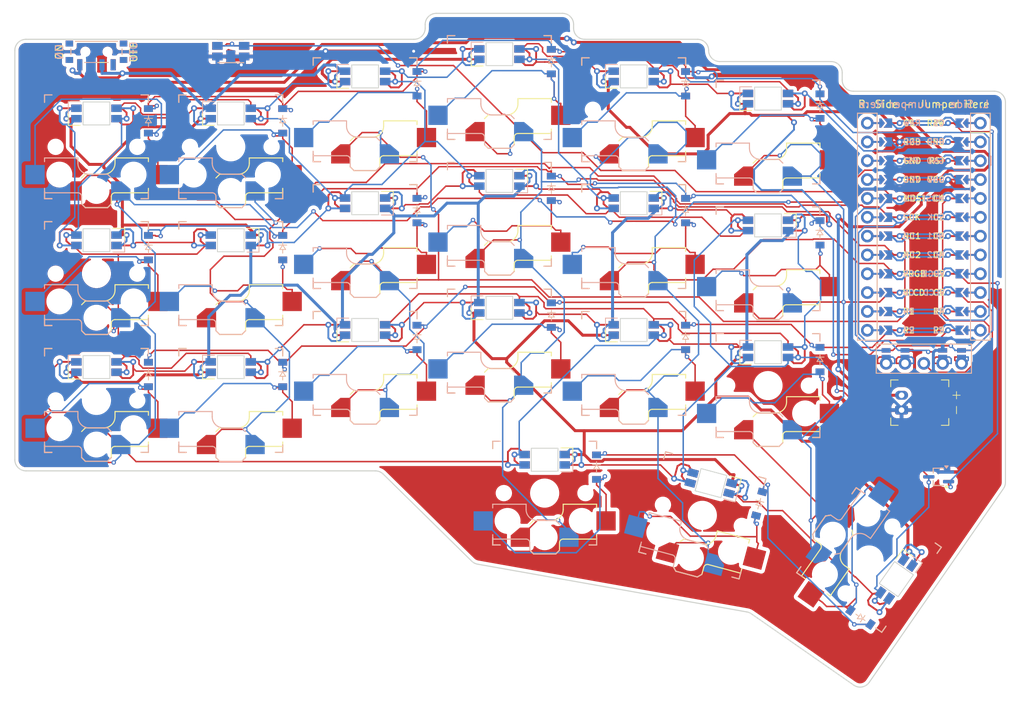
<source format=kicad_pcb>
(kicad_pcb (version 20240108) (generator "pcbnew") (generator_version "8.0")
  (title_block (title "main_pcb") (date "2024-11-15") (rev "v1.0.0") (company "Unknown"))
  (layers (0 "F.Cu" signal) (31 "B.Cu" signal) (34 "B.Paste" user) (35 "F.Paste" user) (36 "B.SilkS" user "B.Silkscreen") (37 "F.SilkS" user "F.Silkscreen") (38 "B.Mask" user) (39 "F.Mask" user) (44 "Edge.Cuts" user))
  (net 0 "")
  (net 1 "C6")
  (net 2 "far_thumb")
  (net 3 "C1")
  (net 4 "macro_bottom")
  (net 5 "macro_middle")
  (net 6 "macro_top")
  (net 7 "C2")
  (net 8 "pinky_bottom")
  (net 9 "pinky_middle")
  (net 10 "pinky_top")
  (net 11 "C3")
  (net 12 "ring_bottom")
  (net 13 "ring_middle")
  (net 14 "ring_top")
  (net 15 "C4")
  (net 16 "middle_bottom")
  (net 17 "middle_middle")
  (net 18 "middle_top")
  (net 19 "C5")
  (net 20 "index_bottom")
  (net 21 "index_middle")
  (net 22 "index_top")
  (net 23 "inner_bottom")
  (net 24 "inner_middle")
  (net 25 "inner_top")
  (net 26 "near_thumb")
  (net 27 "home_thumb")
  (net 28 "LED_DRAIN")
  (net 29 "RGB")
  (net 30 "RAW")
  (net 31 "RGB_2")
  (net 32 "RGB_3")
  (net 33 "RGB_4")
  (net 34 "RGB_5")
  (net 35 "RGB_6")
  (net 36 "RGB_7")
  (net 37 "RGB_8")
  (net 38 "RGB_9")
  (net 39 "RGB_10")
  (net 40 "RGB_11")
  (net 41 "RGB_12")
  (net 42 "RGB_13")
  (net 43 "RGB_14")
  (net 44 "RGB_15")
  (net 45 "RGB_16")
  (net 46 "RGB_17")
  (net 47 "RGB_18")
  (net 48 "RGB_19")
  (net 49 "RGB_20")
  (net 50 "RGB_21")
  (net 51 "RGB_22")
  (net 52 "R3")
  (net 53 "R2")
  (net 54 "R1")
  (net 55 "P010")
  (net 56 "GND")
  (net 57 "RST")
  (net 58 "VCC")
  (net 59 "CS")
  (net 60 "MOSI")
  (net 61 "SCK")
  (net 62 "NC1")
  (net 63 "NC2")
  (net 64 "VRGB")
  (net 65 "VLCD")
  (net 66 "R4")
  (net 67 "MCU1_24")
  (net 68 "MCU1_1")
  (net 69 "MCU1_23")
  (net 70 "MCU1_2")
  (net 71 "MCU1_22")
  (net 72 "MCU1_3")
  (net 73 "MCU1_21")
  (net 74 "MCU1_4")
  (net 75 "MCU1_20")
  (net 76 "MCU1_5")
  (net 77 "MCU1_19")
  (net 78 "MCU1_6")
  (net 79 "MCU1_18")
  (net 80 "MCU1_7")
  (net 81 "MCU1_17")
  (net 82 "MCU1_8")
  (net 83 "MCU1_16")
  (net 84 "MCU1_9")
  (net 85 "MCU1_15")
  (net 86 "MCU1_10")
  (net 87 "MCU1_14")
  (net 88 "MCU1_11")
  (net 89 "MCU1_13")
  (net 90 "MCU1_12")
  (net 91 "DISP1_1")
  (net 92 "DISP1_2")
  (net 93 "DISP1_4")
  (net 94 "DISP1_5")
  (net 95 "BAT_P")
  (footprint "PG1350" (layer "F.Cu") (at 179.1078 96.5175 55)
    (property "Reference" "S1" (hide yes))
    (property "Value" "")
  )
  (footprint "ComboDiode" (layer "F.Cu") (at 82 54.4 -90)
    (property "Reference" "D2" (hide yes))
    (property "Value" "" (hide yes))
  )
  (footprint "PG1350" (layer "F.Cu") (at 147.4 52.9 180)
    (property "Reference" "S15" (hide yes))
    (property "Value" "")
  )
  (footprint "ComboDiode" (layer "F.Cu") (at 172.5 52.4 -90)
    (property "Reference" "D17" (hide yes))
    (property "Value" "" (hide yes))
  )
  (footprint "ComboDiode" (layer "F.Cu") (at 164.3173 88.931 -105)
    (property "Reference" "D20" (hide yes))
    (property "Value" "" (hide yes))
  )
  (footprint "PG1350" (layer "F.Cu") (at 147.4 35.8 180)
    (property "Reference" "S16" (hide yes))
    (property "Value" "")
  )
  (footprint "sw_reset_side" (layer "F.Cu") (at 93.1 27.9 90)
    (property "Reference" "SW1" (hide yes))
    (property "Value" "")
  )
  (footprint "PG1350" (layer "F.Cu") (at 165.5 73 180)
    (property "Reference" "S17" (hide yes))
    (property "Value" "")
  )
  (footprint "ComboDiode" (layer "F.Cu") (at 154.4 32.3 -90)
    (property "Reference" "D15" (hide yes))
    (property "Value" "" (hide yes))
  )
  (footprint "ComboDiode" (layer "F.Cu") (at 142.4 84 -90)
    (property "Reference" "D19" (hide yes))
    (property "Value" "" (hide yes))
  )
  (footprint "ComboDiode" (layer "F.Cu") (at 118.2 49.4 -90)
    (property "Reference" "D8" (hide yes))
    (property "Value" "" (hide yes))
  )
  (footprint "PG1350" (layer "F.Cu") (at 129.3 67 180)
    (property "Reference" "S11" (hide yes))
    (property "Value" "")
  )
  (footprint "PG1350" (layer "F.Cu") (at 156.65 90.5 165)
    (property "Reference" "S21" (hide yes))
    (property "Value" "")
  )
  (footprint "PG1350" (layer "F.Cu") (at 75 75 180)
    (property "Reference" "S2" (hide yes))
    (property "Value" "")
  )
  (footprint "ComboDiode" (layer "F.Cu") (at 154.4 49.4 -90)
    (property "Reference" "D14" (hide yes))
    (property "Value" "" (hide yes))
  )
  (footprint "ComboDiode" (layer "F.Cu") (at 136.3 46.4 -90)
    (property "Reference" "D11" (hide yes))
    (property "Value" "" (hide yes))
  )
  (footprint "PG1350" (layer "F.Cu") (at 111.2 70 180)
    (property "Reference" "S8" (hide yes))
    (property "Value" "")
  )
  (footprint "ComboDiode" (layer "F.Cu") (at 100.1 54.4 -90)
    (property "Reference" "D5" (hide yes))
    (property "Value" "" (hide yes))
  )
  (footprint "ComboDiode" (layer "F.Cu") (at 154.4 66.5 -90)
    (property "Reference" "D13" (hide yes))
    (property "Value" "" (hide yes))
  )
  (footprint "ComboDiode" (layer "F.Cu") (at 100.1 37.3 -90)
    (property "Reference" "D6" (hide yes))
    (property "Value" "" (hide yes))
  )
  (footprint "PG1350" (layer "F.Cu") (at 111.2 35.8 180)
    (property "Reference" "S10" (hide yes))
    (property "Value" "")
  )
  (footprint "ComboDiode" (layer "F.Cu") (at 82 71.5 -90)
    (property "Reference" "D1" (hide yes))
    (property "Value" "" (hide yes))
  )
  (footprint "ComboDiode" (layer "F.Cu") (at 172.5 35.3 -90)
    (property "Reference" "D18" (hide yes))
    (property "Value" "" (hide yes))
  )
  (footprint "ComboDiode" (layer "F.Cu") (at 118.2 66.5 -90)
    (property "Reference" "D7" (hide yes))
    (property "Value" "" (hide yes))
  )
  (footprint "PG1350" (layer "F.Cu") (at 93.1 75 180)
    (property "Reference" "S5" (hide yes))
    (property "Value" "")
  )
  (footprint "nice_nano" (layer "F.Cu") (at 186.5 50.3)
    (property "Reference" "MCU1" (hide yes))
    (property "Value" "")
  )
  (footprint "PG1350" (layer "F.Cu") (at 147.4 70 180)
    (property "Reference" "S14" (hide yes))
    (property "Value" "")
  )
  (footprint "ComboDiode" (layer "F.Cu") (at 118.2 32.3 -90)
    (property "Reference" "D9" (hide yes))
    (property "Value" "" (hide yes))
  )
  (footprint "ComboDiode" (layer "F.Cu") (at 100.1 71.5 -90)
    (property "Reference" "D4" (hide yes))
    (property "Value" "" (hide yes))
  )
  (footprint "PG1350" (layer "F.Cu") (at 75 40.8 180)
    (property "Reference" "S4" (hide yes))
    (property "Value" "")
  )
  (footprint "garethbradley:battery_connector_jst_ph_2" (layer "F.Cu") (at 183.5 75.3 90)
    (property "Reference" "JST1" (hide yes))
    (property "Value" "")
  )
  (footprint "ComboDiode" (layer "F.Cu") (at 177.9598 104.2591 145)
    (property "Reference" "D21" (hide yes))
    (property "Value" "" (hide yes))
  )
  (footprint "PG1350" (layer "F.Cu") (at 165.5 38.8 180)
    (property "Reference" "S19" (hide yes))
    (property "Value" "")
  )
  (footprint "PG1350" (layer "F.Cu") (at 129.3 49.9 180)
    (property "Reference" "S12" (hide yes))
    (property "Value" "")
  )
  (footprint "PG1350" (layer "F.Cu") (at 165.5 55.9 180)
    (property "Reference" "S18" (hide yes))
    (property "Value" "")
  )
  (footprint "PG1350" (layer "F.Cu") (at 93.1 40.8 180)
    (property "Reference" "S7" (hide yes))
    (property "Value" "")
  )
  (footprint "PG1350" (layer "F.Cu") (at 135.4 87.5 180)
    (property "Reference" "S20" (hide yes))
    (property "Value" "")
  )
  (footprint "PG1350" (layer "F.Cu") (at 75 57.9 180)
    (property "Reference" "S3" (hide yes))
    (property "Value" "")
  )
  (footprint "ComboDiode" (layer "F.Cu") (at 172.5 69.5 -90)
    (property "Reference" "D16" (hide yes))
    (property "Value" "" (hide yes))
  )
  (footprint "ComboDiode" (layer "F.Cu") (at 136.3 63.5 -90)
    (property "Reference" "D10" (hide yes))
    (property "Value" "" (hide yes))
  )
  (footprint "ComboDiode" (layer "F.Cu") (at 136.3 29.3 -90)
    (property "Reference" "D12" (hide yes))
    (property "Value" "" (hide yes))
  )
  (footprint "PG1350" (layer "F.Cu") (at 111.2 52.9 180)
    (property "Reference" "S9" (hide yes))
    (property "Value" "")
  )
  (footprint "ComboDiode" (layer "F.Cu") (at 82 37.3 -90)
    (property "Reference" "D3" (hide yes))
    (property "Value" "" (hide yes))
  )
  (footprint "nice!view" (layer "F.Cu") (at 186.5 53.3)
    (property "Reference" "DISP1" (hide yes))
    (property "Value" "")
  )
  (footprint "PG1350" (layer "F.Cu") (at 129.3 32.8 180)
    (property "Reference" "S13" (hide yes))
    (property "Value" "")
  )
  (footprint "PG1350" (layer "F.Cu") (at 93.1 57.9 180)
    (property "Reference" "S6" (hide yes))
    (property "Value" "")
  )
  (footprint "ceoloide:led_SK6812mini-e (per-key, reversible)" (layer "B.Cu") (at 165.5 68.5)
    (property "Reference" "LED13" (hide yes))
    (property "Value" "")
    (fp_rect (start -1.8 -1.55) (end 1.8 1.55) (stroke (width 0.12)) (fill none) (layer "Edge.Cuts"))
  )
  (footprint "ceoloide:led_SK6812mini-e (per-key, reversible)" (layer "B.Cu") (at 111.2 65.5)
    (property "Reference" "LED16" (hide yes))
    (property "Value" "")
    (fp_rect (start -1.8 -1.55) (end 1.8 1.55) (stroke (width 0.12)) (fill none) (layer "Edge.Cuts"))
  )
  (footprint "garethbradley:mosfet_pjc7400" (layer "B.Cu") (at 188.5 85.3 180)
    (property "Reference" "D22" (hide yes))
    (property "Value" "")
  )
  (footprint "ceoloide:led_SK6812mini-e (per-key, reversible)" (layer "B.Cu") (at 147.4 48.4 180)
    (property "Reference" "LED11" (hide yes))
    (property "Value" "")
    (fp_rect (start -1.8 -1.55) (end 1.8 1.55) (stroke (width 0.12)) (fill none) (layer "Edge.Cuts"))
  )
  (footprint "ceoloide:led_SK6812mini-e (per-key, reversible)" (layer "B.Cu") (at 111.2 31.3)
    (property "Reference" "LED4" (hide yes))
    (property "Value" "")
    (fp_rect (start -1.8 -1.55) (end 1.8 1.55) (stroke (width 0.12)) (fill none) (layer "Edge.Cuts"))
  )
  (footprint "ceoloide:led_SK6812mini-e (per-key, reversible)" (layer "B.Cu") (at 165.5 51.4 180)
    (property "Reference" "LED12" (hide yes))
    (property "Value" "")
    (fp_rect (start -1.8 -1.55) (end 1.8 1.55) (stroke (width 0.12)) (fill none) (layer "Edge.Cuts"))
  )
  (footprint "ceoloide:led_SK6812mini-e (per-key, reversible)" (layer "B.Cu") (at 147.4 65.5)
    (property "Reference" "LED14" (hide yes))
    (property "Value" "")
    (fp_rect (start -1.8 -1.55) (end 1.8 1.55) (stroke (width 0.12)) (fill none) (layer "Edge.Cuts"))
  )
  (footprint "ceoloide:led_SK6812mini-e (per-key, reversible)" (layer "B.Cu") (at 165.5 34.3)
    (property "Reference" "LED1" (hide yes))
    (property "Value" "")
    (fp_rect (start -1.8 -1.55) (end 1.8 1.55) (stroke (width 0.12)) (fill none) (layer "Edge.Cuts"))
  )
  (footprint "ceoloide:led_SK6812mini-e (per-key, reversible)" (layer "B.Cu") (at 93.1 36.3)
    (property "Reference" "LED5" (hide yes))
    (property "Value" "")
    (fp_rect (start -1.8 -1.55) (end 1.8 1.55) (stroke (width 0.12)) (fill none) (layer "Edge.Cuts"))
  )
  (footprint "ceoloide:led_SK6812mini-e (per-key, reversible)" (layer "B.Cu") (at 129.3 28.3)
    (property "Reference" "LED3" (hide yes))
    (property "Value" "")
    (fp_rect (start -1.8 -1.55) (end 1.8 1.55) (stroke (width 0.12)) (fill none) (layer "Edge.Cuts"))
  )
  (footprint "ceoloide:led_SK6812mini-e (per-key, reversible)" (layer "B.Cu") (at 93.1 70.5)
    (property "Reference" "LED17" (hide yes))
    (property "Value" "")
    (fp_rect (start -1.8 -1.55) (end 1.8 1.55) (stroke (width 0.12)) (fill none) (layer "Edge.Cuts"))
  )
  (footprint "ceoloide:led_SK6812mini-e (per-key, reversible)" (layer "B.Cu") (at 75 53.4 180)
    (property "Reference" "LED7" (hide yes))
    (property "Value" "")
    (fp_rect (start -1.8 -1.55) (end 1.8 1.55) (stroke (width 0.12)) (fill none) (layer "Edge.Cuts"))
  )
  (footprint "ceoloide:led_SK6812mini-e (per-key, reversible)" (layer "B.Cu") (at 129.3 62.5)
    (property "Reference" "LED15" (hide yes))
    (property "Value" "")
    (fp_rect (start -1.8 -1.55) (end 1.8 1.55) (stroke (width 0.12)) (fill none) (layer "Edge.Cuts"))
  )
  (footprint "ceoloide:led_SK6812mini-e (per-key, reversible)" (layer "B.Cu") (at 75 70.5)
    (property "Reference" "LED18" (hide yes))
    (property "Value" "")
    (fp_rect (start -1.8 -1.55) (end 1.8 1.55) (stroke (width 0.12)) (fill none) (layer "Edge.Cuts"))
  )
  (footprint "ceoloide:led_SK6812mini-e (per-key, reversible)" (layer "B.Cu") (at 182.794 99.0986 -125)
    (property "Reference" "LED21" (hide yes))
    (property "Value" "")
    (fp_poly (pts (xy -1.8 -1.55) (xy 1.8 -1.55) (xy 1.8 1.55) (xy -1.8 1.55)) (stroke (width 0.12)) (fill none) (layer "Edge.Cuts"))
  )
  (footprint "ceoloide:led_SK6812mini-e (per-key, reversible)" (layer "B.Cu") (at 93.1 53.4 180)
    (property "Reference" "LED8" (hide yes))
    (property "Value" "")
    (fp_rect (start -1.8 -1.55) (end 1.8 1.55) (stroke (width 0.12)) (fill none) (layer "Edge.Cuts"))
  )
  (footprint "ceoloide:led_SK6812mini-e (per-key, reversible)" (layer "B.Cu") (at 135.4 83 180)
    (property "Reference" "LED19" (hide yes))
    (property "Value" "")
    (fp_rect (start -1.8 -1.55) (end 1.8 1.55) (stroke (width 0.12)) (fill none) (layer "Edge.Cuts"))
  )
  (footprint "ceoloide:led_SK6812mini-e (per-key, reversible)" (layer "B.Cu") (at 157.8147 86.1533 165)
    (property "Reference" "LED20" (hide yes))
    (property "Value" "")
    (fp_poly (pts (xy -1.8 -1.55) (xy 1.8 -1.55) (xy 1.8 1.55) (xy -1.8 1.55)) (stroke (width 0.12)) (fill none) (layer "Edge.Cuts"))
  )
  (footprint "ceoloide:led_SK6812mini-e (per-key, reversible)" (layer "B.Cu") (at 129.3 45.4 180)
    (property "Reference" "LED10" (hide yes))
    (property "Value" "")
    (fp_rect (start -1.8 -1.55) (end 1.8 1.55) (stroke (width 0.12)) (fill none) (layer "Edge.Cuts"))
  )
  (footprint "ceoloide:power_switch_smd_side" (layer "B.Cu") (at 75 28 90)
    (property "Reference" "PWR1" (hide yes))
    (property "Value" "")
  )
  (footprint "ceoloide:led_SK6812mini-e (per-key, reversible)" (layer "B.Cu") (at 111.2 48.4 180)
    (property "Reference" "LED9" (hide yes))
    (property "Value" "")
    (fp_rect (start -1.8 -1.55) (end 1.8 1.55) (stroke (width 0.12)) (fill none) (layer "Edge.Cuts"))
  )
  (footprint "ceoloide:led_SK6812mini-e (per-key, reversible)" (layer "B.Cu") (at 75 36.3)
    (property "Reference" "LED6" (hide yes))
    (property "Value" "")
    (fp_rect (start -1.8 -1.55) (end 1.8 1.55) (stroke (width 0.12)) (fill none) (layer "Edge.Cuts"))
  )
  (footprint "ceoloide:led_SK6812mini-e (per-key, reversible)" (layer "B.Cu") (at 147.4 31.3)
    (property "Reference" "LED2" (hide yes))
    (property "Value" "")
    (fp_rect (start -1.8 -1.55) (end 1.8 1.55) (stroke (width 0.12)) (fill none) (layer "Edge.Cuts"))
  )
  (gr_line (start 126.358257 97.08137) (end 162.65443 103.526282) (stroke (width 0.15)) (layer "Edge.Cuts"))
  (gr_line (start 155.999918 26.299082) (end 140.800082 26.299918) (stroke (width 0.15)) (layer "Edge.Cuts"))
  (gr_arc (start 64 27.8) (mid 64.43934 26.73934) (end 65.5 26.3) (stroke (width 0.15)) (layer "Edge.Cuts"))
  (gr_arc (start 174 29.3) (mid 175.06066 29.73934) (end 175.5 30.8) (stroke (width 0.15)) (layer "Edge.Cuts"))
  (gr_arc (start 65.5 84.5) (mid 64.43934 84.06066) (end 64 83) (stroke (width 0.15)) (layer "Edge.Cuts"))
  (gr_line (start 113.637851 84.930956) (end 125.568293 96.673517) (stroke (width 0.15)) (layer "Edge.Cuts"))
  (gr_line (start 139.3 24.799918) (end 139.3 24.299) (stroke (width 0.15)) (layer "Edge.Cuts"))
  (gr_line (start 65.5 84.5) (end 112.585642 84.5) (stroke (width 0.15)) (layer "Edge.Cuts"))
  (gr_arc (start 119.3 24.8) (mid 118.86066 25.86066) (end 117.8 26.3) (stroke (width 0.15)) (layer "Edge.Cuts"))
  (gr_arc (start 112.585642 84.5) (mid 113.154155 84.611927) (end 113.637851 84.930956) (stroke (width 0.15)) (layer "Edge.Cuts"))
  (gr_arc (start 159 29.3) (mid 157.93934 28.86066) (end 157.5 27.8) (stroke (width 0.15)) (layer "Edge.Cuts"))
  (gr_line (start 64 27.8) (end 64 83) (stroke (width 0.15)) (layer "Edge.Cuts"))
  (gr_arc (start 140.800082 26.299918) (mid 139.739362 25.860608) (end 139.3 24.799918) (stroke (width 0.15)) (layer "Edge.Cuts"))
  (gr_arc (start 119.3 24.299) (mid 119.73934 23.23834) (end 120.8 22.799) (stroke (width 0.15)) (layer "Edge.Cuts"))
  (gr_arc (start 137.8 22.799) (mid 138.86066 23.23834) (end 139.3 24.299) (stroke (width 0.15)) (layer "Edge.Cuts"))
  (gr_arc (start 195.999932 33.300068) (mid 197.060647 33.739382) (end 197.5 34.800068) (stroke (width 0.15)) (layer "Edge.Cuts"))
  (gr_line (start 119.3 24.299) (end 119.3 24.8) (stroke (width 0.15)) (layer "Edge.Cuts"))
  (gr_line (start 137.8 22.799) (end 120.8 22.799) (stroke (width 0.15)) (layer "Edge.Cuts"))
  (gr_line (start 163.249954 103.772638) (end 177.051569 113.393269) (stroke (width 0.15)) (layer "Edge.Cuts"))
  (gr_line (start 174 29.3) (end 159 29.3) (stroke (width 0.15)) (layer "Edge.Cuts"))
  (gr_arc (start 197.5 86.03144) (mid 197.431761 86.478682) (end 197.233293 86.885248) (stroke (width 0.15)) (layer "Edge.Cuts"))
  (gr_line (start 195.999932 33.300068) (end 177.000068 33.300932) (stroke (width 0.15)) (layer "Edge.Cuts"))
  (gr_line (start 117.8 26.3) (end 65.5 26.3) (stroke (width 0.15)) (layer "Edge.Cuts"))
  (gr_line (start 197.5 86.03144) (end 197.5 34.800068) (stroke (width 0.15)) (layer "Edge.Cuts"))
  (gr_arc (start 126.358257 97.08137) (mid 125.932366 96.937312) (end 125.568293 96.673517) (stroke (width 0.15)) (layer "Edge.Cuts"))
  (gr_line (start 179.142631 113.016535) (end 197.233293 86.885248) (stroke (width 0.15)) (layer "Edge.Cuts"))
  (gr_arc (start 177.000068 33.300932) (mid 175.939353 32.861618) (end 175.5 31.800932) (stroke (width 0.15)) (layer "Edge.Cuts"))
  (gr_arc (start 179.142631 113.016535) (mid 178.175295 113.638975) (end 177.051569 113.393269) (stroke (width 0.15)) (layer "Edge.Cuts"))
  (gr_arc (start 162.65443 103.526282) (mid 162.965581 103.617096) (end 163.249954 103.772638) (stroke (width 0.15)) (layer "Edge.Cuts"))
  (gr_line (start 175.5 31.800932) (end 175.5 30.8) (stroke (width 0.15)) (layer "Edge.Cuts"))
  (gr_arc (start 155.999918 26.299082) (mid 157.060638 26.738392) (end 157.5 27.799082) (stroke (width 0.15)) (layer "Edge.Cuts"))
  (segment (start 168.2452 60.4844) (end 168.2452 60.0433) (width 0.2) (layer "F.Cu") (net 1))
  (segment (start 183.238 60.46) (end 183.24 60.46) (width 0.25) (layer "F.Cu") (net 1))
  (segment (start 162.225 44.75) (end 164.996 41.979) (width 0.2) (layer "F.Cu") (net 1))
  (segment (start 169.0237 61.2629) (end 166.3441 63.9425) (width 0.2) (layer "F.Cu") (net 1))
  (segment (start 169.0237 61.2629) (end 168.2452 60.4844) (width 0.2) (layer "F.Cu") (net 1))
  (segment (start 181.725 60.46) (end 183.238 60.46) (width 0.25) (layer "F.Cu") (net 1))
  (segment (start 181.7226 60.46) (end 181.725 60.46) (width 0.25) (layer "F.Cu") (net 1))
  (segment (start 181.72 60.46) (end 181.7226 60.46) (width 0.25) (layer "F.Cu") (net 1))
  (segment (start 175.6897 61.73) (end 169.4908 61.73) (width 0.2) (layer "F.Cu") (net 1))
  (segment (start 172.0497 88.7747) (end 172.0497 90.422) (width 0.2) (layer "F.Cu") (net 1))
  (segment (start 162.225 78.95) (end 172.0497 88.7747) (width 0.2) (layer "F.Cu") (net 1))
  (segment (start 181.7226 60.544) (end 180.5366 61.73) (width 0.2) (layer "F.Cu") (net 1))
  (segment (start 172.0497 90.422) (end 171.2788 91.1929) (width 0.2) (layer "F.Cu") (net 1))
  (segment (start 180.5366 61.73) (end 175.6897 61.73) (width 0.2) (layer "F.Cu") (net 1))
  (segment (start 181.7226 60.46) (end 181.7226 60.544) (width 0.2) (layer "F.Cu") (net 1))
  (segment (start 164.3175 63.9425) (end 162.225 61.85) (width 0.2) (layer "F.Cu") (net 1))
  (segment (start 169.4908 61.73) (end 169.0237 61.2629) (width 0.2) (layer "F.Cu") (net 1))
  (segment (start 166.3441 63.9425) (end 164.3175 63.9425) (width 0.2) (layer "F.Cu") (net 1))
  (segment (start 176.1123 90.422) (end 172.0497 90.422) (width 0.2) (layer "F.Cu") (net 1))
  (segment (start 164.996 41.979) (end 167.0899 41.979) (width 0.2) (layer "F.Cu") (net 1))
  (via (at 175.6897 61.73) (size 0.6) (drill 0.3) (layers "F.Cu" "B.Cu") (net 1))
  (via (at 171.2788 91.1929) (size 0.6) (drill 0.3) (layers "F.Cu" "B.Cu") (net 1))
  (via (at 167.0899 41.979) (size 0.6) (drill 0.3) (layers "F.Cu" "B.Cu") (net 1))
  (via (at 168.2452 60.0433) (size 0.6) (drill 0.3) (layers "F.Cu" "B.Cu") (net 1))
  (segment (start 171.3499 40.4983) (end 168.5706 40.4983) (width 0.2) (layer "B.Cu") (net 1))
  (segment (start 169.9934 80.1683) (end 171.2788 81.4538) (width 0.2) (layer "B.Cu") (net 1))
  (segment (start 172.5517 43.3999) (end 172.5517 41.7001) (width 0.2) (layer "B.Cu") (net 1))
  (segment (start 183.49 60.21) (end 183.3266 60.3734) (width 0.25) (layer "B.Cu") (net 1))
  (segment (start 171.2788 94.7108) (end 172.3554 95.7874) (width 0.2) (layer "B.Cu") (net 1))
  (segment (start 190.11 59.73) (end 189.41 59.73) (width 0.25) (layer "B.Cu") (net 1))
  (segment (start 188.94 60.21) (end 183.49 60.21) (width 0.25) (layer "B.Cu") (net 1))
  (segment (start 172.5517 41.7001) (end 171.3499 40.4983) (width 0.2) (layer "B.Cu") (net 1))
  (segment (start 175.6897 74.472) (end 175.6897 61.73) (width 0.2) (layer "B.Cu") (net 1))
  (segment (start 168.775 44.75) (end 171.2016 44.75) (width 0.2) (layer "B.Cu") (net 1))
  (segment (start 191.28 60.46) (end 191.275 60.46) (width 0.25) (layer "B.Cu") (net 1))
  (segment (start 175.6897 61.73) (end 175.6897 49.2381) (width 0.2) (layer "B.Cu") (net 1))
  (segment (start 168.775 78.95) (end 169.9934 80.1683) (width 0.2) (layer "B.Cu") (net 1))
  (segment (start 183.3246 60.3734) (end 183.3266 60.3734) (width 0.2) (layer "B.Cu") (net 1))
  (segment (start 171.2016 44.75) (end 172.5517 43.3999) (width 0.2) (layer "B.Cu") (net 1))
  (segment (start 168.2452 61.3202) (end 168.775 61.85) (width 0.2) (layer "B.Cu") (net 1))
  (segment (start 171.2788 81.4538) (end 171.2788 91.1929) (width 0.2) (layer "B.Cu") (net 1))
  (segment (start 191.275 60.46) (end 190.84 60.46) (width 0.25) (layer "B.Cu") (net 1))
  (segment (start 169.9934 80.1683) (end 175.6897 74.472) (width 0.2) (layer "B.Cu") (net 1))
  (segment (start 183.3266 60.3734) (end 183.24 60.46) (width 0.25) (layer "B.Cu") (net 1))
  (segment (start 175.6897 49.2381) (end 171.2016 44.75) (width 0.2) (layer "B.Cu") (net 1))
  (segment (start 183.238 60.46) (end 183.3246 60.3734) (width 0.2) (layer "B.Cu") (net 1))
  (segment (start 168.2452 60.0433) (end 168.2452 61.3202) (width 0.2) (layer "B.Cu") (net 1))
  (segment (start 190.84 60.46) (end 190.11 59.73) (width 0.25) (layer "B.Cu") (net 1))
  (segment (start 171.2788 91.1929) (end 171.2788 94.7108) (width 0.2) (layer "B.Cu") (net 1))
  (segment (start 168.5706 40.4983) (end 167.0899 41.979) (width 0.2) (layer "B.Cu") (net 1))
  (segment (start 189.41 59.73) (end 188.94 60.21) (width 0.25) (layer "B.Cu") (net 1))
  (segment (start 177.4009 101.6251) (end 177.4009 99.8493) (width 0.2) (layer "F.Cu") (net 2))
  (segment (start 172.833 102.2258) (end 173.3976 102.7904) (width 0.2) (layer "F.Cu") (net 2))
  (segment (start 171.2896 101.1451) (end 172.833 102.2258) (width 0.2) (layer "F.Cu") (net 2))
  (segment (start 175.8623 102.7904) (end 176.2356 102.7904) (width 0.2) (layer "F.Cu") (net 2))
  (segment (start 176.6082 103.3127) (end 175.8623 102.7904) (width 0.2) (layer "F.Cu") (net 2))
  (segment (start 176.2356 102.7904) (end 177.4009 101.6251) (width 0.2) (layer "F.Cu") (net 2))
  (segment (start 173.3976 102.7904) (end 175.8623 102.7904) (width 0.2) (layer "F.Cu") (net 2))
  (via (at 177.4009 99.8493) (size 0.6) (drill 0.3) (layers "F.Cu" "B.Cu") (net 2))
  (segment (start 176.8522 93.5244) (end 176.8522 89.421) (width 0.2) (layer "B.Cu") (net 2))
  (segment (start 177.4009 99.8493) (end 176.8308 99.2792) (width 0.2) (layer "B.Cu") (net 2))
  (segment (start 176.6082 103.3127) (end 177.2015 102.4654) (width 0.2) (layer "B.Cu") (net 2))
  (segment (start 180.7823 87.5881) (end 179.2389 86.5075) (width 0.2) (layer "B.Cu") (net 2))
  (segment (start 177.2015 102.4654) (end 177.4009 102.266) (width 0.2) (layer "B.Cu") (net 2))
  (segment (start 178.5516 87.7216) (end 178.5516 87.1948) (width 0.2) (layer "B.Cu") (net 2))
  (segment (start 177.4009 102.266) (end 177.4009 99.8493) (width 0.2) (layer "B.Cu") (net 2))
  (segment (start 176.8308 99.2792) (end 176.8308 93.5458) (width 0.2) (layer "B.Cu") (net 2))
  (segment (start 176.8522 89.421) (end 178.5516 87.7216) (width 0.2) (layer "B.Cu") (net 2))
  (segment (start 178.5516 87.1948) (end 179.2389 86.5075) (width 0.2) (layer "B.Cu") (net 2))
  (segment (start 176.8308 93.5458) (end 176.8522 93.5244) (width 0.2) (layer "B.Cu") (net 2))
  (segment (start 181.725 47.76) (end 183.238 47.76) (width 0.25) (layer "F.Cu") (net 3))
  (segment (start 73.7932 61.7818) (end 75.9438 61.7818) (width 0.2) (layer "F.Cu") (net 3))
  (segment (start 77.3481 46.086) (end 77.3481 46.0881) (width 0.2) (layer "F.Cu") (net 3))
  (segment (start 119.85 48.9) (end 121 47.75) (width 0.2) (layer "F.Cu") (net 3))
  (segment (start 105.5 50.75) (end 116.85 50.75) (width 0.2) (layer "F.Cu") (net 3))
  (segment (start 121 47.75) (end 134.5 47.75) (width 0.2) (layer "F.Cu") (net 3))
  (segment (start 77.753 46.4909) (end 77.753 48.5601) (width 0.2) (layer "F.Cu") (net 3))
  (segment (start 77.3481 46.0881) (end 77.7224 46.4624) (width 0.2) (layer "F.Cu") (net 3))
  (segment (start 176.763654 48.25) (end 178.403654 46.61) (width 0.2) (layer "F.Cu") (net 3))
  (segment (start 144.25 51) (end 144.4145 50.8355) (width 0.2) (layer "F.Cu") (net 3))
  (segment (start 73.8212 44.6538) (end 75.9159 44.6538) (width 0.2) (layer "F.Cu") (net 3))
  (segment (start 77.7245 46.4624) (end 77.753 46.4909) (width 0.2) (layer "F.Cu") (net 3))
  (segment (start 71.725 63.85) (end 73.7932 61.7818) (width 0.2) (layer "F.Cu") (net 3))
  (segment (start 77.3192 63.1572) (end 77.3192 65.6535) (width 0.2) (layer "F.Cu") (net 3))
  (segment (start 104.25 49.5) (end 105.5 50.75) (width 0.2) (layer "F.Cu") (net 3))
  (segment (start 118.7 48.9) (end 119.85 48.9) (width 0.2) (layer "F.Cu") (net 3))
  (segment (start 181.205 46.61) (end 181.725 47.13) (width 0.2) (layer "F.Cu") (net 3))
  (segment (start 116.85 50.75) (end 118.7 48.9) (width 0.2) (layer "F.Cu") (net 3))
  (segment (start 71.725 46.75) (end 73.8212 44.6538) (width 0.2) (layer "F.Cu") (net 3))
  (segment (start 181.725 47.13) (end 181.725 47.76) (width 0.2) (layer "F.Cu") (net 3))
  (segment (start 77.7224 46.4624) (end 77.7245 46.4624) (width 0.2) (layer "F.Cu") (net 3))
  (segment (start 152.5855 50.8355) (end 153 51.25) (width 0.2) (layer "F.Cu") (net 3))
  (segment (start 74.1423 83.3673) (end 77.3192 83.3673) (width 0.2) (layer "F.Cu") (net 3))
  (segment (start 168.25 48.25) (end 176.763654 48.25) (width 0.2) (layer "F.Cu") (net 3))
  (segment (start 183.238 47.76) (end 183.24 47.76) (width 0.25) (layer "F.Cu") (net 3))
  (segment (start 178.403654 46.61) (end 181.205 46.61) (width 0.2) (layer "F.Cu") (net 3))
  (segment (start 75.9159 44.6538) (end 77.3481 46.086) (width 0.2) (layer "F.Cu") (net 3))
  (segment (start 181.72 47.76) (end 181.725 47.76) (width 0.25) (layer "F.Cu") (net 3))
  (segment (start 134.5 47.75) (end 134.75 48) (width 0.2) (layer "F.Cu") (net 3))
  (segment (start 75.9438 61.7818) (end 77.3192 63.1572) (width 0.2) (layer "F.Cu") (net 3))
  (segment (start 71.725 80.95) (end 74.1423 83.3673) (width 0.2) (layer "F.Cu") (net 3))
  (segment (start 144.4145 50.8355) (end 152.5855 50.8355) (width 0.2) (layer "F.Cu") (net 3))
  (via (at 168.25 48.25) (size 0.6) (drill 0.3) (layers "F.Cu" "B.Cu") (net 3))
  (via (at 134.75 48) (size 0.6) (drill 0.3) (layers "F.Cu" "B.Cu") (net 3))
  (via (at 153 51.25) (size 0.6) (drill 0.3) (layers "F.Cu" "B.Cu") (net 3))
  (via (at 77.3192 65.6535) (size 0.6) (drill 0.3) (layers "F.Cu" "B.Cu") (net 3))
  (via (at 104.25 49.5) (size 0.6) (drill 0.3) (layers "F.Cu" "B.Cu") (net 3))
  (via (at 77.3192 83.3673) (size 0.6) (drill 0.3) (layers "F.Cu" "B.Cu") (net 3))
  (via (at 77.753 48.5601) (size 0.6) (drill 0.3) (layers "F.Cu" "B.Cu") (net 3))
  (via (at 144.25 51) (size 0.6) (drill 0.3) (layers "F.Cu" "B.Cu") (net 3))
  (segment (start 188.94 47.51) (end 183.49 47.51) (width 0.25) (layer "B.Cu") (net 3))
  (segment (start 78.275 48.0381) (end 77.753 48.5601) (width 0.2) (layer "B.Cu") (net 3))
  (segment (start 82.9017 55.1284) (end 82.9017 61.6672) (width 0.2) (layer "B.Cu") (net 3))
  (segment (start 183.49 47.51) (end 183.3266 47.6734) (width 0.25) (layer "B.Cu") (net 3))
  (segment (start 78.275 82.4115) (end 78.275 80.95) (width 0.2) (layer "B.Cu") (net 3))
  (segment (start 81.0983 53.325) (end 82.9017 55.1284) (width 0.2) (layer "B.Cu") (net 3))
  (segment (start 189.41 47.03) (end 188.94 47.51) (width 0.25) (layer "B.Cu") (net 3))
  (segment (start 77.753 48.5601) (end 81.0983 51.9054) (width 0.2) (layer "B.Cu") (net 3))
  (segment (start 190.84 47.76) (end 190.11 47.03) (width 0.25) (layer "B.Cu") (net 3))
  (segment (start 183.238 47.76) (end 183.3246 47.6734) (width 0.2) (layer "B.Cu") (net 3))
  (segment (start 80.7189 63.85) (end 78.275 63.85) (width 0.2) (layer "B.Cu") (net 3))
  (segment (start 98.751471 51.68076) (end 102.06924 51.68076) (width 0.2) (layer "B.Cu") (net 3))
  (segment (start 80.7189 63.85) (end 82.9248 66.0559) (width 0.2) (layer "B.Cu") (net 3))
  (segment (start 77.3192 83.3673) (end 78.275 82.4115) (width 0.2) (layer "B.Cu") (net 3))
  (segment (start 191.28 47.76) (end 191.275 47.76) (width 0.25) (layer "B.Cu") (net 3))
  (segment (start 190.11 47.03) (end 189.41 47.03) (width 0.25) (layer "B.Cu") (net 3))
  (segment (start 78.275 63.85) (end 78.275 64.6977) (width 0.2) (layer "B.Cu") (net 3))
  (segment (start 82.9017 61.6672) (end 80.7189 63.85) (width 0.2) (layer "B.Cu") (net 3))
  (segment (start 82.9248 78.7606) (end 80.7354 80.95) (width 0.2) (layer "B.Cu") (net 3))
  (segment (start 95.670711 48.6) (end 98.751471 51.68076) (width 0.2) (layer "B.Cu") (net 3))
  (segment (start 143.5 50.25) (end 144.25 51) (width 0.2) (layer "B.Cu") (net 3))
  (segment (start 82.9248 66.0559) (end 82.9248 78.7606) (width 0.2) (layer "B.Cu") (net 3))
  (segment (start 155.5 48.25) (end 168.25 48.25) (width 0.2) (layer "B.Cu") (net 3))
  (segment (start 183.3266 47.6734) (end 183.24 47.76) (width 0.25) (layer "B.Cu") (net 3))
  (segment (start 80.7354 80.95) (end 78.275 80.95) (width 0.2) (layer "B.Cu") (net 3))
  (segment (start 153 51.25) (end 153 50.75) (width 0.2) (layer "B.Cu") (net 3))
  (segment (start 134.75 48) (end 137 50.25) (width 0.2) (layer "B.Cu") (net 3))
  (segment (start 78.275 46.75) (end 80.125 48.6) (width 0.2) (layer "B.Cu") (net 3))
  (segment (start 80.125 48.6) (end 95.670711 48.6) (width 0.2) (layer "B.Cu") (net 3))
  (segment (start 191.275 47.76) (end 190.84 47.76) (width 0.25) (layer "B.Cu") (net 3))
  (segment (start 78.275 46.75) (end 78.275 48.0381) (width 0.2) (layer "B.Cu") (net 3))
  (segment (start 81.0983 51.9054) (end 81.0983 53.325) (width 0.2) (layer "B.Cu") (net 3))
  (segment (start 102.06924 51.68076) (end 104.25 49.5) (width 0.2) (layer "B.Cu") (net 3))
  (segment (start 137 50.25) (end 143.5 50.25) (width 0.2) (layer "B.Cu") (net 3))
  (segment (start 183.3246 47.6734) (end 183.3266 47.6734) (width 0.2) (layer "B.Cu") (net 3))
  (segment (start 78.275 64.6977) (end 77.3192 65.6535) (width 0.2) (layer "B.Cu") (net 3))
  (segment (start 153 50.75) (end 155.5 48.25) (width 0.2) (layer "B.Cu") (net 3))
  (segment (start 83.275 75.1767) (end 83.275 78.75) (width 0.2) (layer "F.Cu") (net 4))
  (segment (start 82 73.4745) (end 81.1044 73.4745) (width 0.2) (layer "F.Cu") (net 4))
  (segment (start 82 73.4745) (end 82 73.9017) (width 0.2) (layer "F.Cu") (net 4))
  (segment (start 81.1044 73.4745) (end 80.8981 73.2682) (width 0.2) (layer "F.Cu") (net 4))
  (segment (start 82 73.15) (end 82 73.4745) (width 0.2) (layer "F.Cu") (net 4))
  (segment (start 82 73.9017) (end 83.275 75.1767) (width 0.2) (layer "F.Cu") (net 4))
  (via (at 80.8981 73.2682) (size 0.6) (drill 0.3) (layers "F.Cu" "B.Cu") (net 4))
  (segment (start 80.6728 72.7245) (end 74.0119 72.7245) (width 0.2) (layer "B.Cu") (net 4))
  (segment (start 81.0983 73.15) (end 80.9802 73.2681) (width 0.2) (layer "B.Cu") (net 4))
  (segment (start 80.8981 73.2681) (end 80.8981 73.2682) (width 0.2) (layer "B.Cu") (net 4))
  (segment (start 80.9802 73.2681) (end 80.8981 73.2681) (width 0.2) (layer "B.Cu") (net 4))
  (segment (start 82 73.15) (end 81.0983 73.15) (width 0.2) (layer "B.Cu") (net 4))
  (segment (start 74.0119 72.7245) (end 70.3044 76.432) (width 0.2) (layer "B.Cu") (net 4))
  (segment (start 69.043 76.432) (end 66.725 78.75) (width 0.2) (layer "B.Cu") (net 4))
  (segment (start 70.3044 76.432) (end 69.043 76.432) (width 0.2) (layer "B.Cu") (net 4))
  (segment (start 81.0983 73.15) (end 80.6728 72.7245) (width 0.2) (layer "B.Cu") (net 4))
  (segment (start 82 73.15) (end 81.0983 73.15) (width 0.2) (layer "B.Cu") (net 4))
  (segment (start 82 56.3745) (end 82 56.8017) (width 0.2) (layer "F.Cu") (net 5))
  (segment (start 82 56.8017) (end 83.275 58.0767) (width 0.2) (layer "F.Cu") (net 5))
  (segment (start 82 56.05) (end 82 56.3745) (width 0.2) (layer "F.Cu") (net 5))
  (segment (start 83.275 58.0767) (end 83.275 61.65) (width 0.2) (layer "F.Cu") (net 5))
  (segment (start 82 56.3745) (end 80.8618 56.3745) (width 0.2) (layer "F.Cu") (net 5))
  (segment (start 80.8618 56.3745) (end 80.7738 56.2865) (width 0.2) (layer "F.Cu") (net 5))
  (via (at 80.7738 56.2865) (size 0.6) (drill 0.3) (layers "F.Cu" "B.Cu") (net 5))
  (segment (start 80.7738 56.05) (end 80.3483 55.6245) (width 0.2) (layer "B.Cu") (net 5))
  (segment (start 82 56.05) (end 81.0983 56.05) (width 0.2) (layer "B.Cu") (net 5))
  (segment (start 74.0119 55.6245) (end 70.3044 59.332) (width 0.2) (layer "B.Cu") (net 5))
  (segment (start 69.043 59.332) (end 66.725 61.65) (width 0.2) (layer "B.Cu") (net 5))
  (segment (start 70.3044 59.332) (end 69.043 59.332) (width 0.2) (layer "B.Cu") (net 5))
  (segment (start 80.3483 55.6245) (end 74.0119 55.6245) (width 0.2) (layer "B.Cu") (net 5))
  (segment (start 80.7738 56.05) (end 80.7738 56.2865) (width 0.2) (layer "B.Cu") (net 5))
  (segment (start 81.0983 56.05) (end 80.7738 56.05) (width 0.2) (layer "B.Cu") (net 5))
  (segment (start 83.1045 39.1528) (end 82.9017 38.95) (width 0.2) (layer "F.Cu") (net 6))
  (segment (start 82 38.95) (end 82 39.7017) (width 0.2) (layer "F.Cu") (net 6))
  (segment (start 83.275 40.9767) (end 83.275 44.55) (width 0.2) (layer "F.Cu") (net 6))
  (segment (start 82 38.95) (end 82.9017 38.95) (width 0.2) (layer "F.Cu") (net 6))
  (segment (start 82 39.7017) (end 83.275 40.9767) (width 0.2) (layer "F.Cu") (net 6))
  (via (at 83.1045 39.1528) (size 0.6) (drill 0.3) (layers "F.Cu" "B.Cu") (net 6))
  (segment (start 83.749 38.1027) (end 82.9017 38.95) (width 0.2) (layer "B.Cu") (net 6))
  (segment (start 83.749 34.9986) (end 83.749 38.1027) (width 0.2) (layer "B.Cu") (net 6))
  (segment (start 82 38.95) (end 82.9017 38.95) (width 0.2) (layer "B.Cu") (net 6))
  (segment (start 82.9017 38.95) (end 83.1045 39.1528) (width 0.2) (layer "B.Cu") (net 6))
  (segment (start 83.1317 34.3813) (end 83.749 34.9986) (width 0.2) (layer "B.Cu") (net 6))
  (segment (start 66.725 37.9189) (end 70.2626 34.3813) (width 0.2) (layer "B.Cu") (net 6))
  (segment (start 70.2626 34.3813) (end 83.1317 34.3813) (width 0.2) (layer "B.Cu") (net 6))
  (segment (start 66.725 44.55) (end 66.725 37.9189) (width 0.2) (layer "B.Cu") (net 6))
  (segment (start 181.72 50.3) (end 181.7225 50.3) (width 0.25) (layer "F.Cu") (net 7))
  (segment (start 180.4258 48.9117) (end 178.403 48.9117) (width 0.2) (layer "F.Cu") (net 7))
  (segment (start 183.238 50.3) (end 183.24 50.3) (width 0.25) (layer "F.Cu") (net 7))
  (segment (start 181.7225 50.2084) (end 180.4258 48.9117) (width 0.2) (layer "F.Cu") (net 7))
  (segment (start 93.6684 50.5934) (end 98.722995 50.5934) (width 0.2) (layer "F.Cu") (net 7))
  (segment (start 98.3683 53.1951) (end 98.3683 51.822815) (width 0.2) (layer "F.Cu") (net 7))
  (segment (start 91.5058 62.1692) (end 91.5058 61.6699) (width 0.2) (layer "F.Cu") (net 7))
  (segment (start 153.6509 48.5017) (end 153.166 48.0168) (width 0.2) (layer "F.Cu") (net 7))
  (segment (start 91.5058 61.6699) (end 95.1437 61.6699) (width 0.2) (layer "F.Cu") (net 7))
  (segment (start 150.1159 44.7404) (end 142.6143 44.7404) (width 0.2) (layer "F.Cu") (net 7))
  (segment (start 141.4705 43.5966) (end 136.1336 43.5966) (width 0.2) (layer "F.Cu") (net 7))
  (segment (start 181.7225 50.3) (end 181.725 50.3) (width 0.25) (layer "F.Cu") (net 7))
  (segment (start 98.722995 50.5934) (end 99.160355 51.03076) (width 0.2) (layer "F.Cu") (net 7))
  (segment (start 98.7801 53.6069) (end 98.3683 53.1951) (width 0.2) (layer "F.Cu") (net 7))
  (segment (start 90.3492 60.5133) (end 90.3492 57.3635) (width 0.2) (layer "F.Cu") (net 7))
  (segment (start 89.825 80.95) (end 91.8767 78.8983) (width 0.2) (layer "F.Cu") (net 7))
  (segment (start 98.3683 51.822815) (end 99.160355 51.03076) (width 0.2) (layer "F.Cu") (net 7))
  (segment (start 113.9027 43.0641) (end 111.3693 45.5975) (width 0.2) (layer "F.Cu") (net 7))
  (segment (start 89.825 46.75) (end 93.6684 50.5934) (width 0.2) (layer "F.Cu") (net 7))
  (segment (start 136.1336 43.5966) (end 136.016 43.7142) (width 0.2) (layer "F.Cu") (net 7))
  (segment (start 91.8767 78.8983) (end 95.051 78.8983) (width 0.2) (layer "F.Cu") (net 7))
  (segment (start 136.0159 43.7142) (end 135.3658 43.0641) (width 0.2) (layer "F.Cu") (net 7))
  (segment (start 167.9983 48.9) (end 167.6 48.5017) (width 0.2) (layer "F.Cu") (net 7))
  (segment (start 92.1627 55.55) (end 97.618 55.55) (width 0.2) (layer "F.Cu") (net 7))
  (segment (start 91.5058 61.6699) (end 90.3492 60.5133) (width 0.2) (layer "F.Cu") (net 7))
  (segment (start 98.7801 54.3879) (end 98.7801 53.6069) (width 0.2) (layer "F.Cu") (net 7))
  (segment (start 136.016 43.7142) (end 136.0159 43.7142) (width 0.2) (layer "F.Cu") (net 7))
  (segment (start 181.7225 50.3) (end 181.7225 50.2084) (width 0.2) (layer "F.Cu") (net 7))
  (segment (start 135.3658 43.0641) (end 113.9027 43.0641) (width 0.2) (layer "F.Cu") (net 7))
  (segment (start 167.6 48.5017) (end 153.6509 48.5017) (width 0.2) (layer "F.Cu") (net 7))
  (segment (start 89.825 63.85) (end 91.5058 62.1692) (width 0.2) (layer "F.Cu") (net 7))
  (segment (start 97.618 55.55) (end 98.7801 54.3879) (width 0.2) (layer "F.Cu") (net 7))
  (segment (start 169.908274 48.675) (end 169.683274 48.9) (width 0.2) (layer "F.Cu") (net 7))
  (segment (start 153.166 47.7905) (end 150.1159 44.7404) (width 0.2) (layer "F.Cu") (net 7))
  (segment (start 111.3693 45.5975) (end 104.593615 45.5975) (width 0.2) (layer "F.Cu") (net 7))
  (segment (start 178.1663 48.675) (end 169.908274 48.675) (width 0.2) (layer "F.Cu") (net 7))
  (segment (start 153.166 48.0168) (end 153.166 47.7905) (width 0.2) (layer "F.Cu") (net 7))
  (segment (start 169.683274 48.9) (end 167.9983 48.9) (width 0.2) (layer "F.Cu") (net 7))
  (segment (start 104.593615 45.5975) (end 99.160355 51.03076) (width 0.2) (layer "F.Cu") (net 7))
  (segment (start 90.3492 57.3635) (end 92.1627 55.55) (width 0.2) (layer "F.Cu") (net 7))
  (segment (start 142.6143 44.7404) (end 141.4705 43.5966) (width 0.2) (layer "F.Cu") (net 7))
  (segment (start 181.725 50.3) (end 183.238 50.3) (width 0.25) (layer "F.Cu") (net 7))
  (segment (start 178.403 48.9117) (end 178.1663 48.675) (width 0.2) (layer "F.Cu") (net 7))
  (via (at 95.1437 61.6699) (size 0.6) (drill 0.3) (layers "F.Cu" "B.Cu") (net 7))
  (via (at 99.160355 51.03076) (size 0.6) (drill 0.3) (layers "F.Cu" "B.Cu") (net 7))
  (via (at 95.051 78.8983) (size 0.6) (drill 0.3) (layers "F.Cu" "B.Cu") (net 7))
  (segment (start 191.275 50.3) (end 190.84 50.3) (width 0.25) (layer "B.Cu") (net 7))
  (segment (start 97.2813 76.6043) (end 98.9923 76.6043) (width 0.2) (layer "B.Cu") (net 7))
  (segment (start 96.375 48.245405) (end 99.160355 51.03076) (width 0.2) (layer "B.Cu") (net 7))
  (segment (start 95.051 78.8346) (end 97.2813 76.6043) (width 0.2) (layer "B.Cu") (net 7))
  (segment (start 191.28 50.3) (end 191.275 50.3) (width 0.25) (layer "B.Cu") (net 7))
  (segment (start 183.3246 50.2134) (end 183.3266 50.2134) (width 0.2) (layer "B.Cu") (net 7))
  (segment (start 183.3266 50.2134) (end 183.24 50.3) (width 0.25) (layer "B.Cu") (net 7))
  (segment (start 101.0017 68.4767) (end 96.375 63.85) (width 0.2) (layer "B.Cu") (net 7))
  (segment (start 95.051 78.8983) (end 95.051 78.8346) (width 0.2) (layer "B.Cu") (net 7))
  (segment (start 101.0017 74.5949) (end 101.0017 68.4767) (width 0.2) (layer "B.Cu") (net 7))
  (segment (start 96.375 62.9012) (end 96.375 63.85) (width 0.2) (layer "B.Cu") (net 7))
  (segment (start 96.375 80.2223) (end 95.051 78.8983) (width 0.2) (layer "B.Cu") (net 7))
  (segment (start 95.1437 61.6699) (end 96.375 62.9012) (width 0.2) (layer "B.Cu") (net 7))
  (segment (start 96.375 80.95) (end 96.375 80.2223) (width 0.2) (layer "B.Cu") (net 7))
  (segment (start 190.84 50.3) (end 190.11 49.57) (width 0.25) (layer "B.Cu") (net 7))
  (segment (start 183.49 50.05) (end 183.3266 50.2134) (width 0.25) (layer "B.Cu") (net 7))
  (segment (start 189.41 49.57) (end 188.94 50.05) (width 0.25) (layer "B.Cu") (net 7))
  (segment (start 183.238 50.3) (end 183.3246 50.2134) (width 0.2) (layer "B.Cu") (net 7))
  (segment (start 190.11 49.57) (end 189.41 49.57) (width 0.25) (layer "B.Cu") (net 7))
  (segment (start 98.9923 76.6043) (end 101.0017 74.5949) (width 0.2) (layer "B.Cu") (net 7))
  (segment (start 188.94 50.05) (end 183.49 50.05) (width 0.25) (layer "B.Cu") (net 7))
  (segment (start 96.375 46.75) (end 96.375 48.245405) (width 0.2) (layer "B.Cu") (net 7))
  (segment (start 100.1 73.9017) (end 101.375 75.1767) (width 0.2) (layer "F.Cu") (net 8))
  (segment (start 100.1 73.5258) (end 100.1 73.9017) (width 0.2) (layer "F.Cu") (net 8))
  (segment (start 101.375 75.1767) (end 101.375 78.75) (width 0.2) (layer "F.Cu") (net 8))
  (segment (start 100.1 73.5258) (end 99.842 73.2678) (width 0.2) (layer "F.Cu") (net 8))
  (segment (start 99.842 73.2678) (end 98.9967 73.2678) (width 0.2) (layer "F.Cu") (net 8))
  (segment (start 100.1 73.15) (end 100.1 73.5258) (width 0.2) (layer "F.Cu") (net 8))
  (via (at 98.9967 73.2678) (size 0.6) (drill 0.3) (layers "F.Cu" "B.Cu") (net 8))
  (segment (start 92.1119 72.7245) (end 88.1704 76.666) (width 0.2) (layer "B.Cu") (net 8))
  (segment (start 86.909 76.666) (end 84.825 78.75) (width 0.2) (layer "B.Cu") (net 8))
  (segment (start 99.1145 73.15) (end 98.9967 73.2678) (width 0.2) (layer "B.Cu") (net 8))
  (segment (start 98.4534 72.7245) (end 92.1119 72.7245) (width 0.2) (layer "B.Cu") (net 8))
  (segment (start 100.1 73.15) (end 99.1983 73.15) (width 0.2) (layer "B.Cu") (net 8))
  (segment (start 99.1983 73.15) (end 99.1145 73.15) (width 0.2) (layer "B.Cu") (net 8))
  (segment (start 88.1704 76.666) (end 86.909 76.666) (width 0.2) (layer "B.Cu") (net 8))
  (segment (start 98.9967 73.2678) (end 98.4534 72.7245) (width 0.2) (layer "B.Cu") (net 8))
  (segment (start 100.1 59.4504) (end 94.7945 59.4504) (width 0.2) (layer "F.Cu") (net 9))
  (segment (start 94.7945 59.4504) (end 94.0312 60.2137) (width 0.2) (layer "F.Cu") (net 9))
  (segment (start 100.6979 60.0483) (end 100.1 59.4504) (width 0.2) (layer "F.Cu") (net 9))
  (segment (start 100.1 57.003) (end 100.1 56.05) (width 0.2) (layer "F.Cu") (net 9))
  (segment (start 101.375 60.0483) (end 100.6979 60.0483) (width 0.2) (layer "F.Cu") (net 9))
  (segment (start 94.0312 60.2137) (end 90.9603 60.2137) (width 0.2) (layer "F.Cu") (net 9))
  (segment (start 100.1 57.003) (end 100.1 59.4504) (width 0.2) (layer "F.Cu") (net 9))
  (segment (start 101.375 61.65) (end 101.375 60.0483) (width 0.2) (layer "F.Cu") (net 9))
  (via (at 90.9603 60.2137) (size 0.6) (drill 0.3) (layers "F.Cu" "B.Cu") (net 9))
  (via (at 100.1 57.003) (size 0.6) (drill 0.3) (layers "F.Cu" "B.Cu") (net 9))
  (segment (start 86.8821 59.5929) (end 90.3395 59.5929) (width 0.2) (layer "B.Cu") (net 9))
  (segment (start 84.825 61.65) (end 86.8821 59.5929) (width 0.2) (layer "B.Cu") (net 9))
  (segment (start 100.1 56.05) (end 100.1 57.003) (width 0.2) (layer "B.Cu") (net 9))
  (segment (start 90.3395 59.5929) (end 90.9603 60.2137) (width 0.2) (layer "B.Cu") (net 9))
  (segment (start 100.1 38.95) (end 100.1 39.3258) (width 0.2) (layer "F.Cu") (net 10))
  (segment (start 99.0141 39.3258) (end 98.8838 39.1955) (width 0.2) (layer "F.Cu") (net 10))
  (segment (start 100.1 39.7017) (end 101.375 40.9767) (width 0.2) (layer "F.Cu") (net 10))
  (segment (start 101.375 40.9767) (end 101.375 44.55) (width 0.2) (layer "F.Cu") (net 10))
  (segment (start 100.1 39.3258) (end 100.1 39.7017) (width 0.2) (layer "F.Cu") (net 10))
  (segment (start 100.1 39.3258) (end 99.0141 39.3258) (width 0.2) (layer "F.Cu") (net 10))
  (via (at 98.8838 39.1955) (size 0.6) (drill 0.3) (layers "F.Cu" "B.Cu") (net 10))
  (segment (start 98.8838 38.95) (end 98.8838 39.1955) (width 0.2) (layer "B.Cu") (net 10))
  (segment (start 98.8838 38.95) (end 98.4583 38.5245) (width 0.2) (layer "B.Cu") (net 10))
  (segment (start 88.1704 42.466) (end 86.909 42.466) (width 0.2) (layer "B.Cu") (net 10))
  (segment (start 92.1119 38.5245) (end 88.1704 42.466) (width 0.2) (layer "B.Cu") (net 10))
  (segment (start 99.1983 38.95) (end 98.8838 38.95) (width 0.2) (layer "B.Cu") (net 10))
  (segment (start 100.1 38.95) (end 99.1983 38.95) (width 0.2) (layer "B.Cu") (net 10))
  (segment (start 98.4583 38.5245) (end 92.1119 38.5245) (width 0.2) (layer "B.Cu") (net 10))
  (segment (start 86.909 42.466) (end 84.825 44.55) (width 0.2) (layer "B.Cu") (net 10))
  (segment (start 110.5508 56.2242) (end 112.069 56.2242) (width 0.2) (layer "F.Cu") (net 11))
  (segment (start 110.2879 73.5871) (end 113.9294 73.5871) (width 0.2) (layer "F.Cu") (net 11))
  (segment (start 113.2888 38.8723) (end 113.2888 39.5517) (width 0.2) (layer "F.Cu") (net 11))
  (segment (start 183.9466 53.5476) (end 183.9466 63.3338) (width 0.2) (layer "F.Cu") (net 11))
  (segment (start 114.5826 58.7378) (end 112.069 56.2242) (width 0.2) (layer "F.Cu") (net 11))
  (segment (start 183.239 52.84) (end 183.9466 53.5476) (width 0.2) (layer "F.Cu") (net 11))
  (segment (start 183.9466 63.3338) (end 182.9339 64.3465) (width 0.2) (layer "F.Cu") (net 11))
  (segment (start 159.5086 64.3465) (end 156.2147 61.0526) (width 0.2) (layer "F.Cu") (net 11))
  (segment (start 135.9658 61.0526) (end 133.651 58.7378) (width 0.2) (layer "F.Cu") (net 11))
  (segment (start 115.9482 42.2111) (end 119.0246 42.2111) (width 0.2) (layer "F.Cu") (net 11))
  (segment (start 183.239 52.84) (end 183.24 52.84) (width 0.25) (layer "F.Cu") (net 11))
  (segment (start 156.2147 61.0526) (end 135.9658 61.0526) (width 0.2) (layer "F.Cu") (net 11))
  (segment (start 107.925 75.95) (end 110.2879 73.5871) (width 0.2) (layer "F.Cu") (net 11))
  (segment (start 121.1001 58.7378) (end 121.1001 49.933422) (width 0.2) (layer "F.Cu") (net 11))
  (segment (start 113.2888 39.5517) (end 115.9482 42.2111) (width 0.2) (layer "F.Cu") (net 11))
  (segment (start 133.651 58.7378) (end 121.1001 58.7378) (width 0.2) (layer "F.Cu") (net 11))
  (segment (start 183.238 52.84) (end 183.239 52.84) (width 0.25) (layer "F.Cu") (net 11))
  (segment (start 121.1001 58.7378) (end 114.5826 58.7378) (width 0.2) (layer "F.Cu") (net 11))
  (segment (start 181.72 52.84) (end 181.725 52.84) (width 0.25) (layer "F.Cu") (net 11))
  (segment (start 107.925 41.75) (end 110.8027 38.8723) (width 0.2) (layer "F.Cu") (net 11))
  (segment (start 181.725 52.84) (end 183.238 52.84) (width 0.25) (layer "F.Cu") (net 11))
  (segment (start 121.1001 49.933422) (end 120.399781 49.233103) (width 0.2) (layer "F.Cu") (net 11))
  (segment (start 107.925 58.85) (end 110.5508 56.2242) (width 0.2) (layer "F.Cu") (net 11))
  (segment (start 182.9339 64.3465) (end 159.5086 64.3465) (width 0.2) (layer "F.Cu") (net 11))
  (segment (start 110.8027 38.8723) (end 113.2888 38.8723) (width 0.2) (layer "F.Cu") (net 11))
  (via (at 113.9294 73.5871) (size 0.6) (drill 0.3) (layers "F.Cu" "B.Cu") (net 11))
  (via (at 112.069 56.2242) (size 0.6) (drill 0.3) (layers "F.Cu" "B.Cu") (net 11))
  (via (at 120.399781 49.233103) (size 0.6) (drill 0.3) (layers "F.Cu" "B.Cu") (net 11))
  (via (at 119.0246 42.2111) (size 0.6) (drill 0.3) (layers "F.Cu" "B.Cu") (net 11))
  (via (at 113.2888 38.8723) (size 0.6) (drill 0.3) (layers "F.Cu" "B.Cu") (net 11))
  (segment (start 119.0246 42.2111) (end 120.0842 43.2707) (width 0.2) (layer "B.Cu") (net 11))
  (segment (start 119.1269 67.3145) (end 117.2166 65.4042) (width 0.2) (layer "B.Cu") (net 11))
  (segment (start 191.275 52.84) (end 190.84 52.84) (width 0.25) (layer "B.Cu") (net 11))
  (segment (start 190.11 52.11) (end 189.41 52.11) (width 0.25) (layer "B.Cu") (net 11))
  (segment (start 112.069 56.444) (end 114.475 58.85) (width 0.2) (layer "B.Cu") (net 11))
  (segment (start 183.3246 52.7534) (end 183.3266 52.7534) (width 0.2) (layer "B.Cu") (net 11))
  (segment (start 191.28 52.84) (end 191.275 52.84) (width 0.25) (layer "B.Cu") (net 11))
  (segment (start 117.2166 61.5916) (end 114.475 58.85) (width 0.2) (layer "B.Cu") (net 11))
  (segment (start 190.84 52.84) (end 190.11 52.11) (width 0.25) (layer "B.Cu") (net 11))
  (segment (start 120.0842 43.2707) (end 120.0842 48.917522) (width 0.2) (layer "B.Cu") (net 11))
  (segment (start 188.94 52.59) (end 183.49 52.59) (width 0.25) (layer "B.Cu") (net 11))
  (segment (start 114.0922 75.5672) (end 114.0922 73.5871) (width 0.2) (layer "B.Cu") (net 11))
  (segment (start 114.475 75.95) (end 114.0922 75.5672) (width 0.2) (layer "B.Cu") (net 11))
  (segment (start 120.0842 48.917522) (end 120.399781 49.233103) (width 0.2) (layer "B.Cu") (net 11))
  (segment (start 117.2166 65.4042) (end 117.2166 61.5916) (width 0.2) (layer "B.Cu") (net 11))
  (segment (start 189.41 52.11) (end 188.94 52.59) (width 0.25) (layer "B.Cu") (net 11))
  (segment (start 114.0922 73.5871) (end 114.0922 72.9422) (width 0.2) (layer "B.Cu") (net 11))
  (segment (start 113.2888 40.5638) (end 114.475 41.75) (width 0.2) (layer "B.Cu") (net 11))
  (segment (start 112.069 56.2242) (end 112.069 56.444) (width 0.2) (layer "B.Cu") (net 11))
  (segment (start 114.0922 73.5871) (end 113.9294 73.5871) (width 0.2) (layer "B.Cu") (net 11))
  (segment (start 113.2888 38.8723) (end 113.2888 40.5638) (width 0.2) (layer "B.Cu") (net 11))
  (segment (start 119.1269 69.5687) (end 119.1269 67.3145) (width 0.2) (layer "B.Cu") (net 11))
  (segment (start 183.3266 52.7534) (end 183.24 52.84) (width 0.25) (layer "B.Cu") (net 11))
  (segment (start 183.49 52.59) (end 183.3266 52.7534) (width 0.25) (layer "B.Cu") (net 11))
  (segment (start 183.238 52.84) (end 183.3246 52.7534) (width 0.2) (layer "B.Cu") (net 11))
  (segment (start 117.2219 71.4737) (end 119.1269 69.5687) (width 0.2) (layer "B.Cu") (net 11))
  (segment (start 114.0922 72.9422) (end 115.5607 71.4737) (width 0.2) (layer "B.Cu") (net 11))
  (segment (start 115.5607 71.4737) (end 117.2219 71.4737) (width 0.2) (layer "B.Cu") (net 11))
  (segment (start 118.2 68.4745) (end 116.9504 68.4745) (width 0.2) (layer "F.Cu") (net 12))
  (segment (start 116.9504 68.4745) (end 116.873 68.3971) (width 0.2) (layer "F.Cu") (net 12))
  (segment (start 119.475 70.1767) (end 119.475 73.75) (width 0.2) (layer "F.Cu") (net 12))
  (segment (start 118.2 68.9017) (end 119.475 70.1767) (width 0.2) (layer "F.Cu") (net 12))
  (segment (start 118.2 68.15) (end 118.2 68.4745) (width 0.2) (layer "F.Cu") (net 12))
  (segment (start 118.2 68.4745) (end 118.2 68.9017) (width 0.2) (layer "F.Cu") (net 12))
  (via (at 116.873 68.3971) (size 0.6) (drill 0.3) (layers "F.Cu" "B.Cu") (net 12))
  (segment (start 116.873 68.3971) (end 116.2004 67.7245) (width 0.2) (layer "B.Cu") (net 12))
  (segment (start 106.3322 71.6042) (end 105.0708 71.6042) (width 0.2) (layer "B.Cu") (net 12))
  (segment (start 116.2004 67.7245) (end 110.2119 67.7245) (width 0.2) (layer "B.Cu") (net 12))
  (segment (start 118.2 68.15) (end 117.2983 68.15) (width 0.2) (layer "B.Cu") (net 12))
  (segment (start 105.0708 71.6042) (end 102.925 73.75) (width 0.2) (layer "B.Cu") (net 12))
  (segment (start 117.1201 68.15) (end 116.873 68.3971) (width 0.2) (layer "B.Cu") (net 12))
  (segment (start 110.2119 67.7245) (end 106.3322 71.6042) (width 0.2) (layer "B.Cu") (net 12))
  (segment (start 117.2983 68.15) (end 117.1201 68.15) (width 0.2) (layer "B.Cu") (net 12))
  (segment (start 118.2 51.8017) (end 118.2 54.4504) (width 0.2) (layer "F.Cu") (net 13))
  (segment (start 109.9626 55.1855) (end 109.2833 54.5062) (width 0.2) (layer "F.Cu") (net 13))
  (segment (start 109.2833 54.5062) (end 105.0688 54.5062) (width 0.2) (layer "F.Cu") (net 13))
  (segment (start 118.7979 55.0483) (end 118.2 54.4504) (width 0.2) (layer "F.Cu") (net 13))
  (segment (start 112.259 55.1855) (end 109.9626 55.1855) (width 0.2) (layer "F.Cu") (net 13))
  (segment (start 118.2 51.05) (end 118.2 51.3745) (width 0.2) (layer "F.Cu") (net 13))
  (segment (start 118.2 51.3745) (end 119.3154 51.3745) (width 0.2) (layer "F.Cu") (net 13))
  (segment (start 119.475 56.65) (end 119.475 55.0483) (width 0.2) (layer "F.Cu") (net 13))
  (segment (start 118.2 51.3745) (end 118.2 51.8017) (width 0.2) (layer "F.Cu") (net 13))
  (segment (start 119.475 55.0483) (end 118.7979 55.0483) (width 0.2) (layer "F.Cu") (net 13))
  (segment (start 112.9941 54.4504) (end 112.259 55.1855) (width 0.2) (layer "F.Cu") (net 13))
  (segment (start 118.2 54.4504) (end 112.9941 54.4504) (width 0.2) (layer "F.Cu") (net 13))
  (via (at 105.0688 54.5062) (size 0.6) (drill 0.3) (layers "F.Cu" "B.Cu") (net 13))
  (via (at 119.3154 51.3745) (size 0.6) (drill 0.3) (layers "F.Cu" "B.Cu") (net 13))
  (segment (start 118.2 51.05) (end 119.1017 51.05) (width 0.2) (layer "B.Cu") (net 13))
  (segment (start 119.1017 51.05) (end 119.3154 51.2637) (width 0.2) (layer "B.Cu") (net 13))
  (segment (start 119.3154 51.2637) (end 119.3154 51.3745) (width 0.2) (layer "B.Cu") (net 13))
  (segment (start 105.0688 54.5062) (end 102.925 56.65) (width 0.2) (layer "B.Cu") (net 13))
  (segment (start 119.475 39.55) (end 119.475 35.9767) (width 0.2) (layer "F.Cu") (net 14))
  (segment (start 118.2 33.95) (end 118.2 34.2745) (width 0.2) (layer "F.Cu") (net 14))
  (segment (start 118.2133 34.2612) (end 118.2133 32.988) (width 0.2) (layer "F.Cu") (net 14))
  (segment (start 119.475 35.9767) (end 118.2 34.7017) (width 0.2) (layer "F.Cu") (net 14))
  (segment (start 118.2 34.2745) (end 118.2133 34.2612) (width 0.2) (layer "F.Cu") (net 14))
  (segment (start 118.2 34.2745) (end 118.2 34.7017) (width 0.2) (layer "F.Cu") (net 14))
  (via (at 118.2133 32.988) (size 0.6) (drill 0.3) (layers "F.Cu" "B.Cu") (net 14))
  (segment (start 118.2133 32.988) (end 118.2 33.0013) (width 0.2) (layer "B.Cu") (net 14))
  (segment (start 118.2 33.0013) (end 118.2 33.4756) (width 0.2) (layer "B.Cu") (net 14))
  (segment (start 118.2 33.4756) (end 110.2608 33.4756) (width 0.2) (layer "B.Cu") (net 14))
  (segment (start 110.2608 33.4756) (end 106.2704 37.466) (width 0.2) (layer "B.Cu") (net 14))
  (segment (start 106.2704 37.466) (end 105.009 37.466) (width 0.2) (layer "B.Cu") (net 14))
  (segment (start 118.2 33.4756) (end 118.2 33.95) (width 0.2) (layer "B.Cu") (net 14))
  (segment (start 105.009 37.466) (end 102.925 39.55) (width 0.2) (layer "B.Cu") (net 14))
  (segment (start 181.72 55.38) (end 181.725 55.38) (width 0.25) (layer "F.Cu") (net 15))
  (segment (start 134.4252 91.1498) (end 137.2087 91.1498) (width 0.2) (layer "F.Cu") (net 15))
  (segment (start 183.238 55.38) (end 183.24 55.38) (width 0.25) (layer "F.Cu") (net 15))
  (segment (start 139.9894 45.2296) (end 140.1004 45.1186) (width 0.2) (layer "F.Cu") (net 15))
  (segment (start 181.725 55.38) (end 182.4815 55.38) (width 0.25) (layer "F.Cu") (net 15))
  (segment (start 132.125 93.45) (end 134.4252 91.1498) (width 0.2) (layer "F.Cu") (net 15))
  (segment (start 150.1128 45.3186) (end 152.7643 47.9701) (width 0.2) (layer "F.Cu") (net 15))
  (segment (start 152.7643 48.1831) (end 153.4846 48.9034) (width 0.2) (layer "F.Cu") (net 15))
  (segment (start 177.8924 54.11) (end 181.2115 54.11) (width 0.2) (layer "F.Cu") (net 15))
  (segment (start 142.6245 45.3186) (end 150.1128 45.3186) (width 0.2) (layer "F.Cu") (net 15))
  (segment (start 153.4846 48.9034) (end 167.418475 48.9034) (width 0.2) (layer "F.Cu") (net 15))
  (segment (start 129.0088 41.7338) (end 126.025 38.75) (width 0.2) (layer "F.Cu") (net 15))
  (segment (start 128.0767 75.0017) (end 130.7081 75.0017) (width 0.2) (layer "F.Cu") (net 15))
  (segment (start 126.025 55.85) (end 128.5206 53.3544) (width 0.2) (layer "F.Cu") (net 15))
  (segment (start 140.1004 45.1186) (end 142.4245 45.1186) (width 0.2) (layer "F.Cu") (net 15))
  (segment (start 142.4245 45.1186) (end 142.6245 45.3186) (width 0.2) (layer "F.Cu") (net 15))
  (segment (start 173.85 49.798959) (end 173.85 50.0676) (width 0.2) (layer "F.Cu") (net 15))
  (segment (start 181.2115 54.11) (end 182.4815 55.38) (width 0.2) (layer "F.Cu") (net 15))
  (segment (start 152.7643 47.9701) (end 152.7643 48.1831) (width 0.2) (layer "F.Cu") (net 15))
  (segment (start 130.752 41.7338) (end 129.0088 41.7338) (width 0.2) (layer "F.Cu") (net 15))
  (segment (start 128.5206 53.3544) (end 132.0343 53.3544) (width 0.2) (layer "F.Cu") (net 15))
  (segment (start 182.4815 55.38) (end 183.238 55.38) (width 0.25) (layer "F.Cu") (net 15))
  (segment (start 173.85 50.0676) (end 177.8924 54.11) (width 0.2) (layer "F.Cu") (net 15))
  (segment (start 126.025 72.95) (end 128.0767 75.0017) (width 0.2) (layer "F.Cu") (net 15))
  (segment (start 167.418475 48.9034) (end 168.065075 49.55) (width 0.2) (layer "F.Cu") (net 15))
  (segment (start 173.601041 49.55) (end 173.85 49.798959) (width 0.2) (layer "F.Cu") (net 15))
  (segment (start 168.065075 49.55) (end 173.601041 49.55) (width 0.2) (layer "F.Cu") (net 15))
  (via (at 132.0343 53.3544) (size 0.6) (drill 0.3) (layers "F.Cu" "B.Cu") (net 15))
  (via (at 130.7081 75.0017) (size 0.6) (drill 0.3) (layers "F.Cu" "B.Cu") (net 15))
  (via (at 130.752 41.7338) (size 0.6) (drill 0.3) (layers "F.Cu" "B.Cu") (net 15))
  (via (at 139.9894 45.2296) (size 0.6) (drill 0.3) (layers "F.Cu" "B.Cu") (net 15))
  (via (at 137.2087 91.1498) (size 0.6) (drill 0.3) (layers "F.Cu" "B.Cu") (net 15))
  (segment (start 139.7067 45.5123) (end 139.9894 45.2296) (width 0.2) (layer "B.Cu") (net 15))
  (segment (start 132.0343 53.3544) (end 132.1936 53.3544) (width 0.2) (layer "B.Cu") (net 15))
  (segment (start 138.675 92.6161) (end 138.675 93.45) (width 0.2) (layer "B.Cu") (net 15))
  (segment (start 132.1936 49.6062) (end 132.1936 53.3544) (width 0.2) (layer "B.Cu") (net 15))
  (segment (start 132.1936 53.3544) (end 132.1936 55.4686) (width 0.2) (layer "B.Cu") (net 15))
  (segment (start 130.752 40.573) (end 130.752 41.7338) (width 0.2) (layer "B.Cu") (net 15))
  (segment (start 134.978 46.8218) (end 132.1936 49.6062) (width 0.2) (layer "B.Cu") (net 15))
  (segment (start 190.11 54.65) (end 189.41 54.65) (width 0.25) (layer "B.Cu") (net 15))
  (segment (start 132.575 72.95) (end 132.575 73.1348) (width 0.2) (layer "B.Cu") (net 15))
  (segment (start 138.0366 65.8184) (end 138.0366 61.3116) (width 0.2) (layer "B.Cu") (net 15))
  (segment (start 132.235 69.8997) (end 133.5304 68.6043) (width 0.2) (layer "B.Cu") (net 15))
  (segment (start 189.41 54.65) (end 188.94 55.13) (width 0.25) (layer "B.Cu") (net 15))
  (segment (start 191.28 55.38) (end 191.275 55.38) (width 0.25) (layer "B.Cu") (net 15))
  (segment (start 135.7799 91.1498) (end 129.741 85.1109) (width 0.2) (layer "B.Cu") (net 15))
  (segment (start 188.94 55.13) (end 183.49 55.13) (width 0.25) (layer "B.Cu") (net 15))
  (segment (start 183.3266 55.2934) (end 183.24 55.38) (width 0.25) (layer "B.Cu") (net 15))
  (segment (start 183.49 55.13) (end 183.3266 55.2934) (width 0.25) (layer "B.Cu") (net 15))
  (segment (start 191.275 55.38) (end 190.84 55.38) (width 0.25) (layer "B.Cu") (net 15))
  (segment (start 137.2087 91.1498) (end 138.675 92.6161) (width 0.2) (layer "B.Cu") (net 15))
  (segment (start 138.0366 61.3116) (end 132.575 55.85) (width 0.2) (layer "B.Cu") (net 15))
  (segment (start 132.575 38.75) (end 134.978 41.153) (width 0.2) (layer "B.Cu") (net 15))
  (segment (start 133.5304 68.6043) (end 135.2507 68.6043) (width 0.2) (layer "B.Cu") (net 15))
  (segment (start 132.1936 55.4686) (end 132.575 55.85) (width 0.2) (layer "B.Cu") (net 15))
  (segment (start 132.575 73.1348) (end 130.7081 75.0017) (width 0.2) (layer "B.Cu") (net 15))
  (segment (start 183.238 55.38) (end 183.3246 55.2934) (width 0.2) (layer "B.Cu") (net 15))
  (segment (start 135.2507 68.6043) (end 138.0366 65.8184) (width 0.2) (layer "B.Cu") (net 15))
  (segment (start 132.575 72.95) (end 132.235 72.61) (width 0.2) (layer "B.Cu") (net 15))
  (segment (start 134.978 45.5123) (end 139.7067 45.5123) (width 0.2) (layer "B.Cu") (net 15))
  (segment (start 190.84 55.38) (end 190.11 54.65) (width 0.25) (layer "B.Cu") (net 15))
  (segment (start 183.3246 55.2934) (end 183.3266 55.2934) (width 0.2) (layer "B.Cu") (net 15))
  (segment (start 134.978 41.153) (end 134.978 45.5123) (width 0.2) (layer "B.Cu") (net 15))
  (segment (start 132.235 72.61) (end 132.235 69.8997) (width 0.2) (layer "B.Cu") (net 15))
  (segment (start 137.2087 91.1498) (end 135.7799 91.1498) (width 0.2) (layer "B.Cu") (net 15))
  (segment (start 134.978 45.5123) (end 134.978 46.8218) (width 0.2) (layer "B.Cu") (net 15))
  (segment (start 129.741 75.9688) (end 130.7081 75.0017) (width 0.2) (layer "B.Cu") (net 15))
  (segment (start 132.575 38.75) (end 130.752 40.573) (width 0.2) (layer "B.Cu") (net 15))
  (segment (start 129.741 85.1109) (end 129.741 75.9688) (width 0.2) (layer "B.Cu") (net 15))
  (segment (start 137.2017 65.2915) (end 137.2017 65.15) (width 0.2) (layer "F.Cu") (net 16))
  (segment (start 137.575 67.1767) (end 137.575 70.75) (width 0.2) (layer "F.Cu") (net 16))
  (segment (start 136.3 65.15) (end 136.3 65.9017) (width 0.2) (layer "F.Cu") (net 16))
  (segment (start 136.3 65.9017) (end 137.575 67.1767) (width 0.2) (layer "F.Cu") (net 16))
  (segment (start 136.3 65.15) (end 137.2017 65.15) (width 0.2) (layer "F.Cu") (net 16))
  (segment (start 137.4131 65.5029) (end 137.2017 65.2915) (width 0.2) (layer "F.Cu") (net 16))
  (via (at 137.4131 65.5029) (size 0.6) (drill 0.3) (layers "F.Cu" "B.Cu") (net 16))
  (segment (start 137.2017 65.2915) (end 137.4131 65.5029) (width 0.2) (layer "B.Cu") (net 16))
  (segment (start 136.7509 65.15) (end 136.3 65.15) (width 0.2) (layer "B.Cu") (net 16))
  (segment (start 137.2017 65.15) (end 137.2017 65.2915) (width 0.2) (layer "B.Cu") (net 16))
  (segment (start 134.9728 64.7245) (end 128.3119 64.7245) (width 0.2) (layer "B.Cu") (net 16))
  (segment (start 123.109 68.666) (end 121.025 70.75) (width 0.2) (layer "B.Cu") (net 16))
  (segment (start 136.3 65.15) (end 135.3983 65.15) (width 0.2) (layer "B.Cu") (net 16))
  (segment (start 136.7509 65.15) (end 137.2017 65.15) (width 0.2) (layer "B.Cu") (net 16))
  (segment (start 124.3704 68.666) (end 123.109 68.666) (width 0.2) (layer "B.Cu") (net 16))
  (segment (start 135.3983 65.15) (end 134.9728 64.7245) (width 0.2) (layer "B.Cu") (net 16))
  (segment (start 128.3119 64.7245) (end 124.3704 68.666) (width 0.2) (layer "B.Cu") (net 16))
  (segment (start 137.575 52.0483) (end 136.8979 52.0483) (width 0.2) (layer "F.Cu") (net 17))
  (segment (start 127.2484 52.1713) (end 125.7426 50.6655) (width 0.2) (layer "F.Cu") (net 17))
  (segment (start 136.3 48.05) (end 137.2017 48.05) (width 0.2) (layer "F.Cu") (net 17))
  (segment (start 136.3 48.8017) (end 136.3 51.4504) (width 0.2) (layer "F.Cu") (net 17))
  (segment (start 136.8979 52.0483) (end 136.3 51.4504) (width 0.2) (layer "F.Cu") (net 17))
  (segment (start 130.9945 51.4504) (end 130.2736 52.1713) (width 0.2) (layer "F.Cu") (net 17))
  (segment (start 130.2736 52.1713) (end 127.2484 52.1713) (width 0.2) (layer "F.Cu") (net 17))
  (segment (start 136.3 51.4504) (end 130.9945 51.4504) (width 0.2) (layer "F.Cu") (net 17))
  (segment (start 137.4103 48.2586) (end 137.2017 48.05) (width 0.2) (layer "F.Cu") (net 17))
  (segment (start 136.3 48.05) (end 136.3 48.8017) (width 0.2) (layer "F.Cu") (net 17))
  (segment (start 137.575 53.65) (end 137.575 52.0483) (width 0.2) (layer "F.Cu") (net 17))
  (via (at 137.4103 48.2586) (size 0.6) (drill 0.3) (layers "F.Cu" "B.Cu") (net 17))
  (via (at 125.7426 50.6655) (size 0.6) (drill 0.3) (layers "F.Cu" "B.Cu") (net 17))
  (segment (start 121.025 53.65) (end 123.109 51.566) (width 0.2) (layer "B.Cu") (net 17))
  (segment (start 124.8421 51.566) (end 125.7426 50.6655) (width 0.2) (layer "B.Cu") (net 17))
  (segment (start 136.3 48.05) (end 137.2017 48.05) (width 0.2) (layer "B.Cu") (net 17))
  (segment (start 137.2017 48.05) (end 137.4103 48.2586) (width 0.2) (layer "B.Cu") (net 17))
  (segment (start 123.109 51.566) (end 124.8421 51.566) (width 0.2) (layer "B.Cu") (net 17))
  (segment (start 137.31 34.9483) (end 137.575 34.9483) (width 0.2) (layer "F.Cu") (net 18))
  (segment (start 136.3 31.7017) (end 136.6745 32.0762) (width 0.2) (layer "F.Cu") (net 18))
  (segment (start 136.3 31.2745) (end 136.3 31.7017) (width 0.2) (layer "F.Cu") (net 18))
  (segment (start 137.575 36.55) (end 137.575 34.9483) (width 0.2) (layer "F.Cu") (net 18))
  (segment (start 136.6745 34.3128) (end 137.31 34.9483) (width 0.2) (layer "F.Cu") (net 18))
  (segment (start 136.6745 32.0762) (end 136.6745 34.3128) (width 0.2) (layer "F.Cu") (net 18))
  (segment (start 136.3 31.2745) (end 136.3 30.95) (width 0.2) (layer "F.Cu") (net 18))
  (via (at 136.6745 34.3128) (size 0.6) (drill 0.3) (layers "F.Cu" "B.Cu") (net 18))
  (segment (start 134.9728 30.5245) (end 128.3119 30.5245) (width 0.2) (layer "B.Cu") (net 18))
  (segment (start 128.3119 30.5245) (end 124.5886 34.2478) (width 0.2) (layer "B.Cu") (net 18))
  (segment (start 136.3 30.95) (end 135.3983 30.95) (width 0.2) (layer "B.Cu") (net 18))
  (segment (start 123.3272 34.2478) (end 121.025 36.55) (width 0.2) (layer "B.Cu") (net 18))
  (segment (start 135.3983 30.95) (end 134.9728 30.5245) (width 0.2) (layer "B.Cu") (net 18))
  (segment (start 136.6745 32.0762) (end 136.6745 34.3128) (width 0.2) (layer "B.Cu") (net 18))
  (segment (start 136.3 30.95) (end 136.3 31.7017) (width 0.2) (layer "B.Cu") (net 18))
  (segment (start 136.3 31.7017) (end 136.6745 32.0762) (width 0.2) (layer "B.Cu") (net 18))
  (segment (start 124.5886 34.2478) (end 123.3272 34.2478) (width 0.2) (layer "B.Cu") (net 18))
  (segment (start 181.725 57.92) (end 182.4815 57.92) (width 0.25) (layer "F.Cu") (net 19))
  (segment (start 171.5489 53.3011) (end 171.6144 53.2356) (width 0.2) (layer "F.Cu") (net 19))
  (segment (start 156.6657 58.7397) (end 158.0967 57.3087) (width 0.2) (layer "F.Cu") (net 19))
  (segment (start 183.238 57.92) (end 183.24 57.92) (width 0.25) (layer "F.Cu") (net 19))
  (segment (start 144.125 75.95) (end 146.488 73.587) (width 0.2) (layer "F.Cu") (net 19))
  (segment (start 181.72 57.92) (end 181.725 57.92) (width 0.25) (layer "F.Cu") (net 19))
  (segment (start 153.1552 94.191) (end 157.4312 94.191) (width 0.2) (layer "F.Cu") (net 19))
  (segment (start 142.3082 42.1263) (end 143.7487 42.1263) (width 0.2) (layer "F.Cu") (net 19))
  (segment (start 171.6144 53.2356) (end 174.3784 53.2356) (width 0.2) (layer "F.Cu") (net 19))
  (segment (start 150.1355 57.3732) (end 151.502 58.7397) (width 0.2) (layer "F.Cu") (net 19))
  (segment (start 151.9466 95.3996) (end 153.1552 94.191) (width 0.2) (layer "F.Cu") (net 19))
  (segment (start 164.8638 53.3011) (end 171.5489 53.3011) (width 0.2) (layer "F.Cu") (net 19))
  (segment (start 150.1355 56.3604) (end 150.1355 57.3732) (width 0.2) (layer "F.Cu") (net 19))
  (segment (start 151.502 58.7397) (end 156.6657 58.7397) (width 0.2) (layer "F.Cu") (net 19))
  (segment (start 158.0967 57.3087) (end 160.8562 57.3087) (width 0.2) (layer "F.Cu") (net 19))
  (segment (start 160.8562 57.3087) (end 164.8638 53.3011) (width 0.2) (layer "F.Cu") (net 19))
  (segment (start 177.6745 56.5317) (end 181.0932 56.5317) (width 0.2) (layer "F.Cu") (net 19))
  (segment (start 144.125 58.85) (end 146.6146 56.3604) (width 0.2) (layer "F.Cu") (net 19))
  (segment (start 146.6146 56.3604) (end 150.1355 56.3604) (width 0.2) (layer "F.Cu") (net 19))
  (segment (start 181.0932 56.5317) (end 182.4815 57.92) (width 0.2) (layer "F.Cu") (net 19))
  (segment (start 143.7487 42.1263) (end 144.125 41.75) (width 0.2) (layer "F.Cu") (net 19))
  (segment (start 182.4815 57.92) (end 183.238 57.92) (width 0.25) (layer "F.Cu") (net 19))
  (segment (start 146.488 73.587) (end 149.1511 73.587) (width 0.2) (layer "F.Cu") (net 19))
  (segment (start 174.3784 53.2356) (end 177.6745 56.5317) (width 0.2) (layer "F.Cu") (net 19))
  (via (at 142.3082 42.1263) (size 0.6) (drill 0.3) (layers "F.Cu" "B.Cu") (net 19))
  (via (at 157.4312 94.191) (size 0.6) (drill 0.3) (layers "F.Cu" "B.Cu") (net 19))
  (via (at 150.1355 56.3604) (size 0.6) (drill 0.3) (layers "F.Cu" "B.Cu") (net 19))
  (via (at 149.1511 73.587) (size 0.6) (drill 0.3) (layers "F.Cu" "B.Cu") (net 19))
  (segment (start 188.94 57.67) (end 183.49 57.67) (width 0.25) (layer "B.Cu") (net 19))
  (segment (start 183.3246 57.8334) (end 183.3266 57.8334) (width 0.2) (layer "B.Cu") (net 19))
  (segment (start 141.5736 44.6483) (end 141.5736 45.9694) (width 0.2) (layer "B.Cu") (net 19))
  (segment (start 189.41 57.19) (end 188.94 57.67) (width 0.25) (layer "B.Cu") (net 19))
  (segment (start 157.1312 94.191) (end 153.989 91.0488) (width 0.2) (layer "B.Cu") (net 19))
  (segment (start 143.2019 43.02) (end 142.3082 42.1263) (width 0.2) (layer "B.Cu") (net 19))
  (segment (start 145.279472 46.322) (end 145.351472 46.25) (width 0.2) (layer "B.Cu") (net 19))
  (segment (start 141.9262 46.322) (end 145.279472 46.322) (width 0.2) (layer "B.Cu") (net 19))
  (segment (start 150.675 85.5154) (end 150.675 75.95) (width 0.2) (layer "B.Cu") (net 19))
  (segment (start 149.1511 73.587) (end 149.3869 73.8228) (width 0.2) (layer "B.Cu") (net 19))
  (segment (start 156.1379 68.8025) (end 153.2484 71.692) (width 0.2) (layer "B.Cu") (net 19))
  (segment (start 153.989 88.8294) (end 150.675 85.5154) (width 0.2) (layer "B.Cu") (net 19))
  (segment (start 145.351472 46.25) (end 151.9035 46.25) (width 0.2) (layer "B.Cu") (net 19))
  (segment (start 151.9035 46.25) (end 153.0573 47.4038) (width 0.2) (layer "B.Cu") (net 19))
  (segment (start 150.675 58.85) (end 156.1379 64.3129) (width 0.2) (layer "B.Cu") (net 19))
  (segment (start 157.4312 96.2527) (end 157.4312 94.191) (width 0.2) (layer "B.Cu") (net 19))
  (segment (start 154.4517 38.7001) (end 153.2499 37.4983) (width 0.2) (layer "B.Cu") (net 19))
  (segment (start 158.2734 97.0949) (end 157.4312 96.2527) (width 0.2) (layer "B.Cu") (net 19))
  (segment (start 150.2936 58.4686) (end 150.675 58.85) (width 0.2) (layer "B.Cu") (net 19))
  (segment (start 146.6753 39.5466) (end 143.2019 43.02) (width 0.2) (layer "B.Cu") (net 19))
  (segment (start 153.2499 37.4983) (end 150.6995 37.4983) (width 0.2) (layer "B.Cu") (net 19))
  (segment (start 153.0573 47.4038) (end 153.0573 50.127014) (width 0.2) (layer "B.Cu") (net 19))
  (segment (start 150.2936 56.3604) (end 150.2936 58.4686) (width 0.2) (layer "B.Cu") (net 19))
  (segment (start 150.675 41.75) (end 153.1016 41.75) (width 0.2) (layer "B.Cu") (net 19))
  (segment (start 143.2019 43.02) (end 141.5736 44.6483) (width 0.2) (layer "B.Cu") (net 19))
  (segment (start 153.1016 41.75) (end 154.4517 40.3999) (width 0.2) (layer "B.Cu") (net 19))
  (segment (start 148.6512 39.5466) (end 146.6753 39.5466) (width 0.2) (layer "B.Cu") (net 19))
  (segment (start 190.84 57.92) (end 190.11 57.19) (width 0.25) (layer "B.Cu") (net 19))
  (segment (start 154.4517 40.3999) (end 154.4517 38.7001) (width 0.2) (layer "B.Cu") (net 19))
  (segment (start 150.1355 56.3604) (end 150.2936 56.3604) (width 0.2) (layer "B.Cu") (net 19))
  (segment (start 183.3266 57.8334) (end 183.24 57.92) (width 0.25) (layer "B.Cu") (net 19))
  (segment (start 190.11 57.19) (end 189.41 57.19) (width 0.25) (layer "B.Cu") (net 19))
  (segment (start 153.0573 50.127014) (end 150.2936 52.890714) (width 0.2) (layer "B.Cu") (net 19))
  (segment (start 191.28 57.92) (end 191.275 57.92) (width 0.25) (layer "B.Cu") (net 19))
  (segment (start 150.2936 52.890714) (end 150.2936 56.3604) (width 0.2) (layer "B.Cu") (net 19))
  (segment (start 191.275 57.92) (end 190.84 57.92) (width 0.25) (layer "B.Cu") (net 19))
  (segment (start 150.675 75.1109) (end 150.675 75.95) (width 0.2) (layer "B.Cu") (net 19))
  (segment (start 156.1379 64.3129) (end 156.1379 68.8025) (width 0.2) (layer "B.Cu") (net 19))
  (segment (start 153.989 91.0488) (end 153.989 88.8294) (width 0.2) (layer "B.Cu") (net 19))
  (segment (start 183.238 57.92) (end 183.3246 57.8334) (width 0.2) (layer "B.Cu") (net 19))
  (segment (start 151.5177 71.692) (end 149.3869 73.8228) (width 0.2) (layer "B.Cu") (net 19))
  (segment (start 183.49 57.67) (end 183.3266 57.8334) (width 0.25) (layer "B.Cu") (net 19))
  (segment (start 141.5736 45.9694) (end 141.9262 46.322) (width 0.2) (layer "B.Cu") (net 19))
  (segment (start 157.4312 94.191) (end 157.1312 94.191) (width 0.2) (layer "B.Cu") (net 19))
  (segment (start 150.6995 37.4983) (end 148.6512 39.5466) (width 0.2) (layer "B.Cu") (net 19))
  (segment (start 153.2484 71.692) (end 151.5177 71.692) (width 0.2) (layer "B.Cu") (net 19))
  (segment (start 149.3869 73.8228) (end 150.675 75.1109) (width 0.2) (layer "B.Cu") (net 19))
  (segment (start 154.4 68.8504) (end 154.4 68.9406) (width 0.2) (layer "F.Cu") (net 20))
  (segment (start 155.675 70.2156) (end 155.675 73.75) (width 0.2) (layer "F.Cu") (net 20))
  (segment (start 154.4 68.9406) (end 154.5828 69.1234) (width 0.2) (layer "F.Cu") (net 20))
  (segment (start 154.5828 69.1234) (end 155.675 70.2156) (width 0.2) (layer "F.Cu") (net 20))
  (segment (start 154.4 68.15) (end 154.4 68.8504) (width 0.2) (layer "F.Cu") (net 20))
  (via (at 154.5828 69.1234) (size 0.6) (drill 0.3) (layers "F.Cu" "B.Cu") (net 20))
  (segment (start 144.7461 71.6725) (end 141.2025 71.6725) (width 0.2) (layer "B.Cu") (net 20))
  (segment (start 154.4 68.15) (end 154.4 68.9017) (width 0.2) (layer "B.Cu") (net 20))
  (segment (start 154.5828 69.0845) (end 154.5828 69.1234) (width 0.2) (layer "B.Cu") (net 20))
  (segment (start 145.3873 72.3137) (end 144.7461 71.6725) (width 0.2) (layer "B.Cu") (net 20))
  (segment (start 154.4 68.9017) (end 154.5828 69.0845) (width 0.2) (layer "B.Cu") (net 20))
  (segment (start 152.4949 68.15) (end 148.3312 72.3137) (width 0.2) (layer "B.Cu") (net 20))
  (segment (start 154.4 68.15) (end 152.4949 68.15) (width 0.2) (layer "B.Cu") (net 20))
  (segment (start 148.3312 72.3137) (end 145.3873 72.3137) (width 0.2) (layer "B.Cu") (net 20))
  (segment (start 141.2025 71.6725) (end 139.125 73.75) (width 0.2) (layer "B.Cu") (net 20))
  (segment (start 154.4 54.4504) (end 151.0641 54.4504) (width 0.2) (layer "F.Cu") (net 21))
  (segment (start 154.4 51.8017) (end 154.4 54.4504) (width 0.2) (layer "F.Cu") (net 21))
  (segment (start 150.3312 55.1833) (end 144.8344 55.1833) (width 0.2) (layer "F.Cu") (net 21))
  (segment (start 154.4 51.05) (end 155.3017 51.05) (width 0.2) (layer "F.Cu") (net 21))
  (segment (start 155.675 55.0483) (end 154.9979 55.0483) (width 0.2) (layer "F.Cu") (net 21))
  (segment (start 143.9599 54.3088) (end 140.6037 54.3088) (width 0.2) (layer "F.Cu") (net 21))
  (segment (start 151.0641 54.4504) (end 150.3312 55.1833) (width 0.2) (layer "F.Cu") (net 21))
  (segment (start 155.3017 51.1348) (end 155.3017 51.05) (width 0.2) (layer "F.Cu") (net 21))
  (segment (start 154.9979 55.0483) (end 154.4 54.4504) (width 0.2) (layer "F.Cu") (net 21))
  (segment (start 144.8344 55.1833) (end 143.9599 54.3088) (width 0.2) (layer "F.Cu") (net 21))
  (segment (start 154.4 51.05) (end 154.4 51.8017) (width 0.2) (layer "F.Cu") (net 21))
  (segment (start 155.675 56.65) (end 155.675 55.0483) (width 0.2) (layer "F.Cu") (net 21))
  (segment (start 155.5036 51.3367) (end 155.3017 51.1348) (width 0.2) (layer "F.Cu") (net 21))
  (via (at 155.5036 51.3367) (size 0.6) (drill 0.3) (layers "F.Cu" "B.Cu") (net 21))
  (via (at 140.6037 54.3088) (size 0.6) (drill 0.3) (layers "F.Cu" "B.Cu") (net 21))
  (segment (start 155.3017 51.1348) (end 155.5036 51.3367) (width 0.2) (layer "B.Cu") (net 21))
  (segment (start 139.125 55.0483) (end 139.8642 55.0483) (width 0.2) (layer "B.Cu") (net 21))
  (segment (start 155.3017 51.05) (end 155.3017 51.1348) (width 0.2) (layer "B.Cu") (net 21))
  (segment (start 154.4 51.05) (end 155.3017 51.05) (width 0.2) (layer "B.Cu") (net 21))
  (segment (start 139.125 56.65) (end 139.125 55.0483) (width 0.2) (layer "B.Cu") (net 21))
  (segment (start 139.8642 55.0483) (end 140.6037 54.3088) (width 0.2) (layer "B.Cu") (net 21))
  (segment (start 155.675 37.9483) (end 154.4 36.6733) (width 0.2) (layer "F.Cu") (net 22))
  (segment (start 154.4 33.1983) (end 154.5216 33.0767) (width 0.2) (layer "F.Cu") (net 22))
  (segment (start 154.4 33.95) (end 154.4 33.1983) (width 0.2) (layer "F.Cu") (net 22))
  (segment (start 155.675 39.55) (end 155.675 37.9483) (width 0.2) (layer "F.Cu") (net 22))
  (segment (start 154.4 36.6733) (end 154.4 33.95) (width 0.2) (layer "F.Cu") (net 22))
  (segment (start 154.5216 33.0767) (end 154.5216 32.98) (width 0.2) (layer "F.Cu") (net 22))
  (via (at 154.5216 32.98) (size 0.6) (drill 0.3) (layers "F.Cu" "B.Cu") (net 22))
  (segment (start 153.0728 33.5245) (end 146.4119 33.5245) (width 0.2) (layer "B.Cu") (net 22))
  (segment (start 141.209 37.466) (end 139.125 39.55) (width 0.2) (layer "B.Cu") (net 22))
  (segment (start 146.4119 33.5245) (end 142.4704 37.466) (width 0.2) (layer "B.Cu") (net 22))
  (segment (start 142.4704 37.466) (end 141.209 37.466) (width 0.2) (layer "B.Cu") (net 22))
  (segment (start 154.4 33.1016) (end 154.4 33.95) (width 0.2) (layer "B.Cu") (net 22))
  (segment (start 154.5216 32.98) (end 154.4 33.1016) (width 0.2) (layer "B.Cu") (net 22))
  (segment (start 153.4983 33.95) (end 153.0728 33.5245) (width 0.2) (layer "B.Cu") (net 22))
  (segment (start 154.4 33.95) (end 153.4983 33.95) (width 0.2) (layer "B.Cu") (net 22))
  (segment (start 172.8487 72.1183) (end 172.8487 74.222) (width 0.2) (layer "F.Cu") (net 23))
  (segment (start 172.5 71.15) (end 172.5 71.8504) (width 0.2) (layer "F.Cu") (net 23))
  (segment (start 173.775 76.75) (end 173.775 75.1483) (width 0.2) (layer "F.Cu") (net 23))
  (segment (start 172.5 71.8504) (end 172.7678 72.1182) (width 0.2) (layer "F.Cu") (net 23))
  (segment (start 172.8487 72.1182) (end 172.8487 72.1183) (width 0.2) (layer "F.Cu") (net 23))
  (segment (start 172.8487 74.222) (end 173.775 75.1483) (width 0.2) (layer "F.Cu") (net 23))
  (segment (start 172.7678 72.1182) (end 172.8487 72.1182) (width 0.2) (layer "F.Cu") (net 23))
  (via (at 172.8487 72.1183) (size 0.6) (drill 0.3) (layers "F.Cu" "B.Cu") (net 23))
  (segment (start 172.5 71.9017) (end 172.6321 71.9017) (width 0.2) (layer "B.Cu") (net 23))
  (segment (start 159.3025 74.6725) (end 157.225 76.75) (width 0.2) (layer "B.Cu") (net 23))
  (segment (start 172.6321 71.9017) (end 172.8487 72.1183) (width 0.2) (layer "B.Cu") (net 23))
  (segment (start 172.5 71.4745) (end 172.5 71.9017) (width 0.2) (layer "B.Cu") (net 23))
  (segment (start 166.4312 75.3137) (end 163.4873 75.3137) (width 0.2) (layer "B.Cu") (net 23))
  (segment (start 172.5 71.4745) (end 170.2704 71.4745) (width 0.2) (layer "B.Cu") (net 23))
  (segment (start 162.8461 74.6725) (end 159.3025 74.6725) (width 0.2) (layer "B.Cu") (net 23))
  (segment (start 172.5 71.15) (end 172.5 71.4745) (width 0.2) (layer "B.Cu") (net 23))
  (segment (start 170.2704 71.4745) (end 166.4312 75.3137) (width 0.2) (layer "B.Cu") (net 23))
  (segment (start 163.4873 75.3137) (end 162.8461 74.6725) (width 0.2) (layer "B.Cu") (net 23))
  (segment (start 166.4745 58.1704) (end 162.2453 58.1704) (width 0.2) (layer "F.Cu") (net 24))
  (segment (start 162.2453 58.1704) (end 161.9324 57.8575) (width 0.2) (layer "F.Cu") (net 24))
  (segment (start 171.9337 57.3396) (end 167.3053 57.3396) (width 0.2) (layer "F.Cu") (net 24))
  (segment (start 172.5 56.7733) (end 171.9337 57.3396) (width 0.2) (layer "F.Cu") (net 24))
  (segment (start 173.775 59.65) (end 173.775 58.0483) (width 0.2) (layer "F.Cu") (net 24))
  (segment (start 172.5 55.2003) (end 172.5 56.7733) (width 0.2) (layer "F.Cu") (net 24))
  (segment (start 172.5 54.05) (end 172.5 55.2003) (width 0.2) (layer "F.Cu") (net 24))
  (segment (start 172.5 56.7733) (end 173.775 58.0483) (width 0.2) (layer "F.Cu") (net 24))
  (segment (start 172.5 55.2003) (end 172.5737 55.2003) (width 0.2) (layer "F.Cu") (net 24))
  (segment (start 167.3053 57.3396) (end 166.4745 58.1704) (width 0.2) (layer "F.Cu") (net 24))
  (via (at 172.5737 55.2003) (size 0.6) (drill 0.3) (layers "F.Cu" "B.Cu") (net 24))
  (via (at 161.9324 57.8575) (size 0.6) (drill 0.3) (layers "F.Cu" "B.Cu") (net 24))
  (segment (start 172.5 54.8017) (end 172.5737 54.8754) (width 0.2) (layer "B.Cu") (net 24))
  (segment (start 161.6409 57.566) (end 161.9324 57.8575) (width 0.2) (layer "B.Cu") (net 24))
  (segment (start 159.309 57.566) (end 161.6409 57.566) (width 0.2) (layer "B.Cu") (net 24))
  (segment (start 172.5737 54.8754) (end 172.5737 55.2003) (width 0.2) (layer "B.Cu") (net 24))
  (segment (start 172.5 54.05) (end 172.5 54.8017) (width 0.2) (layer "B.Cu") (net 24))
  (segment (start 157.225 59.65) (end 159.309 57.566) (width 0.2) (layer "B.Cu") (net 24))
  (segment (start 172.5 37.2745) (end 172.5 37.7017) (width 0.2) (layer "F.Cu") (net 25))
  (segment (start 172.5 37.7017) (end 173.775 38.9767) (width 0.2) (layer "F.Cu") (net 25))
  (segment (start 172.5 37.2745) (end 171.5967 37.2745) (width 0.2) (layer "F.Cu") (net 25))
  (segment (start 172.5 36.95) (end 172.5 37.2745) (width 0.2) (layer "F.Cu") (net 25))
  (segment (start 173.775 38.9767) (end 173.775 42.55) (width 0.2) (layer "F.Cu") (net 25))
  (segment (start 171.5967 37.2745) (end 171.3955 37.0733) (width 0.2) (layer "F.Cu") (net 25))
  (via (at 171.3955 37.0733) (size 0.6) (drill 0.3) (layers "F.Cu" "B.Cu") (net 25))
  (segment (start 171.5983 36.95) (end 171.5188 36.95) (width 0.2) (layer "B.Cu") (net 25))
  (segment (start 171.5188 36.95) (end 171.3955 37.0733) (width 0.2) (layer "B.Cu") (net 25))
  (segment (start 171.3955 37.0733) (end 170.8467 36.5245) (width 0.2) (layer "B.Cu") (net 25))
  (segment (start 170.8467 36.5245) (end 164.5119 36.5245) (width 0.2) (layer "B.Cu") (net 25))
  (segment (start 159.309 40.466) (end 157.225 42.55) (width 0.2) (layer "B.Cu") (net 25))
  (segment (start 172.5 36.95) (end 171.5983 36.95) (width 0.2) (layer "B.Cu") (net 25))
  (segment (start 164.5119 36.5245) (end 160.5704 40.466) (width 0.2) (layer "B.Cu") (net 25))
  (segment (start 160.5704 40.466) (end 159.309 40.466) (width 0.2) (layer "B.Cu") (net 25))
  (segment (start 142.4 85.65) (end 142.4 85.9745) (width 0.2) (layer "F.Cu") (net 26))
  (segment (start 143.675 87.6767) (end 143.675 91.25) (width 0.2) (layer "F.Cu") (net 26))
  (segment (start 142.4 86.4017) (end 143.675 87.6767) (width 0.2) (layer "F.Cu") (net 26))
  (segment (start 142.4 85.9745) (end 142.783 85.9745) (width 0.2) (layer "F.Cu") (net 26))
  (segment (start 142.783 85.9745) (end 143.514 85.2435) (width 0.2) (layer "F.Cu") (net 26))
  (segment (start 142.4 85.9745) (end 142.4 86.4017) (width 0.2) (layer "F.Cu") (net 26))
  (via (at 143.514 85.2435) (size 0.6) (drill 0.3) (layers "F.Cu" "B.Cu") (net 26))
  (segment (start 142.4 85.65) (end 142.8509 85.65) (width 0.2) (layer "B.Cu") (net 26))
  (segment (start 142.8509 85.65) (end 143.3017 85.65) (width 0.2) (layer "B.Cu") (net 26))
  (segment (start 142.8509 92.3435) (end 139.6548 95.5396) (width 0.2) (layer "B.Cu") (net 26))
  (segment (start 143.514 85.2435) (end 143.3017 85.4558) (width 0.2) (layer "B.Cu") (net 26))
  (segment (start 143.3017 85.4558) (end 143.3017 85.65) (width 0.2) (layer "B.Cu") (net 26))
  (segment (start 142.8509 85.65) (end 142.8509 92.3435) (width 0.2) (layer "B.Cu") (net 26))
  (segment (start 139.6548 95.5396) (end 131.4146 95.5396) (width 0.2) (layer "B.Cu") (net 26))
  (segment (start 131.4146 95.5396) (end 127.125 91.25) (width 0.2) (layer "B.Cu") (net 26))
  (segment (start 163.9922 93.3801) (end 161.4356 93.3801) (width 0.2) (layer "F.Cu") (net 27))
  (segment (start 164.198 94.3023) (end 164.1981 94.3023) (width 0.2) (layer "F.Cu") (net 27))
  (segment (start 163.9922 94.0965) (end 164.198 94.3023) (width 0.2) (layer "F.Cu") (net 27))
  (segment (start 161.4356 93.3801) (end 161.3589 93.3034) (width 0.2) (layer "F.Cu") (net 27))
  (segment (start 163.8902 90.5248) (end 163.6331 91.4842) (width 0.2) (layer "F.Cu") (net 27))
  (segment (start 163.9922 93.3801) (end 163.9922 94.0965) (width 0.2) (layer "F.Cu") (net 27))
  (segment (start 163.7801 91.6311) (end 163.9922 91.6311) (width 0.2) (layer "F.Cu") (net 27))
  (segment (start 163.6331 91.4842) (end 163.6332 91.4842) (width 0.2) (layer "F.Cu") (net 27))
  (segment (start 163.6332 91.4842) (end 163.7801 91.6311) (width 0.2) (layer "F.Cu") (net 27))
  (segment (start 152.3611 90.6394) (end 149.5686 90.6394) (width 0.2) (layer "F.Cu") (net 27))
  (segment (start 155.0251 93.3034) (end 152.3611 90.6394) (width 0.2) (layer "F.Cu") (net 27))
  (segment (start 163.6725 96.2639) (end 164.1981 94.3023) (width 0.2) (layer "F.Cu") (net 27))
  (segment (start 163.9922 91.6311) (end 163.9922 93.3801) (width 0.2) (layer "F.Cu") (net 27))
  (segment (start 161.3589 93.3034) (end 155.0251 93.3034) (width 0.2) (layer "F.Cu") (net 27))
  (via (at 163.9922 91.6311) (size 0.6) (drill 0.3) (layers "F.Cu" "B.Cu") (net 27))
  (via (at 149.5686 90.6394) (size 0.6) (drill 0.3) (layers "F.Cu" "B.Cu") (net 27))
  (segment (start 163.8453 91.4842) (end 163.6331 91.4842) (width 0.2) (layer "B.Cu") (net 27))
  (segment (start 149.4395 90.6394) (end 148.8189 90.0188) (width 0.2) (layer "B.Cu") (net 27))
  (segment (start 147.6864 91.9805) (end 148.212 90.0188) (width 0.2) (layer "B.Cu") (net 27))
  (segment (start 148.8189 90.0188) (end 148.212 90.0188) (width 0.2) (layer "B.Cu") (net 27))
  (segment (start 163.8902 90.5248) (end 163.6331 91.4842) (width 0.2) (layer "B.Cu") (net 27))
  (segment (start 163.9922 91.6311) (end 163.8453 91.4842) (width 0.2) (layer "B.Cu") (net 27))
  (segment (start 149.5686 90.6394) (end 149.4395 90.6394) (width 0.2) (layer "B.Cu") (net 27))
  (segment (start 126.6 46.1) (end 126.6 46.9017) (width 0.2) (layer "F.Cu") (net 28))
  (segment (start 138.4828 47.2983) (end 126.9966 47.2983) (width 0.2) (layer "F.Cu") (net 28))
  (segment (start 135.7606 28.6084) (end 148.5535 28.6084) (width 0.2) (layer "F.Cu") (net 28))
  (segment (start 150.1 63.9983) (end 152.6067 63.9983) (width 0.2) (layer "F.Cu") (net 28))
  (segment (start 132 61.8) (end 132 61.1491) (width 0.2) (layer "F.Cu") (net 28))
  (segment (start 135.5521 62.6297) (end 148.7314 62.6297) (width 0.2) (layer "F.Cu") (net 28))
  (segment (start 97.16 36.1941) (end 97.16 37) (width 0.25) (layer "F.Cu") (net 28))
  (segment (start 125.24 45.5059) (end 125.24 44.7) (width 0.25) (layer "F.Cu") (net 28))
  (segment (start 96.5 35.6) (end 97.16 36.1941) (width 0.25) (layer "F.Cu") (net 28))
  (segment (start 150.1 64.8) (end 150.8 64.8) (width 0.25) (layer "F.Cu") (net 28))
  (segment (start 153.866 85.2048) (end 154.074 84.4264) (width 0.25) (layer "F.Cu") (net 28))
  (segment (start 114.25 64.8) (end 118.4216 60.6284) (width 0.2) (layer "F.Cu") (net 28))
  (segment (start 148.5535 28.6084) (end 150.4976 30.5524) (width 0.2) (layer "F.Cu") (net 28))
  (segment (start 78.7752 69.0748) (end 77.943 68.2426) (width 0.2) (layer "F.Cu") (net 28))
  (segment (start 187.17 85.3) (end 187.17 86.0502) (width 0.2) (layer "F.Cu") (net 28))
  (segment (start 77.7 69.8) (end 78.05 69.8) (width 0.25) (layer "F.Cu") (net 28))
  (segment (start 78.4 69.8) (end 79.06 70.3941) (width 0.25) (layer "F.Cu") (net 28))
  (segment (start 131.34 83.1059) (end 131.34 82.3) (width 0.25) (layer "F.Cu") (net 28))
  (segment (start 162.45 52.1) (end 161.7043 52.8457) (width 0.2) (layer "F.Cu") (net 28))
  (segment (start 71.95 54.1789) (end 73.0395 55.2684) (width 0.2) (layer "F.Cu") (net 28))
  (segment (start 71.95 54.1) (end 71.95 54.1789) (width 0.2) (layer "F.Cu") (net 28))
  (segment (start 154.0208 65.9533) (end 167.155 65.9533) (width 0.2) (layer "F.Cu") (net 28))
  (segment (start 153.4166 65.3491) (end 154.0208 65.9533) (width 0.2) (layer "F.Cu") (net 28))
  (segment (start 73.0395 55.2684) (end 77.943 55.2684) (width 0.2) (layer "F.Cu") (net 28))
  (segment (start 157.136 31.5213) (end 157.6269 32.0122) (width 0.2) (layer "F.Cu") (net 28))
  (segment (start 81.2704 70.65) (end 85.0984 70.65) (width 0.2) (layer "F.Cu") (net 28))
  (segment (start 77.943 55.2684) (end 88.5316 55.2684) (width 0.2) (layer "F.Cu") (net 28))
  (segment (start 155.026 86.1307) (end 154.6875 86.0401) (width 0.25) (layer "F.Cu") (net 28))
  (segment (start 95.45 34.4483) (end 95.8 34.7983) (width 0.2) (layer "F.Cu") (net 28))
  (segment (start 79.06 36.1941) (end 79.06 37) (width 0.25) (layer "F.Cu") (net 28))
  (segment (start 150.1 30.6) (end 150.45 30.6) (width 0.25) (layer "F.Cu") (net 28))
  (segment (start 132.7 61.8) (end 133.36 62.3941) (width 0.25) (layer "F.Cu") (net 28))
  (segment (start 132.7 83.7) (end 132 83.7) (width 0.25) (layer "F.Cu") (net 28))
  (segment (start 150.8 64.8) (end 151.46 65.3941) (width 0.25) (layer "F.Cu") (net 28))
  (segment (start 88.5316 55.2684) (end 89.7 54.1) (width 0.2) (layer "F.Cu") (net 28))
  (segment (start 95.45 68.6483) (end 95.8 68.9983) (width 0.2) (layer "F.Cu") (net 28))
  (segment (start 107.8 49.1) (end 107.14 48.5059) (width 0.25) (layer "F.Cu") (net 28))
  (segment (start 78.7517 34.8983) (end 80.2483 34.8983) (width 0.2) (layer "F.Cu") (net 28))
  (segment (start 95.8 69.8) (end 95.8 68.9983) (width 0.2) (layer "F.Cu") (net 28))
  (segment (start 132 60.9983) (end 134.5067 60.9983) (width 0.2) (layer "F.Cu") (net 28))
  (segment (start 114.6 30.6) (end 115.26 31.1941) (width 0.25) (layer "F.Cu") (net 28))
  (segment (start 152.6477 29.8393) (end 153.4166 30.6082) (width 0.2) (layer "F.Cu") (net 28))
  (segment (start 85.1036 36.4413) (end 87.0966 34.4483) (width 0.2) (layer "F.Cu") (net 28))
  (segment (start 154.935 86.0401) (end 155.0255 86.1306) (width 0.2) (layer "F.Cu") (net 28))
  (segment (start 143.6326 49.8174) (end 141.0019 49.8174) (width 0.2) (layer "F.Cu") (net 28))
  (segment (start 143.34 48.5059) (end 143.34 47.7) (width 0.25) (layer "F.Cu") (net 28))
  (segment (start 161.44 51.5059) (end 161.44 50.7) (width 0.25) (layer "F.Cu") (net 28))
  (segment (start 96.5 69.8) (end 97.16 70.3941) (width 0.25) (layer "F.Cu") (net 28))
  (segment (start 133.36 28.1941) (end 133.36 29) (width 0.25) (layer "F.Cu") (net 28))
  (segment (start 133.0586 26.8914) (end 134.5978 26.8914) (width 0.2) (layer "F.Cu") (net 28))
  (segment (start 90.4 54.1) (end 89.7 54.1) (width 0.25) (layer "F.Cu") (net 28))
  (segment (start 114.6 64.8) (end 115.26 65.3941) (width 0.25) (layer "F.Cu") (net 28))
  (segment (start 156.5772 50.2983) (end 145.4586 50.2983) (width 0.2) (layer "F.Cu") (net 28))
  (segment (start 70.94 53.5059) (end 70.94 52.7) (width 0.25) (layer "F.Cu") (net 28))
  (segment (start 162.45 52.1) (end 162.1 52.1) (width 0.25) (layer "F.Cu") (net 28))
  (segment (start 154.6875 86.0401) (end 154.935 86.0401) (width 0.2) (layer "F.Cu") (net 28))
  (segment (start 144.7 49.1) (end 144.35 49.1) (width 0.25) (layer "F.Cu") (net 28))
  (segment (start 81.2431 36.4413) (end 85.1036 36.4413) (width 0.2) (layer "F.Cu") (net 28))
  (segment (start 132.35 27.6) (end 133.0586 26.8914) (width 0.2) (layer "F.Cu") (net 28))
  (segment (start 168.2 33.6) (end 168.55 33.6) (width 0.25) (layer "F.Cu") (net 28))
  (segment (start 80.9451 35.5951) (end 80.9451 36.1433) (width 0.2) (layer "F.Cu") (net 28))
  (segment (start 78.05 69.8) (end 78.7752 69.0748) (width 0.2) (layer "F.Cu") (net 28))
  (segment (start 78.7752 69.0748) (end 80.2283 69.0748) (width 0.2) (layer "F.Cu") (net 28))
  (segment (start 71.95 54.1) (end 71.6 54.1) (width 0.25) (layer "F.Cu") (net 28))
  (segment (start 168.9 67.8) (end 169.56 68.3941) (width 0.25) (layer "F.Cu") (net 28))
  (segment (start 115.26 31.1941) (end 115.26 32) (width 0.25) (layer "F.Cu") (net 28))
  (segment (start 175.5918 73.7218) (end 187.17 85.3) (width 0.2) (layer "F.Cu") (net 28))
  (segment (start 144 49.1) (end 143.34 48.5059) (width 0.25) (layer "F.Cu") (net 28))
  (segment (start 168.55 33.5111) (end 168.55 33.6) (width 0.2) (layer "F.Cu") (net 28))
  (segment (start 80.2483 34.8983) (end 80.9451 35.5951) (width 0.2) (layer "F.Cu") (net 28))
  (segment (start 161.7043 52.8457) (end 159.1246 52.8457) (width 0.2) (layer "F.Cu") (net 28))
  (segment (start 80.2283 69.0748) (end 80.7375 69.584) (width 0.2) (layer "F.Cu") (net 28))
  (segment (start 134.5067 60.9983) (end 135.3166 61.8082) (width 0.2) (layer "F.Cu") (net 28))
  (segment (start 150.8 30.6) (end 151.46 31.1941) (width 0.25) (layer "F.Cu") (net 28))
  (segment (start 78.05 35.6) (end 78.4 35.6) (width 0.25) (layer "F.Cu") (net 28))
  (segment (start 89.04 53.5059) (end 89.04 52.7) (width 0.25) (layer "F.Cu") (net 28))
  (segment (start 72.3 54.1) (end 71.95 54.1) (width 0.25) (layer "F.Cu") (net 28))
  (segment (start 135.3166 61.8082) (end 135.3166 62.3942) (width 0.2) (layer "F.Cu") (net 28))
  (segment (start 133.36 62.3941) (end 133.36 63.2) (width 0.25) (layer "F.Cu") (net 28))
  (segment (start 78.4 35.6) (end 79.06 36.1941) (width 0.25) (layer "F.Cu") (net 28))
  (segment (start 85.0984 70.65) (end 87.1001 68.6483) (width 0.2) (layer "F.Cu") (net 28))
  (segment (start 169.56 68.3941) (end 169.56 69.2) (width 0.25) (layer "F.Cu") (net 28))
  (segment (start 168.2 67.8) (end 168.2 66.9983) (width 0.2) (layer "F.Cu") (net 28))
  (segment (start 174.7832 73.7218) (end 175.5918 73.7218) (width 0.2) (layer "F.Cu") (net 28))
  (segment (start 162.1 52.1) (end 161.44 51.5059) (width 0.25) (layer "F.Cu") (net 28))
  (segment (start 169.56 34.1941) (end 169.56 35) (width 0.25) (layer "F.Cu") (net 28))
  (segment (start 148.7314 62.6297) (end 150.1 63.9983) (width 0.2) (layer "F.Cu") (net 28))
  (segment (start 132 61.8) (end 132.7 61.8) (width 0.25) (layer "F.Cu") (net 28))
  (segment (start 78.05 35.6) (end 78.7517 34.8983) (width 0.2) (layer "F.Cu") (net 28))
  (segment (start 154.6875 86.0401) (end 154.349 85.9495) (width 0.25) (layer "F.Cu") (net 28))
  (segment (start 132 61.1491) (end 132 61.0998) (width 0.2) (layer "F.Cu") (net 28))
  (segment (start 168.2 67.8) (end 168.9 67.8) (width 0.25) (layer "F.Cu") (net 28))
  (segment (start 87.1001 68.6483) (end 95.45 68.6483) (width 0.2) (layer "F.Cu") (net 28))
  (segment (start 97.16 70.3941) (end 97.16 71.2) (width 0.25) (layer "F.Cu") (net 28))
  (segment (start 80.7375 69.584) (end 80.7375 70.1171) (width 0.2) (layer "F.Cu") (net 28))
  (segment (start 113.9 30.6) (end 114.6 30.6) (width 0.25) (layer "F.Cu") (net 28))
  (segment (start 80.9451 36.1433) (end 81.2431 36.4413) (width 0.2) (layer "F.Cu") (net 28))
  (segment (start 71.6 54.1) (end 70.94 53.5059) (width 0.25) (layer "F.Cu") (net 28))
  (segment (start 114.25 64.8) (end 114.6 64.8) (width 0.25) (layer "F.Cu") (net 28))
  (segment (start 126.6 46.1) (end 125.9 46.1) (width 0.25) (layer "F.Cu") (net 28))
  (segment (start 144.35 49.1) (end 144.3052 49.1448) (width 0.2) (layer "F.Cu") (net 28))
  (segment (start 95.8 35.6) (end 96.5 35.6) (width 0.25) (layer "F.Cu") (net 28))
  (segment (start 107.14 48.5059) (end 107.14 47.7) (width 0.25) (layer "F.Cu") (net 28))
  (segment (start 135.1192 27.4128) (end 135.1192 27.967) (width 0.2) (layer "F.Cu") (net 28))
  (segment (start 144.3052 49.1448) (end 143.6326 49.8174) (width 0.2) (layer "F.Cu") (net 28))
  (segment (start 181.618 101.9985) (end 181.417 102.285) (width 0.25) (layer "F.Cu") (net 28))
  (segment (start 150.4976 30.5524) (end 151.2107 29.8393) (width 0.2) (layer "F.Cu") (net 28))
  (segment (start 150.45 30.6) (end 150.8 30.6) (width 0.25) (layer "F.Cu") (net 28))
  (segment (start 132 27.6) (end 132.35 27.6) (width 0.25) (layer "F.Cu") (net 28))
  (segment (start 77.7 35.6) (end 78.05 35.6) (width 0.25) (layer "F.Cu") (net 28))
  (segment (start 153.4166 64.8082) (end 153.4166 65.3491) (width 0.2) (layer "F.Cu") (net 28))
  (segment (start 132.35 27.6) (end 132.7 27.6) (width 0.25) (layer "F.Cu") (net 28))
  (segment (start 141.0019 49.8174) (end 138.4828 47.2983) (width 0.2) (layer "F.Cu") (net 28))
  (segment (start 95.8 35.6) (end 95.8 34.7983) (width 0.2) (layer "F.Cu") (net 28))
  (segment (start 125.9 46.1) (end 125.24 45.5059) (width 0.25) (layer "F.Cu") (net 28))
  (segment (start 157.6269 32.0122) (end 167.0511 32.0122) (width 0.2) (layer "F.Cu") (net 28))
  (segment (start 132.7 27.6) (end 133.36 28.1941) (width 0.25) (layer "F.Cu") (net 28))
  (segment (start 167.0511 32.0122) (end 168.55 33.5111) (width 0.2) (layer "F.Cu") (net 28))
  (segment (start 151.46 65.3941) (end 151.46 66.2) (width 0.25) (layer "F.Cu") (net 28))
  (segment (start 151.2107 29.8393) (end 152.6477 29.8393) (width 0.2) (layer "F.Cu") (net 28))
  (segment (start 150.1 64.8) (end 150.1 63.9983) (width 0.2) (layer "F.Cu") (net 28))
  (segment (start 135.3166 62.3942) (end 135.5521 62.6297) (width 0.2) (layer "F.Cu") (net 28))
  (segment (start 151.46 31.1941) (end 151.46 32) (width 0.25) (layer "F.Cu") (net 28))
  (segment (start 145.4586 50.2983) (end 144.3052 49.1448) (width 0.2) (layer "F.Cu") (net 28))
  (segment (start 95.8 69.8) (end 96.5 69.8) (width 0.25) (layer "F.Cu") (net 28))
  (segment (start 181.417 102.285) (end 180.552 102.485) (width 0.25) (layer "F.Cu") (net 28))
  (segment (start 152.6067 63.9983) (end 153.4166 64.8082) (width 0.2) (layer "F.Cu") (net 28))
  (segment (start 89.7 54.1) (end 89.04 53.5059) (width 0.25) (layer "F.Cu") (net 28))
  (segment (start 159.1246 52.8457) (end 156.5772 50.2983) (width 0.2) (layer "F.Cu") (net 28))
  (segment (start 180.552 102.485) (end 179.892 102.023) (width 0.25) (layer "F.Cu") (net 28))
  (segment (start 150.45 30.6) (end 150.4976 30.5524) (width 0.2) (layer "F.Cu") (net 28))
  (segment (start 144.35 49.1) (end 144 49.1) (width 0.25) (layer "F.Cu") (net 28))
  (segment (start 168.9 33.6) (end 169.56 34.1941) (width 0.25) (layer "F.Cu") (net 28))
  (segment (start 77.943 68.2426) (end 77.943 55.2684) (width 0.2) (layer "F.Cu") (net 28))
  (segment (start 113.9 64.8) (end 114.25 64.8) (width 0.25) (layer "F.Cu") (net 28))
  (segment (start 115.26 65.3941) (end 115.26 66.2) (width 0.25) (layer "F.Cu") (net 28))
  (segment (start 126.9966 47.2983) (end 126.6 46.9017) (width 0.2) (layer "F.Cu") (net 28))
  (segment (start 181.819 101.712) (end 181.618 101.9985) (width 0.25) (layer "F.Cu") (net 28))
  (segment (start 132 83.7) (end 131.34 83.1059) (width 0.25) (layer "F.Cu") (net 28))
  (segment (start 135.1192 27.967) (end 135.7606 28.6084) (width 0.2) (layer "F.Cu") (net 28))
  (segment (start 167.155 65.9533) (end 168.2 66.9983) (width 0.2) (layer "F.Cu") (net 28))
  (segment (start 134.5978 26.8914) (end 135.1192 27.4128) (width 0.2) (layer "F.Cu") (net 28))
  (segment (start 108.5 49.1) (end 107.8 49.1) (width 0.25) (layer "F.Cu") (net 28))
  (segment (start 118.4216 60.6284) (end 131.6301 60.6284) (width 0.2) (layer "F.Cu") (net 28))
  (segment (start 168.55 33.6) (end 168.9 33.6) (width 0.25) (layer "F.Cu") (net 28))
  (segment (start 162.8 52.1) (end 162.45 52.1) (width 0.25) (layer "F.Cu") (net 28))
  (segment (start 79.06 70.3941) (end 79.06 71.2) (width 0.25) (layer "F.Cu") (net 28))
  (segment (start 80.7375 70.1171) (end 81.2704 70.65) (width 0.2) (layer "F.Cu") (net 28))
  (segment (start 153.4166 31.2022) (end 153.7357 31.5213) (width 0.2) (layer "F.Cu") (net 28))
  (segment (start 181.618 101.9985) (end 181.8188 101.7977) (width 0.2) (layer "F.Cu") (net 28))
  (segment (start 154.349 85.9495) (end 153.866 85.2048) (width 0.25) (layer "F.Cu") (net 28))
  (segment (start 87.0966 34.4483) (end 95.45 34.4483) (width 0.2) (layer "F.Cu") (net 28))
  (segment (start 131.6301 60.6284) (end 132 60.9983) (width 0.2) (layer "F.Cu") (net 28))
  (segment (start 78.05 69.8) (end 78.4 69.8) (width 0.25) (layer "F.Cu") (net 28))
  (segment (start 132 61.0998) (end 132 60.9983) (width 0.2) (layer "F.Cu") (net 28))
  (segment (start 153.4166 30.6082) (end 153.4166 31.2022) (width 0.2) (layer "F.Cu") (net 28))
  (segment (start 153.7357 31.5213) (end 157.136 31.5213) (width 0.2) (layer "F.Cu") (net 28))
  (segment (start 181.8188 101.7977) (end 181.8188 101.7118) (width 0.2) (layer "F.Cu") (net 28))
  (via (at 154.074 84.4264) (size 0.8) (drill 0.4) (layers "F.Cu" "B.Cu") (net 28))
  (via (at 115.26 66.2) (size 0.8) (drill 0.4) (layers "F.Cu" "B.Cu") (net 28))
  (via (at 79.06 37) (size 0.8) (drill 0.4) (layers "F.Cu" "B.Cu") (net 28))
  (via (at 151.46 32) (size 0.8) (drill 0.4) (layers "F.Cu" "B.Cu") (net 28))
  (via (at 79.06 71.2) (size 0.8) (drill 0.4) (layers "F.Cu" "B.Cu") (net 28))
  (via (at 115.26 32) (size 0.8) (drill 0.4) (layers "F.Cu" "B.Cu") (net 28))
  (via (at 133.36 29) (size 0.8) (drill 0.4) (layers "F.Cu" "B.Cu") (net 28))
  (via (at 70.94 52.7) (size 0.8) (drill 0.4) (layers "F.Cu" "B.Cu") (net 28))
  (via (at 151.46 66.2) (size 0.8) (drill 0.4) (layers "F.Cu" "B.Cu") (net 28))
  (via (at 131.34 82.3) (size 0.8) (drill 0.4) (layers "F.Cu" "B.Cu") (net 28))
  (via (at 187.17 86.0502) (size 0.6) (drill 0.3) (layers "F.Cu" "B.Cu") (net 28))
  (via (at 133.36 63.2) (size 0.8) (drill 0.4) (layers "F.Cu" "B.Cu") (net 28))
  (via (at 161.44 50.7) (size 0.8) (drill 0.4) (layers "F.Cu" "B.Cu") (net 28))
  (via (at 143.34 47.7) (size 0.8) (drill 0.4) (layers "F.Cu" "B.Cu") (net 28))
  (via (at 174.7832 73.7218) (size 0.6) (drill 0.3) (layers "F.Cu" "B.Cu") (net 28))
  (via (at 125.24 44.7) (size 0.8) (drill 0.4) (layers "F.Cu" "B.Cu") (net 28))
  (via (at 97.16 71.2) (size 0.8) (drill 0.4) (layers "F.Cu" "B.Cu") (net 28))
  (via (at 179.892 102.023) (size 0.8) (drill 0.4) (layers "F.Cu" "B.Cu") (net 28))
  (via (at 169.56 69.2) (size 0.8) (drill 0.4) (layers "F.Cu" "B.Cu") (net 28))
  (via (at 89.04 52.7) (size 0.8) (drill 0.4) (layers "F.Cu" "B.Cu") (net 28))
  (via (at 169.56 35) (size 0.8) (drill 0.4) (layers "F.Cu" "B.Cu") (net 28))
  (via (at 107.14 47.7) (size 0.8) (drill 0.4) (layers "F.Cu" "B.Cu") (net 28))
  (via (at 97.16 37) (size 0.8) (drill 0.4) (layers "F.Cu" "B.Cu") (net 28))
  (segment (start 132 29) (end 133.36 29) (width 0.25) (layer "B.Cu") (net 28))
  (segment (start 154.731 84.6024) (end 154.074 84.4264) (width 0.25) (layer "B.Cu") (net 28))
  (segment (start 113.4716 45.8775) (end 109.5208 45.8775) (width 0.2) (layer "B.Cu") (net 28))
  (segment (start 155.5624 62.3212) (end 155.5624 56.0613) (width 0.2) (layer "B.Cu") (net 28))
  (segment (start 119.2618 40.0873) (end 119.2618 33.1856) (width 0.2) (layer "B.Cu") (net 28))
  (segment (start 135.9045 29) (end 137.2812 30.3767) (width 0.2) (layer "B.Cu") (net 28))
  (segment (start 72.3 52.7) (end 71.62 52.7) (width 0.25) (layer "B.Cu") (net 28))
  (segment (start 187.17 89.3921) (end 182.8756 93.6865) (width 0.2) (layer "B.Cu") (net 28))
  (segment (start 182.8756 95.9722) (end 180.1753 98.6725) (width 0.2) (layer "B.Cu") (net 28))
  (segment (start 78.38 37) (end 79.06 37) (width 0.25) (layer "B.Cu") (net 28))
  (segment (start 74.2999 44.5457) (end 72.5714 46.2742) (width 0.2) (layer "B.Cu") (net 28))
  (segment (start 155.5624 56.0613) (end 160.9237 50.7) (width 0.2) (layer "B.Cu") (net 28))
  (segment (start 78.38 40.6866) (end 74.5209 44.5457) (width 0.2) (layer "B.Cu") (net 28))
  (segment (start 167.7862 70.4155) (end 168.2 70.0017) (width 0.2) (layer "B.Cu") (net 28))
  (segment (start 101.0017 38.3216) (end 101.0017 41.5617) (width 0.2) (layer "B.Cu") (net 28))
  (segment (start 109.5208 45.8775) (end 108.5 46.8983) (width 0.2) (layer "B.Cu") (net 28))
  (segment (start 125.52 44.7) (end 125.24 44.7) (width 0.25) (layer "B.Cu") (net 28))
  (segment (start 131.9743 77.82) (end 142.2014 67.5929) (width 0.2) (layer "B.Cu") (net 28))
  (segment (start 154.074 76.8619) (end 160.5204 70.4155) (width 0.2) (layer "B.Cu") (net 28))
  (segment (start 95.8 37) (end 97.16 37) (width 0.25) (layer "B.Cu") (net 28))
  (segment (start 160.9237 50.7) (end 161.44 50.7) (width 0.2) (layer "B.Cu") (net 28))
  (segment (start 77.7 71.2) (end 79.06 71.2) (width 0.25) (layer "B.Cu") (net 28))
  (segment (start 180.1753 100.0429) (end 179.8705 100.3477) (width 0.2) (layer "B.Cu") (net 28))
  (segment (start 97.16 37) (end 99.6801 37) (width 0.2) (layer "B.Cu") (net 28))
  (segment (start 131.9743 82.3) (end 131.34 82.3) (width 0.25) (layer "B.Cu") (net 28))
  (segment (start 172.0661 69.2) (end 174.7832 71.9171) (width 0.2) (layer "B.Cu") (net 28))
  (segment (start 168.2 35) (end 169.56 35) (width 0.25) (layer "B.Cu") (net 28))
  (segment (start 149.4328 67.5929) (end 150.8257 66.2) (width 0.2) (layer "B.Cu") (net 28))
  (segment (start 131.9743 82.3) (end 131.9743 77.82) (width 0.2) (layer "B.Cu") (net 28))
  (segment (start 154.074 84.4264) (end 154.074 76.8619) (width 0.2) (layer "B.Cu") (net 28))
  (segment (start 180.672 100.909) (end 180.282 101.466) (width 0.25) (layer "B.Cu") (net 28))
  (segment (start 99.6801 37) (end 101.0017 38.3216) (width 0.2) (layer "B.Cu") (net 28))
  (segment (start 74.5209 44.5457) (end 74.2999 44.5457) (width 0.2) (layer "B.Cu") (net 28))
  (segment (start 187.17 86.0502) (end 187.17 85.3) (width 0.2) (layer "B.Cu") (net 28))
  (segment (start 180.1753 98.6725) (end 180.1753 100.0429) (width 0.2) (layer "B.Cu") (net 28))
  (segment (start 157.7641 67.6592) (end 157.7641 64.5229) (width 0.2) (layer "B.Cu") (net 28))
  (segment (start 180.6719 100.9088) (end 179.8705 100.3477) (width 0.2) (layer "B.Cu") (net 28))
  (segment (start 133.36 29) (end 135.9045 29) (width 0.2) (layer "B.Cu") (net 28))
  (segment (start 162.8 50.7) (end 161.44 50.7) (width 0.25) (layer "B.Cu") (net 28))
  (segment (start 108.5 47.7) (end 107.14 47.7) (width 0.25) (layer "B.Cu") (net 28))
  (segment (start 150.1 32) (end 151.46 32) (width 0.25) (layer "B.Cu") (net 28))
  (segment (start 180.282 101.466) (end 180.6719 101.0761) (width 0.2) (layer "B.Cu") (net 28))
  (segment (start 168.2 69.2) (end 168.2 70.0017) (width 0.2) (layer "B.Cu") (net 28))
  (segment (start 144.7 47.7) (end 143.34 47.7) (width 0.25) (layer "B.Cu") (net 28))
  (segment (start 72.5714 46.2742) (end 72.5714 51.7486) (width 0.2) (layer "B.Cu") (net 28))
  (segment (start 132 63.2) (end 133.36 63.2) (width 0.25) (layer "B.Cu") (net 28))
  (segment (start 119.2618 40.0873) (end 113.4716 45.8775) (width 0.2) (layer "B.Cu") (net 28))
  (segment (start 126.6 44.7) (end 125.52 44.7) (width 0.25) (layer "B.Cu") (net 28))
  (segment (start 168.2 69.2) (end 169.56 69.2) (width 0.25) (layer "B.Cu") (net 28))
  (segment (start 155.388 84.7784) (end 154.731 84.6024) (width 0.25) (layer "B.Cu") (net 28))
  (segment (start 155.212 84.6024) (end 155.3879 84.7783) (width 0.2) (layer "B.Cu") (net 28))
  (segment (start 125.52 44.7) (end 120.9073 40.0873) (width 0.2) (layer "B.Cu") (net 28))
  (segment (start 187.17 86.0502) (end 187.17 89.3921) (width 0.2) (layer "B.Cu") (net 28))
  (segment (start 157.7641 64.5229) (end 155.5624 62.3212) (width 0.2) (layer "B.Cu") (net 28))
  (segment (start 137.2812 30.3767) (end 137.2812 41.6412) (width 0.2) (layer "B.Cu") (net 28))
  (segment (start 78.38 37) (end 78.38 40.6866) (width 0.2) (layer "B.Cu") (net 28))
  (segment (start 169.56 69.2) (end 172.0661 69.2) (width 0.2) (layer "B.Cu") (net 28))
  (segment (start 137.2812 41.6412) (end 141.1719 45.5319) (width 0.2) (layer "B.Cu") (net 28))
  (segment (start 141.1719 46.1357) (end 142.7362 47.7) (width 0.2) (layer "B.Cu") (net 28))
  (segment (start 174.7832 71.9171) (end 174.7832 73.7218) (width 0.2) (layer "B.Cu") (net 28))
  (segment (start 108.5 47.7) (end 108.5 46.8983) (width 0.2) (layer "B.Cu") (net 28))
  (segment (start 180.6719 101.0761) (end 180.6719 100.9088) (width 0.2) (layer "B.Cu") (net 28))
  (segment (start 119.2618 33.1856) (end 118.0762 32) (width 0.2) (layer "B.Cu") (net 28))
  (segment (start 120.9073 40.0873) (end 119.2618 40.0873) (width 0.2) (layer "B.Cu") (net 28))
  (segment (start 132.7 82.3) (end 131.9743 82.3) (width 0.25) (layer "B.Cu") (net 28))
  (segment (start 154.731 84.6024) (end 155.212 84.6024) (width 0.2) (layer "B.Cu") (net 28))
  (segment (start 150.8257 66.2) (end 151.46 66.2) (width 0.25) (layer "B.Cu") (net 28))
  (segment (start 118.0762 32) (end 115.26 32) (width 0.2) (layer "B.Cu") (net 28))
  (segment (start 72.5714 51.7486) (end 71.62 52.7) (width 0.2) (layer "B.Cu") (net 28))
  (segment (start 142.7362 47.7) (end 143.34 47.7) (width 0.2) (layer "B.Cu") (net 28))
  (segment (start 101.0017 41.5617) (end 107.14 47.7) (width 0.2) (layer "B.Cu") (net 28))
  (segment (start 180.282 101.466) (end 179.892 102.023) (width 0.25) (layer "B.Cu") (net 28))
  (segment (start 90.4 52.7) (end 89.04 52.7) (width 0.25) (layer "B.Cu") (net 28))
  (segment (start 182.8756 93.6865) (end 182.8756 95.9722) (width 0.2) (layer "B.Cu") (net 28))
  (segment (start 77.7 37) (end 78.38 37) (width 0.25) (layer "B.Cu") (net 28))
  (segment (start 71.62 52.7) (end 70.94 52.7) (width 0.25) (layer "B.Cu") (net 28))
  (segment (start 141.1719 45.5319) (end 141.1719 46.1357) (width 0.2) (layer "B.Cu") (net 28))
  (segment (start 160.5204 70.4155) (end 167.7862 70.4155) (width 0.2) (layer "B.Cu") (net 28))
  (segment (start 113.9 32) (end 115.26 32) (width 0.25) (layer "B.Cu") (net 28))
  (segment (start 113.9 66.2) (end 115.26 66.2) (width 0.25) (layer "B.Cu") (net 28))
  (segment (start 160.5204 70.4155) (end 157.7641 67.6592) (width 0.2) (layer "B.Cu") (net 28))
  (segment (start 142.2014 67.5929) (end 149.4328 67.5929) (width 0.2) (layer "B.Cu") (net 28))
  (segment (start 95.8 71.2) (end 97.16 71.2) (width 0.25) (layer "B.Cu") (net 28))
  (segment (start 150.1 66.2) (end 150.8257 66.2) (width 0.25) (layer "B.Cu") (net 28))
  (segment (start 170.45 35.36) (end 170.45 33.6) (width 0.25) (layer "F.Cu") (net 29))
  (segment (start 170.029 35.785) (end 170.45 35.36) (width 0.25) (layer "F.Cu") (net 29))
  (segment (start 189.762 40.14) (end 189.76 40.14) (width 0.25) (layer "F.Cu") (net 29))
  (segment (start 168.2 35) (end 168.981 35.785) (width 0.25) (layer "F.Cu") (net 29))
  (segment (start 191.275 40.14) (end 189.762 40.14) (width 0.25) (layer "F.Cu") (net 29))
  (segment (start 168.981 35.785) (end 170.029 35.785) (width 0.25) (layer "F.Cu") (net 29))
  (segment (start 191.28 40.14) (end 191.275 40.14) (width 0.25) (layer "F.Cu") (net 29))
  (via (at 170.45 33.6) (size 0.8) (drill 0.4) (layers "F.Cu" "B.Cu") (net 29))
  (segment (start 189.6754 40.2266) (end 189.6734 40.2266) (width 0.2) (layer "B.Cu") (net 29))
  (segment (start 182.8875 40.8675) (end 182.89 40.87) (width 0.25) (layer "B.Cu") (net 29))
  (segment (start 189.6734 40.2266) (end 189.76 40.14) (width 0.25) (layer "B.Cu") (net 29))
  (segment (start 170.6544 33.6) (end 170.45 33.6) (width 0.2) (layer "B.Cu") (net 29))
  (segment (start 183.96 40.48) (end 184.05 40.39) (width 0.25) (layer "B.Cu") (net 29))
  (segment (start 182.8875 40.8675) (end 182.4128 41.3422) (width 0.2) (layer "B.Cu") (net 29))
  (segment (start 182.4128 41.3422) (end 178.3966 41.3422) (width 0.2) (layer "B.Cu") (net 29))
  (segment (start 183.96 40.49) (end 183.96 40.48) (width 0.25) (layer "B.Cu") (net 29))
  (segment (start 181.72 40.14) (end 181.725 40.14) (width 0.25) (layer "B.Cu") (net 29))
  (segment (start 183.59 40.87) (end 183.96 40.49) (width 0.25) (layer "B.Cu") (net 29))
  (segment (start 182.89 40.87) (end 183.59 40.87) (width 0.25) (layer "B.Cu") (net 29))
  (segment (start 178.3966 41.3422) (end 170.6544 33.6) (width 0.2) (layer "B.Cu") (net 29))
  (segment (start 184.05 40.39) (end 189.51 40.39) (width 0.25) (layer "B.Cu") (net 29))
  (segment (start 189.51 40.39) (end 189.6734 40.2266) (width 0.25) (layer "B.Cu") (net 29))
  (segment (start 189.762 40.14) (end 189.6754 40.2266) (width 0.2) (layer "B.Cu") (net 29))
  (segment (start 170.45 33.6) (end 168.2 33.6) (width 0.25) (layer "B.Cu") (net 29))
  (segment (start 181.725 40.14) (end 182.16 40.14) (width 0.25) (layer "B.Cu") (net 29))
  (segment (start 182.16 40.14) (end 182.8875 40.8675) (width 0.25) (layer "B.Cu") (net 29))
  (segment (start 74.25 31.25) (end 74.5 31.5) (width 0.4) (layer "F.Cu") (net 30))
  (segment (start 172.8891 80.4998) (end 170.0928 80.4998) (width 0.4) (layer "F.Cu") (net 30))
  (segment (start 128.3199 69.3662) (end 130.2802 69.3662) (width 0.4) (layer "F.Cu") (net 30))
  (segment (start 74.5 31.5) (end 77.8867 31.5) (width 0.4) (layer "F.Cu") (net 30))
  (segment (start 162.8241 74.5505) (end 158.4656 74.5505) (width 0.4) (layer "F.Cu") (net 30))
  (segment (start 143.1664 83.2017) (end 143.3965 82.9716) (width 0.4) (layer "F.Cu") (net 30))
  (segment (start 125.8743 63.2) (end 125.8743 66.9206) (width 0.4) (layer "F.Cu") (net 30))
  (segment (start 160.3328 36.3166) (end 157.4299 39.2195) (width 0.4) (layer "F.Cu") (net 30))
  (segment (start 173.425 49.975) (end 173.425 50.925) (width 0.25) (layer "F.Cu") (net 30))
  (segment (start 108.5 66.2) (end 107.14 66.2) (width 0.25) (layer "F.Cu") (net 30))
  (segment (start 164.5681 76.2945) (end 162.8241 74.5505) (width 0.4) (layer "F.Cu") (net 30))
  (segment (start 163.0666 36.3166) (end 163.25 36.5) (width 0.4) (layer "F.Cu") (net 30))
  (segment (start 77.8867 31.5) (end 78.5 30.8867) (width 0.4) (layer "F.Cu") (net 30))
  (segment (start 78.4918 51.3511) (end 78.4918 46.0847) (width 0.4) (layer "F.Cu") (net 30))
  (segment (start 72.3 71.2) (end 71.5743 71.2) (width 0.25) (layer "F.Cu") (net 30))
  (segment (start 169 37.5) (end 168 36.5) (width 0.25) (layer "F.Cu") (net 30))
  (segment (start 168.2 50.7) (end 169.56 50.7) (width 0.25) (layer "F.Cu") (net 30))
  (segment (start 160.4282 85.0197) (end 160.9137 85.0197) (width 0.4) (layer "F.Cu") (net 30))
  (segment (start 150.4592 41.7512) (end 146.8742 38.1662) (width 0.4) (layer "F.Cu") (net 30))
  (segment (start 139.5143 79.0872) (end 140.7319 79.0872) (width 0.4) (layer "F.Cu") (net 30))
  (segment (start 150.1 47.7) (end 151.46 47.7) (width 0.25) (layer "F.Cu") (net 30))
  (segment (start 143.9743 35.7275) (end 143.9743 32) (width 0.4) (layer "F.Cu") (net 30))
  (segment (start 169.56 50.7) (end 170.285 49.975) (width 0.25) (layer "F.Cu") (net 30))
  (segment (start 181.725 37.6) (end 183.238 37.6) (width 0.25) (layer "F.Cu") (net 30))
  (segment (start 138.1 82.3) (end 139.46 82.3) (width 0.25) (layer "F.Cu") (net 30))
  (segment (start 71.5743 37) (end 70.94 37) (width 0.25) (layer "F.Cu") (net 30))
  (segment (start 183.769 96.4854) (end 184.159 95.9284) (width 0.25) (layer "F.Cu") (net 30))
  (segment (start 95.8 52.7) (end 96.48 52.7) (width 0.25) (layer "F.Cu") (net 30))
  (segment (start 140.7319 82.3) (end 140.7319 79.0872) (width 0.4) (layer "F.Cu") (net 30))
  (segment (start 107.14 32) (end 106.4959 32) (width 0.4) (layer "F.Cu") (net 30))
  (segment (start 81.048 38.0983) (end 87.9417 38.0983) (width 0.4) (layer "F.Cu") (net 30))
  (segment (start 90.4 37) (end 89.04 37) (width 0.25) (layer "F.Cu") (net 30))
  (segment (start 158.4656 72.1744) (end 161.44 69.2) (width 0.4) (layer "F.Cu") (net 30))
  (segment (start 181.72 37.6) (end 181.72 37.3364) (width 0.4) (layer "F.Cu") (net 30))
  (segment (start 126.6 29) (end 125.24 29) (width 0.25) (layer "F.Cu") (net 30))
  (segment (start 144.7 32) (end 143.9743 32) (width 0.25) (layer "F.Cu") (net 30))
  (segment (start 161.261 86.352) (end 160.7799 86.352) (width 0.4) (layer "F.Cu") (net 30))
  (segment (start 105.4306 30.9347) (end 105.4306 30.2736) (width 0.4) (layer "F.Cu") (net 30))
  (segment (start 162.4052 35) (end 162.4052 36.3166) (width 0.4) (layer "F.Cu") (net 30))
  (segment (start 183.7692 96.3182) (end 183.7692 96.4854) (width 0.4) (layer "F.Cu") (net 30))
  (segment (start 184.159 95.9284) (end 183.7692 96.3182) (width 0.4) (layer "F.Cu") (net 30))
  (segment (start 162.4052 36.3166) (end 160.3328 36.3166) (width 0.4) (layer "F.Cu") (net 30))
  (segment (start 141.6336 83.2017) (end 143.1664 83.2017) (width 0.4) (layer "F.Cu") (net 30))
  (segment (start 90.4 71.2) (end 89.04 71.2) (width 0.25) (layer "F.Cu") (net 30))
  (segment (start 184.354 91.9647) (end 172.8891 80.4998) (width 0.4) (layer "F.Cu") (net 30))
  (segment (start 125.8743 63.2) (end 125.24 63.2) (width 0.25) (layer "F.Cu") (net 30))
  (segment (start 183.238 37.6) (end 183.24 37.6) (width 0.25) (layer "F.Cu") (net 30))
  (segment (start 78.4918 52.5882) (end 78.4918 51.3511) (width 0.4) (layer "F.Cu") (net 30))
  (segment (start 72.9406 72.5663) (end 71.5743 71.2) (width 0.4) (layer "F.Cu") (net 30))
  (segment (start 71.5743 40.7206) (end 74.0199 43.1662) (width 0.4) (layer "F.Cu") (net 30))
  (segment (start 130.2802 69.8531) (end 139.5143 79.0872) (width 0.4) (layer "F.Cu") (net 30))
  (segment (start 138.5833 64.2601) (end 140.5232 66.2) (width 0.4) (layer "F.Cu") (net 30))
  (segment (start 77.7 52.7) (end 78.38 52.7) (width 0.25) (layer "F.Cu") (net 30))
  (segment (start 160.7799 86.352) (end 160.6039 86.176) (width 0.4) (layer "F.Cu") (net 30))
  (segment (start 157.4299 41.0348) (end 156.7135 41.7512) (width 0.4) (layer "F.Cu") (net 30))
  (segment (start 140.7319 79.0872) (end 153.9289 79.0872) (width 0.4) (layer "F.Cu") (net 30))
  (segment (start 162.8 69.2) (end 161.44 69.2) (width 0.25) (layer "F.Cu") (net 30))
  (segment (start 181.72 37.3364) (end 180.4439 36.0603) (width 0.4) (layer "F.Cu") (net 30))
  (segment (start 161.261 86.352) (end 161.918 86.528) (width 0.25) (layer "F.Cu") (net 30))
  (segment (start 162.4052 35) (end 161.44 35) (width 0.25) (layer "F.Cu") (net 30))
  (segment (start 180.4439 36.0603) (end 170.7639 36.0603) (width 0.4) (layer "F.Cu") (net 30))
  (segment (start 130.2802 69.3662) (end 135.3863 64.2601) (width 0.4) (layer "F.Cu") (net 30))
  (segment (start 160.604 86.176) (end 161.261 86.352) (width 0.25) (layer "F.Cu") (net 30))
  (segment (start 96.48 52.7) (end 97.16 52.7) (width 0.25) (layer "F.Cu") (net 30))
  (segment (start 71.5743 37) (end 71.5743 40.7206) (width 0.4) (layer "F.Cu") (net 30))
  (segment (start 157.4299 39.2195) (end 157.4299 41.0348) (width 0.4) (layer "F.Cu") (net 30))
  (segment (start 153.9289 79.0872) (end 158.4656 74.5505) (width 0.4) (layer "F.Cu") (net 30))
  (segment (start 87.9417 38.0983) (end 89.04 37) (width 0.4) (layer "F.Cu") (net 30))
  (segment (start 78.38 52.7) (end 78.4918 52.5882) (width 0.4) (layer "F.Cu") (net 30))
  (segment (start 143.3965 82.9716) (end 158.3801 82.9716) (width 0.4) (layer "F.Cu") (net 30))
  (segment (start 74.25 29.735) (end 74.25 31.25) (width 0.4) (layer "F.Cu") (net 30))
  (segment (start 144.7 66.2) (end 143.34 66.2) (width 0.25) (layer "F.Cu") (net 30))
  (segment (start 106.7042 29) (end 125.24 29) (width 0.4) (layer "F.Cu") (net 30))
  (segment (start 184.354 95.6499) (end 184.354 91.9647) (width 0.4) (layer "F.Cu") (net 30))
  (segment (start 170.285 49.975) (end 173.425 49.975) (width 0.25) (layer "F.Cu") (net 30))
  (segment (start 168 36.5) (end 163.25 36.5) (width 0.25) (layer "F.Cu") (net 30))
  (segment (start 71.5743 71.2) (end 70.94 71.2) (width 0.25) (layer "F.Cu") (net 30))
  (segment (start 135.3863 64.2601) (end 138.5833 64.2601) (width 0.4) (layer "F.Cu") (net 30))
  (segment (start 132 44.7) (end 133.36 44.7) (width 0.25) (layer "F.Cu") (net 30))
  (segment (start 158.3801 82.9716) (end 160.4282 85.0197) (width 0.4) (layer "F.Cu") (net 30))
  (segment (start 106.4959 32) (end 105.4306 30.9347) (width 0.4) (layer "F.Cu") (net 30))
  (segment (start 81.528 71.5534) (end 80.5151 72.5663) (width 0.4) (layer "F.Cu") (net 30))
  (segment (start 89.04 71.2) (end 88.6866 71.5534) (width 0.4) (layer "F.Cu") (net 30))
  (segment (start 184.354 95.6499) (end 184.549 95.3714) (width 0.25) (layer "F.Cu") (net 30))
  (segment (start 160.6039 86.176) (end 160.9137 85.0197) (width 0.4) (layer "F.Cu") (net 30))
  (segment (start 126.6 63.2) (end 125.8743 63.2) (width 0.25) (layer "F.Cu") (net 30))
  (segment (start 143.9743 32) (end 143.34 32) (width 0.25) (layer "F.Cu") (net 30))
  (segment (start 140.7319 82.3) (end 141.6336 83.2017) (width 0.4) (layer "F.Cu") (net 30))
  (segment (start 74.0199 43.1662) (end 75.9802 43.1662) (width 0.4) (layer "F.Cu") (net 30))
  (segment (start 139.46 82.3) (end 140.7319 82.3) (width 0.4) (layer "F.Cu") (net 30))
  (segment (start 75.9802 43.1662) (end 81.048 38.0984) (width 0.4) (layer "F.Cu") (net 30))
  (segment (start 78.4918 46.0847) (end 75.9802 43.5731) (width 0.4) (layer "F.Cu") (net 30))
  (segment (start 113.9 47.7) (end 115.26 47.7) (width 0.25) (layer "F.Cu") (net 30))
  (segment (start 173.425 50.925) (end 173.75 51.25) (width 0.25) (layer "F.Cu") (net 30))
  (segment (start 75.9802 43.5731) (end 75.9802 43.1662) (width 0.4) (layer "F.Cu") (net 30))
  (segment (start 162.8 35) (end 162.4052 35) (width 0.25) (layer "F.Cu") (net 30))
  (segment (start 140.5232 66.2) (end 143.34 66.2) (width 0.4) (layer "F.Cu") (net 30))
  (segment (start 146.8742 38.1662) (end 146.413 38.1662) (width 0.4) (layer "F.Cu") (net 30))
  (segment (start 95.1311 51.3511) (end 78.4918 51.3511) (width 0.4) (layer "F.Cu") (net 30))
  (segment (start 156.7135 41.7512) (end 150.4592 41.7512) (width 0.4) (layer "F.Cu") (net 30))
  (segment (start 80.5151 72.5663) (end 72.9406 72.5663) (width 0.4) (layer "F.Cu") (net 30))
  (segment (start 181.72 37.6) (end 181.725 37.6) (width 0.25) (layer "F.Cu") (net 30))
  (segment (start 158.4656 74.5505) (end 158.4656 72.1744) (width 0.4) (layer "F.Cu") (net 30))
  (segment (start 165.8875 76.2945) (end 164.5681 76.2945) (width 0.4) (layer "F.Cu") (net 30))
  (segment (start 162.4052 36.3166) (end 163.0666 36.3166) (width 0.4) (layer "F.Cu") (net 30))
  (segment (start 130.2802 69.3662) (end 130.2802 69.8531) (width 0.4) (layer "F.Cu") (net 30))
  (segment (start 88.6866 71.5534) (end 81.528 71.5534) (width 0.4) (layer "F.Cu") (net 30))
  (segment (start 105.4306 30.2736) (end 106.7042 29) (width 0.4) (layer "F.Cu") (net 30))
  (segment (start 108.5 32) (end 107.14 32) (width 0.25) (layer "F.Cu") (net 30))
  (segment (start 81.048 38.0984) (end 81.048 38.0983) (width 0.4) (layer "F.Cu") (net 30))
  (segment (start 72.3 37) (end 71.5743 37) (width 0.25) (layer "F.Cu") (net 30))
  (segment (start 96.48 52.7) (end 95.1311 51.3511) (width 0.4) (layer "F.Cu") (net 30))
  (segment (start 184.159 95.9284) (end 184.354 95.6499) (width 0.25) (layer "F.Cu") (net 30))
  (segment (start 163.3 36.55) (end 163.25 36.5) (width 0.4) (layer "F.Cu") (net 30))
  (segment (start 146.413 38.1662) (end 143.9743 35.7275) (width 0.4) (layer "F.Cu") (net 30))
  (segment (start 170.7639 36.0603) (end 170.2742 36.55) (width 0.4) (layer "F.Cu") (net 30))
  (segment (start 78.38 52.7) (end 79.06 52.7) (width 0.25) (layer "F.Cu") (net 30))
  (segment (start 170.2742 36.55) (end 163.3 36.55) (width 0.4) (layer "F.Cu") (net 30))
  (segment (start 170.0928 80.4998) (end 165.8875 76.2945) (width 0.4) (layer "F.Cu") (net 30))
  (segment (start 125.8743 66.9206) (end 128.3199 69.3662) (width 0.4) (layer "F.Cu") (net 30))
  (via (at 161.44 35) (size 0.8) (drill 0.4) (layers "F.Cu" "B.Cu") (net 30))
  (via (at 70.94 71.2) (size 0.8) (drill 0.4) (layers "F.Cu" "B.Cu") (net 30))
  (via (at 79.06 52.7) (size 0.8) (drill 0.4) (layers "F.Cu" "B.Cu") (net 30))
  (via (at 161.44 69.2) (size 0.8) (drill 0.4) (layers "F.Cu" "B.Cu") (net 30))
  (via (at 78.5 30.8867) (size 0.8) (drill 0.4) (layers "F.Cu" "B.Cu") (net 30))
  (via (at 151.46 47.7) (size 0.8) (drill 0.4) (layers "F.Cu" "B.Cu") (net 30))
  (via (at 89.04 71.2) (size 0.8) (drill 0.4) (layers "F.Cu" "B.Cu") (net 30))
  (via (at 125.24 63.2) (size 0.8) (drill 0.4) (layers "F.Cu" "B.Cu") (net 30))
  (via (at 143.34 66.2) (size 0.8) (drill 0.4) (layers "F.Cu" "B.Cu") (net 30))
  (via (at 184.549 95.3714) (size 0.8) (drill 0.4) (layers "F.Cu" "B.Cu") (net 30))
  (via (at 143.34 32) (size 0.8) (drill 0.4) (layers "F.Cu" "B.Cu") (net 30))
  (via (at 107.14 32) (size 0.8) (drill 0.4) (layers "F.Cu" "B.Cu") (net 30))
  (via (at 169.56 50.7) (size 0.8) (drill 0.4) (layers "F.Cu" "B.Cu") (net 30))
  (via (at 161.918 86.528) (size 0.8) (drill 0.4) (layers "F.Cu" "B.Cu") (net 30))
  (via (at 139.46 82.3) (size 0.8) (drill 0.4) (layers "F.Cu" "B.Cu") (net 30))
  (via (at 133.36 44.7) (size 0.8) (drill 0.4) (layers "F.Cu" "B.Cu") (net 30))
  (via (at 70.94 37) (size 0.8) (drill 0.4) (layers "F.Cu" "B.Cu") (net 30))
  (via (at 115.26 47.7) (size 0.8) (drill 0.4) (layers "F.Cu" "B.Cu") (net 30))
  (via (at 125.24 29) (size 0.8) (drill 0.4) (layers "F.Cu" "B.Cu") (net 30))
  (via (at 169 37.5) (size 0.8) (drill 0.4) (layers "F.Cu" "B.Cu") (net 30))
  (via (at 97.16 52.7) (size 0.8) (drill 0.4) (layers "F.Cu" "B.Cu") (net 30))
  (via (at 89.04 37) (size 0.8) (drill 0.4) (layers "F.Cu" "B.Cu") (net 30))
  (via (at 107.14 66.2) (size 0.8) (drill 0.4) (layers "F.Cu" "B.Cu") (net 30))
  (via (at 173.75 51.25) (size 0.8) (drill 0.4) (layers "F.Cu" "B.Cu") (net 30))
  (segment (start 95.8 59.4504) (end 95.8 54.1) (width 0.4) (layer "B.Cu") (net 30))
  (segment (start 122.242268 48.3963) (end 126.4517 48.3963) (width 0.4) (layer "B.Cu") (net 30))
  (segment (start 133.36 45.5059) (end 133.36 44.7) (width 0.25) (layer "B.Cu") (net 30))
  (segment (start 108.15 58.8269) (end 111.6673 55.3096) (width 0.4) (layer "B.Cu") (net 30))
  (segment (start 150.45 49.1) (end 150.8 49.1) (width 0.25) (layer "B.Cu") (net 30))
  (segment (start 191.28 37.6) (end 191.275 37.6) (width 0.25) (layer "B.Cu") (net 30))
  (segment (start 188.94 37.35) (end 183.49 37.35) (width 0.25) (layer "B.Cu") (net 30))
  (segment (start 170.075 46.625) (end 164.625 46.625) (width 0.25) (layer "B.Cu") (net 30))
  (segment (start 89.04 36.1941) (end 89.04 37) (width 0.25) (layer "B.Cu") (net 30))
  (segment (start 162.45 67.8) (end 162.6517 67.5983) (width 0.4) (layer "B.Cu") (net 30))
  (segment (start 126.4517 61.5983) (end 126.4517 48.3963) (width 0.4) (layer "B.Cu") (net 30))
  (segment (start 184.9161 97.2026) (end 184.9161 97.2884) (width 0.4) (layer "B.Cu") (net 30))
  (segment (start 75.75 30.8867) (end 84.9867 30.8867) (width 0.4) (layer "B.Cu") (net 30))
  (segment (start 185.117 97.0017) (end 185.318 96.715) (width 0.25) (layer "B.Cu") (net 30))
  (segment (start 71.6 35.6) (end 70.94 36.1941) (width 0.25) (layer "B.Cu") (net 30))
  (segment (start 108.5 30.6) (end 107.982 30.6) (width 0.25) (layer "B.Cu") (net 30))
  (segment (start 90.1293 69.8) (end 90.1293 63.7049) (width 0.4) (layer "B.Cu") (net 30))
  (segment (start 126.25 61.8) (end 126.4517 61.5983) (width 0.4) (layer "B.Cu") (net 30))
  (segment (start 183.49 37.35) (end 183.24 37.6) (width 0.25) (layer "B.Cu") (net 30))
  (segment (start 115.0737 50.1215) (end 120.517068 50.1215) (width 0.4) (layer "B.Cu") (net 30))
  (segment (start 164.5354 53.4427) (end 167.4421 53.4427) (width 0.4) (layer "B.Cu") (net 30))
  (segment (start 115.26 48.5059) (end 115.26 47.7) (width 0.25) (layer "B.Cu") (net 30))
  (segment (start 102.0845 59.4504) (end 107.14 64.5059) (width 0.4) (layer "B.Cu") (net 30))
  (segment (start 185.117 97.0017) (end 184.9161 97.2026) (width 0.4) (layer "B.Cu") (net 30))
  (segment (start 126.4517 48.3963) (end 127.4053 47.4427) (width 0.4) (layer "B.Cu") (net 30))
  (segment (start 72.3 69.8) (end 71.6 69.8) (width 0.25) (layer "B.Cu") (net 30))
  (segment (start 190.11 36.87) (end 189.41 36.87) (width 0.25) (layer "B.Cu") (net 30))
  (segment (start 183.238 37.6) (end 183.24 37.6) (width 0.4) (layer "B.Cu") (net 30))
  (segment (start 125.9 61.8) (end 125.24 62.3941) (width 0.25) (layer "B.Cu") (net 30))
  (segment (start 151.46 48.5059) (end 151.46 47.7) (width 0.25) (layer "B.Cu") (net 30))
  (segment (start 162.6517 55.3264) (end 164.5354 53.4427) (width 0.4) (layer "B.Cu") (net 30))
  (segment (start 114.25 49.1) (end 114.6 49.1) (width 0.25) (layer "B.Cu") (net 30))
  (segment (start 149.3421 50.4427) (end 150.45 49.3348) (width 0.4) (layer "B.Cu") (net 30))
  (segment (start 93.0146 60.8196) (end 94.4308 60.8196) (width 0.4) (layer "B.Cu") (net 30))
  (segment (start 168.9 52.1) (end 169.56 51.5059) (width 0.25) (layer "B.Cu") (net 30))
  (segment (start 89.7 35.6) (end 89.04 36.1941) (width 0.25) (layer "B.Cu") (net 30))
  (segment (start 127.4053 47.4427) (end 131.2421 47.4427) (width 0.4) (layer "B.Cu") (net 30))
  (segment (start 191.275 37.6) (end 190.84 37.6) (width 0.25) (layer "B.Cu") (net 30))
  (segment (start 132.7 46.1) (end 133.36 45.5059) (width 0.25) (layer "B.Cu") (net 30))
  (segment (start 144 30.6) (end 143.34 31.1941) (width 0.25) (layer "B.Cu") (net 30))
  (segment (start 161.709 87.3064) (end 161.918 86.528) (width 0.25) (layer "B.Cu") (net 30))
  (segment (start 144 64.8) (end 143.34 65.3941) (width 0.25) (layer "B.Cu") (net 30))
  (segment (start 168.2 52.1) (end 168.55 52.1) (width 0.25) (layer "B.Cu") (net 30))
  (segment (start 167.4421 53.4427) (end 168.55 52.3348) (width 0.4) (layer "B.Cu") (net 30))
  (segment (start 89.7 69.8) (end 89.04 70.3941) (width 0.25) (layer "B.Cu") (net 30))
  (segment (start 161.44 34.1941) (end 161.44 35) (width 0.25) (layer "B.Cu") (net 30))
  (segment (start 143.34 31.1941) (end 143.34 32) (width 0.25) (layer "B.Cu") (net 30))
  (segment (start 90.1293 69.8) (end 89.7 69.8) (width 0.25) (layer "B.Cu") (net 30))
  (segment (start 90.0043 35.6) (end 89.7 35.6) (width 0.25) (layer "B.Cu") (net 30))
  (segment (start 150.1 49.1) (end 150.45 49.1) (width 0.25) (layer "B.Cu") (net 30))
  (segment (start 115.0737 52.4035) (end 115.0737 50.1215) (width 0.4) (layer "B.Cu") (net 30))
  (segment (start 168.55 52.3348) (end 168.55 52.1) (width 0.4) (layer "B.Cu") (net 30))
  (segment (start 94.2845 31.1221) (end 104.3295 31.1221) (width 0.4) (layer "B.Cu") (net 30))
  (segment (start 144.5517 52.3729) (end 146.4819 50.4427) (width 0.4) (layer "B.Cu") (net 30))
  (segment (start 150.8 49.1) (end 151.46 48.5059) (width 0.25) (layer "B.Cu") (net 30))
  (segment (start 113.9 49.1) (end 114.25 49.1) (width 0.25) (layer "B.Cu") (net 30))
  (segment (start 107.14 31.1941) (end 107.14 32) (width 0.25) (layer "B.Cu") (net 30))
  (segment (start 189.41 36.87) (end 188.94 37.35) (width 0.25) (layer "B.Cu") (net 30))
  (segment (start 84.9867 30.8867) (end 89.7 35.6) (width 0.4) (layer "B.Cu") (net 30))
  (segment (start 144.5517 64.5983) (end 144.5517 52.3729) (width 0.4) (layer "B.Cu") (net 30))
  (segment (start 107.14 64.5059) (end 107.14 65.3941) (width 0.4) (layer "B.Cu") (net 30))
  (segment (start 115.0737 49.9237) (end 114.25 49.1) (width 0.4) (layer "B.Cu") (net 30))
  (segment (start 162.8 33.6) (end 162.1 33.6) (width 0.25) (layer "B.Cu") (net 30))
  (segment (start 143.34 65.3941) (end 143.34 66.2) (width 0.25) (layer "B.Cu") (net 30))
  (segment (start 77.7 54.1) (end 78.4 54.1) (width 0.25) (layer "B.Cu") (net 30))
  (segment (start 144.7 30.6) (end 144 30.6) (width 0.25) (layer "B.Cu") (net 30))
  (segment (start 162.1 33.6) (end 161.44 34.1941) (width 0.25) (layer "B.Cu") (net 30))
  (segment (start 139.46 83.1059) (end 139.46 82.3) (width 0.25) (layer "B.Cu") (net 30))
  (segment (start 126.6 61.8) (end 126.25 61.8) (width 0.25) (layer "B.Cu") (net 30))
  (segment (start 162.8 67.8) (end 162.45 67.8) (width 0.25) (layer "B.Cu") (net 30))
  (segment (start 146.4819 50.4427) (end 149.3421 50.4427) (width 0.4) (layer "B.Cu") (net 30))
  (segment (start 125.9 27.6) (end 125.24 28.1941) (width 0.25) (layer "B.Cu") (net 30))
  (segment (start 120.517068 50.1215) (end 122.242268 48.3963) (width 0.4) (layer "B.Cu") (net 30))
  (segment (start 131.2421 47.4427) (end 132.35 46.3348) (width 0.4) (layer "B.Cu") (net 30))
  (segment (start 97.16 53.5059) (end 97.16 52.7) (width 0.25) (layer "B.Cu") (net 30))
  (segment (start 125.24 28.1941) (end 125.24 29) (width 0.25) (layer "B.Cu") (net 30))
  (segment (start 162.1 67.8) (end 161.44 68.3941) (width 0.25) (layer "B.Cu") (net 30))
  (segment (start 107.1564 29.7744) (end 107.982 30.6) (width 0.4) (layer "B.Cu") (net 30))
  (segment (start 164.625 46.625) (end 163.625 45.625) (width 0.25) (layer "B.Cu") (net 30))
  (segment (start 160.242 87.5283) (end 160.918 87.7095) (width 0.25) (layer "B.Cu") (net 30))
  (segment (start 138.8 83.7) (end 139.46 83.1059) (width 0.25) (layer "B.Cu") (net 30))
  (segment (start 160.2415 87.5283) (end 160.242 87.5283) (width 0.4) (layer "B.Cu") (net 30))
  (segment (start 75.75 29.735) (end 75.75 30.8867) (width 0.4) (layer "B.Cu") (net 30))
  (segment (start 108.15 64.8) (end 107.8 64.8) (width 0.25) (layer "B.Cu") (net 30))
  (segment (start 150.45 49.3348) (end 150.45 49.1) (width 0.4) (layer "B.Cu") (net 30))
  (segment (start 162.6517 67.5983) (end 162.6517 55.3264) (width 0.4) (layer "B.Cu") (net 30))
  (segment (start 138.1 83.7) (end 138.8 83.7) (width 0.25) (layer "B.Cu") (net 30))
  (segment (start 90.0043 35.4023) (end 94.2845 31.1221) (width 0.4) (layer "B.Cu") (net 30))
  (segment (start 173.75 50.3) (end 170.075 46.625) (width 0.25) (layer "B.Cu") (net 30))
  (segment (start 96.5 54.1) (end 97.16 53.5059) (width 0.25) (layer "B.Cu") (net 30))
  (segment (start 126.25 61.8) (end 125.9 61.8) (width 0.25) (layer "B.Cu") (net 30))
  (segment (start 90.4 35.6) (end 90.0043 35.6) (width 0.25) (layer "B.Cu") (net 30))
  (segment (start 173.75 51.25) (end 173.75 50.3) (width 0.25) (layer "B.Cu") (net 30))
  (segment (start 190.84 37.6) (end 190.11 36.87) (width 0.25) (layer "B.Cu") (net 30))
  (segment (start 162.45 67.8) (end 162.1 67.8) (width 0.25) (layer "B.Cu") (net 30))
  (segment (start 144.7 64.8) (end 144.35 64.8) (width 0.25) (layer "B.Cu") (net 30))
  (segment (start 70.94 70.3941) (end 70.94 71.2) (width 0.25) (layer "B.Cu") (net 30))
  (segment (start 112.1676 55.3096) (end 115.0737 52.4035) (width 0.4) (layer "B.Cu") (net 30))
  (segment (start 160.918 87.7095) (end 161.709 87.3064) (width 0.25) (layer "B.Cu") (net 30))
  (segment (start 89.04 70.3941) (end 89.04 71.2) (width 0.25) (layer "B.Cu") (net 30))
  (segment (start 169.56 51.5059) (end 169.56 50.7) (width 0.25) (layer "B.Cu") (net 30))
  (segment (start 114.6 49.1) (end 115.26 48.5059) (width 0.25) (layer "B.Cu") (net 30))
  (segment (start 94.4308 60.8196) (end 95.8 59.4504) (width 0.4) (layer "B.Cu") (net 30))
  (segment (start 125.24 62.3941) (end 125.24 63.2) (width 0.25) (layer "B.Cu") (net 30))
  (segment (start 79.06 53.5059) (end 79.06 52.7) (width 0.25) (layer "B.Cu") (net 30))
  (segment (start 105.6772 29.7744) (end 107.1564 29.7744) (width 0.4) (layer "B.Cu") (net 30))
  (segment (start 168.55 52.1) (end 168.9 52.1) (width 0.25) (layer "B.Cu") (net 30))
  (segment (start 95.8 54.1) (end 96.5 54.1) (width 0.25) (layer "B.Cu") (net 30))
  (segment (start 132 46.1) (end 132.35 46.1) (width 0.25) (layer "B.Cu") (net 30))
  (segment (start 132.35 46.1) (end 132.7 46.1) (width 0.25) (layer "B.Cu") (net 30))
  (segment (start 70.94 36.1941) (end 70.94 37) (width 0.25) (layer "B.Cu") (net 30))
  (segment (start 111.6673 55.3096) (end 112.1676 55.3096) (width 0.4) (layer "B.Cu") (net 30))
  (segment (start 169 38.5) (end 169 37.5) (width 0.25) (layer "B.Cu") (net 30))
  (segment (start 90.0043 35.6) (end 90.0043 35.4023) (width 0.4) (layer "B.Cu") (net 30))
  (segment (start 126.6 27.6) (end 125.9 27.6) (width 0.25) (layer "B.Cu") (net 30))
  (segment (start 144.35 64.8) (end 144.5517 64.5983) (width 0.4) (layer "B.Cu") (net 30))
  (segment (start 107.14 65.3941) (end 107.14 66.2) (width 0.25) (layer "B.Cu") (net 30))
  (segment (start 107.8 64.8) (end 107.14 65.3941) (width 0.25) (layer "B.Cu") (net 30))
  (segment (start 184.916 97.2884) (end 185.117 97.0017) (width 0.25) (layer "B.Cu") (net 30))
  (segment (start 71.6 69.8) (end 70.94 70.3941) (width 0.25) (layer "B.Cu") (net 30))
  (segment (start 185.318 96.715) (end 185.209 95.8336) (width 0.25) (layer "B.Cu") (net 30))
  (segment (start 90.1293 63.7049) (end 93.0146 60.8196) (width 0.4) (layer "B.Cu") (net 30))
  (segment (start 163.625 43.875) (end 169 38.5) (width 0.25) (layer "B.Cu") (net 30))
  (segment (start 90.4 69.8) (end 90.1293 69.8) (width 0.25) (layer "B.Cu") (net 30))
  (segment (start 132.35 46.3348) (end 132.35 46.1) (width 0.4) (layer "B.Cu") (net 30))
  (segment (start 104.3295 31.1221) (end 105.6772 29.7744) (width 0.4) (layer "B.Cu") (net 30))
  (segment (start 72.3 35.6) (end 71.6 35.6) (width 0.25) (layer "B.Cu") (net 30))
  (segment (start 107.8 30.6) (end 107.14 31.1941) (width 0.25) (layer "B.Cu") (net 30))
  (segment (start 161.44 68.3941) (end 161.44 69.2) (width 0.25) (layer "B.Cu") (net 30))
  (segment (start 115.0737 50.1215) (end 115.0737 49.9237) (width 0.4) (layer "B.Cu") (net 30))
  (segment (start 78.4 54.1) (end 79.06 53.5059) (width 0.25) (layer "B.Cu") (net 30))
  (segment (start 108.5 64.8) (end 108.15 64.8) (width 0.25) (layer "B.Cu") (net 30))
  (segment (start 95.8 59.4504) (end 102.0845 59.4504) (width 0.4) (layer "B.Cu") (net 30))
  (segment (start 107.982 30.6) (end 107.8 30.6) (width 0.25) (layer "B.Cu") (net 30))
  (segment (start 163.625 45.625) (end 163.625 43.875) (width 0.25) (layer "B.Cu") (net 30))
  (segment (start 108.15 64.8) (end 108.15 58.8269) (width 0.4) (layer "B.Cu") (net 30))
  (segment (start 144.35 64.8) (end 144 64.8) (width 0.25) (layer "B.Cu") (net 30))
  (segment (start 185.209 95.8336) (end 184.549 95.3714) (width 0.25) (layer "B.Cu") (net 30))
  (segment (start 152.35 32.36) (end 152.35 30.6) (width 0.25) (layer "F.Cu") (net 31))
  (segment (start 151.929 32.785) (end 152.35 32.36) (width 0.25) (layer "F.Cu") (net 31))
  (segment (start 150.881 32.785) (end 151.929 32.785) (width 0.25) (layer "F.Cu") (net 31))
  (segment (start 160.55 33.6) (end 162.8 33.6) (width 0.25) (layer "F.Cu") (net 31))
  (segment (start 150.1 32) (end 150.881 32.785) (width 0.25) (layer "F.Cu") (net 31))
  (segment (start 157.4067 32.36) (end 158.6467 33.6) (width 0.2) (layer "F.Cu") (net 31))
  (segment (start 152.35 32.36) (end 157.4067 32.36) (width 0.2) (layer "F.Cu") (net 31))
  (segment (start 158.6467 33.6) (end 160.55 33.6) (width 0.2) (layer "F.Cu") (net 31))
  (via (at 160.55 33.6) (size 0.8) (drill 0.4) (layers "F.Cu" "B.Cu") (net 31))
  (via (at 152.35 30.6) (size 0.8) (drill 0.4) (layers "F.Cu" "B.Cu") (net 31))
  (segment (start 162.8 35) (end 162.019 35.785) (width 0.25) (layer "B.Cu") (net 31))
  (segment (start 162.019 35.785) (end 160.971 35.785) (width 0.25) (layer "B.Cu") (net 31))
  (segment (start 160.55 35.36) (end 160.55 33.6) (width 0.25) (layer "B.Cu") (net 31))
  (segment (start 152.35 30.6) (end 150.1 30.6) (width 0.25) (layer "B.Cu") (net 31))
  (segment (start 160.971 35.785) (end 160.55 35.36) (width 0.25) (layer "B.Cu") (net 31))
  (segment (start 141.21 29.36) (end 136.1094 29.36) (width 0.2) (layer "F.Cu") (net 32))
  (segment (start 135.4078 29.36) (end 134.25 29.36) (width 0.2) (layer "F.Cu") (net 32))
  (segment (start 136.1094 29.36) (end 136.1079 29.3585) (width 0.2) (layer "F.Cu") (net 32))
  (segment (start 135.4093 29.3585) (end 135.4078 29.36) (width 0.2) (layer "F.Cu") (net 32))
  (segment (start 142.45 30.6) (end 141.21 29.36) (width 0.2) (layer "F.Cu") (net 32))
  (segment (start 132.781 29.785) (end 133.829 29.785) (width 0.25) (layer "F.Cu") (net 32))
  (segment (start 142.45 30.6) (end 144.7 30.6) (width 0.25) (layer "F.Cu") (net 32))
  (segment (start 133.829 29.785) (end 134.25 29.36) (width 0.25) (layer "F.Cu") (net 32))
  (segment (start 136.1079 29.3585) (end 135.4093 29.3585) (width 0.2) (layer "F.Cu") (net 32))
  (segment (start 134.25 29.36) (end 134.25 27.6) (width 0.25) (layer "F.Cu") (net 32))
  (segment (start 132 29) (end 132.781 29.785) (width 0.25) (layer "F.Cu") (net 32))
  (via (at 134.25 27.6) (size 0.8) (drill 0.4) (layers "F.Cu" "B.Cu") (net 32))
  (via (at 142.45 30.6) (size 0.8) (drill 0.4) (layers "F.Cu" "B.Cu") (net 32))
  (segment (start 143.919 32.785) (end 142.871 32.785) (width 0.25) (layer "B.Cu") (net 32))
  (segment (start 142.871 32.785) (end 142.45 32.36) (width 0.25) (layer "B.Cu") (net 32))
  (segment (start 134.25 27.6) (end 132 27.6) (width 0.25) (layer "B.Cu") (net 32))
  (segment (start 144.7 32) (end 143.919 32.785) (width 0.25) (layer "B.Cu") (net 32))
  (segment (start 142.45 32.36) (end 142.45 30.6) (width 0.25) (layer "B.Cu") (net 32))
  (segment (start 124.35 27.6) (end 126.6 27.6) (width 0.25) (layer "F.Cu") (net 33))
  (segment (start 113.9 32) (end 114.681 32.785) (width 0.25) (layer "F.Cu") (net 33))
  (segment (start 115.729 32.785) (end 116.15 32.36) (width 0.25) (layer "F.Cu") (net 33))
  (segment (start 116.15 32.36) (end 116.15 30.6) (width 0.25) (layer "F.Cu") (net 33))
  (segment (start 114.681 32.785) (end 115.729 32.785) (width 0.25) (layer "F.Cu") (net 33))
  (via (at 124.35 27.6) (size 0.8) (drill 0.4) (layers "F.Cu" "B.Cu") (net 33))
  (via (at 116.15 30.6) (size 0.8) (drill 0.4) (layers "F.Cu" "B.Cu") (net 33))
  (segment (start 125.819 29.785) (end 124.771 29.785) (width 0.25) (layer "B.Cu") (net 33))
  (segment (start 122.2314 31.4184) (end 124.35 29.2998) (width 0.2) (layer "B.Cu") (net 33))
  (segment (start 116.9684 31.4184) (end 122.2314 31.4184) (width 0.2) (layer "B.Cu") (net 33))
  (segment (start 124.35 29.2998) (end 124.35 27.6) (width 0.25) (layer "B.Cu") (net 33))
  (segment (start 124.771 29.785) (end 124.35 29.36) (width 0.25) (layer "B.Cu") (net 33))
  (segment (start 116.15 30.6) (end 116.9684 31.4184) (width 0.2) (layer "B.Cu") (net 33))
  (segment (start 124.35 29.36) (end 124.35 29.2998) (width 0.25) (layer "B.Cu") (net 33))
  (segment (start 126.6 29) (end 125.819 29.785) (width 0.25) (layer "B.Cu") (net 33))
  (segment (start 116.15 30.6) (end 113.9 30.6) (width 0.25) (layer "B.Cu") (net 33))
  (segment (start 96.581 37.785) (end 97.629 37.785) (width 0.25) (layer "F.Cu") (net 34))
  (segment (start 98.05 37.36) (end 98.05 35.6) (width 0.25) (layer "F.Cu") (net 34))
  (segment (start 106.25 30.6) (end 108.5 30.6) (width 0.25) (layer "F.Cu") (net 34))
  (segment (start 97.629 37.785) (end 98.05 37.36) (width 0.25) (layer "F.Cu") (net 34))
  (segment (start 95.8 37) (end 96.581 37.785) (width 0.25) (layer "F.Cu") (net 34))
  (via (at 98.05 35.6) (size 0.8) (drill 0.4) (layers "F.Cu" "B.Cu") (net 34))
  (via (at 106.25 30.6) (size 0.8) (drill 0.4) (layers "F.Cu" "B.Cu") (net 34))
  (segment (start 106.25 32.2998) (end 106.25 30.6) (width 0.25) (layer "B.Cu") (net 34))
  (segment (start 106.25 32.36) (end 106.25 32.2998) (width 0.25) (layer "B.Cu") (net 34))
  (segment (start 98.05 35.6) (end 101.3502 32.2998) (width 0.2) (layer "B.Cu") (net 34))
  (segment (start 101.3502 32.2998) (end 106.25 32.2998) (width 0.2) (layer "B.Cu") (net 34))
  (segment (start 106.671 32.785) (end 106.25 32.36) (width 0.25) (layer "B.Cu") (net 34))
  (segment (start 108.5 32) (end 107.719 32.785) (width 0.25) (layer "B.Cu") (net 34))
  (segment (start 107.719 32.785) (end 106.671 32.785) (width 0.25) (layer "B.Cu") (net 34))
  (segment (start 98.05 35.6) (end 95.8 35.6) (width 0.25) (layer "B.Cu") (net 34))
  (segment (start 79.529 37.785) (end 79.95 37.36) (width 0.25) (layer "F.Cu") (net 35))
  (segment (start 79.95 37.36) (end 79.95 36.6914) (width 0.25) (layer "F.Cu") (net 35))
  (segment (start 79.95 36.6914) (end 79.95 35.6) (width 0.25) (layer "F.Cu") (net 35))
  (segment (start 77.7 37) (end 78.481 37.785) (width 0.25) (layer "F.Cu") (net 35))
  (segment (start 88.15 35.6) (end 90.4 35.6) (width 0.25) (layer "F.Cu") (net 35))
  (segment (start 86.8578 36.8922) (end 88.15 35.6) (width 0.2) (layer "F.Cu") (net 35))
  (segment (start 78.481 37.785) (end 79.529 37.785) (width 0.25) (layer "F.Cu") (net 35))
  (segment (start 80.1508 36.8922) (end 86.8578 36.8922) (width 0.2) (layer "F.Cu") (net 35))
  (segment (start 79.95 36.6914) (end 80.1508 36.8922) (width 0.2) (layer "F.Cu") (net 35))
  (via (at 79.95 35.6) (size 0.8) (drill 0.4) (layers "F.Cu" "B.Cu") (net 35))
  (via (at 88.15 35.6) (size 0.8) (drill 0.4) (layers "F.Cu" "B.Cu") (net 35))
  (segment (start 88.15 37.36) (end 88.15 35.6) (width 0.25) (layer "B.Cu") (net 35))
  (segment (start 89.619 37.785) (end 88.571 37.785) (width 0.25) (layer "B.Cu") (net 35))
  (segment (start 79.95 35.6) (end 77.7 35.6) (width 0.25) (layer "B.Cu") (net 35))
  (segment (start 88.571 37.785) (end 88.15 37.36) (width 0.25) (layer "B.Cu") (net 35))
  (segment (start 90.4 37) (end 89.619 37.785) (width 0.25) (layer "B.Cu") (net 35))
  (segment (start 70.471 51.915) (end 70.05 52.34) (width 0.25) (layer "F.Cu") (net 36))
  (segment (start 72.3 52.7) (end 71.519 51.915) (width 0.25) (layer "F.Cu") (net 36))
  (segment (start 71.519 51.915) (end 70.471 51.915) (width 0.25) (layer "F.Cu") (net 36))
  (segment (start 70.05 52.34) (end 70.05 54.1) (width 0.25) (layer "F.Cu") (net 36))
  (segment (start 70.05 35.6) (end 72.3 35.6) (width 0.25) (layer "F.Cu") (net 36))
  (via (at 70.05 35.6) (size 0.8) (drill 0.4) (layers "F.Cu" "B.Cu") (net 36))
  (via (at 70.05 54.1) (size 0.8) (drill 0.4) (layers "F.Cu" "B.Cu") (net 36))
  (segment (start 71.519 37.785) (end 70.995 37.785) (width 0.25) (layer "B.Cu") (net 36))
  (segment (start 70.995 37.785) (end 72.0758 38.8658) (width 0.2) (layer "B.Cu") (net 36))
  (segment (start 70.995 37.785) (end 70.471 37.785) (width 0.25) (layer "B.Cu") (net 36))
  (segment (start 72.0758 38.8658) (end 72.0758 50.3016) (width 0.2) (layer "B.Cu") (net 36))
  (segment (start 70.05 52.3274) (end 70.05 54.1) (width 0.2) (layer "B.Cu") (net 36))
  (segment (start 72.0758 50.3016) (end 70.05 52.3274) (width 0.2) (layer "B.Cu") (net 36))
  (segment (start 70.471 37.785) (end 70.05 37.36) (width 0.25) (layer "B.Cu") (net 36))
  (segment (start 70.05 54.1) (end 72.3 54.1) (width 0.25) (layer "B.Cu") (net 36))
  (segment (start 70.05 37.36) (end 70.05 35.6) (width 0.25) (layer "B.Cu") (net 36))
  (segment (start 72.3 37) (end 71.519 37.785) (width 0.25) (layer "B.Cu") (net 36))
  (segment (start 79.95 54.1) (end 77.7 54.1) (width 0.25) (layer "F.Cu") (net 37))
  (segment (start 90.4 52.7) (end 89.619 51.915) (width 0.25) (layer "F.Cu") (net 37))
  (segment (start 88.15 53.7) (end 80.35 53.7) (width 0.2) (layer "F.Cu") (net 37))
  (segment (start 88.571 51.915) (end 88.15 52.34) (width 0.25) (layer "F.Cu") (net 37))
  (segment (start 88.15 53.7) (end 88.15 54.1) (width 0.25) (layer "F.Cu") (net 37))
  (segment (start 89.619 51.915) (end 88.571 51.915) (width 0.25) (layer "F.Cu") (net 37))
  (segment (start 80.35 53.7) (end 79.95 54.1) (width 0.2) (layer "F.Cu") (net 37))
  (segment (start 88.15 52.34) (end 88.15 53.7) (width 0.25) (layer "F.Cu") (net 37))
  (via (at 79.95 54.1) (size 0.8) (drill 0.4) (layers "F.Cu" "B.Cu") (net 37))
  (via (at 88.15 54.1) (size 0.8) (drill 0.4) (layers "F.Cu" "B.Cu") (net 37))
  (segment (start 88.15 54.1) (end 90.4 54.1) (width 0.25) (layer "B.Cu") (net 37))
  (segment (start 79.95 52.34) (end 79.95 54.1) (width 0.25) (layer "B.Cu") (net 37))
  (segment (start 77.7 52.7) (end 78.481 51.915) (width 0.25) (layer "B.Cu") (net 37))
  (segment (start 79.529 51.915) (end 79.95 52.34) (width 0.25) (layer "B.Cu") (net 37))
  (segment (start 78.481 51.915) (end 79.529 51.915) (width 0.25) (layer "B.Cu") (net 37))
  (segment (start 106.25 47.34) (end 106.25 49.1) (width 0.25) (layer "F.Cu") (net 38))
  (segment (start 98.05 54.1) (end 95.8 54.1) (width 0.25) (layer "F.Cu") (net 38))
  (segment (start 107.719 46.915) (end 106.671 46.915) (width 0.25) (layer "F.Cu") (net 38))
  (segment (start 106.671 46.915) (end 106.25 47.34) (width 0.25) (layer "F.Cu") (net 38))
  (segment (start 108.5 47.7) (end 107.719 46.915) (width 0.25) (layer "F.Cu") (net 38))
  (via (at 98.05 54.1) (size 0.8) (drill 0.4) (layers "F.Cu" "B.Cu") (net 38))
  (via (at 106.25 49.1) (size 0.8) (drill 0.4) (layers "F.Cu" "B.Cu") (net 38))
  (segment (start 106.25 49.1) (end 108.5 49.1) (width 0.25) (layer "B.Cu") (net 38))
  (segment (start 101.65 53.7) (end 106.25 49.1) (width 0.2) (layer "B.Cu") (net 38))
  (segment (start 98.05 53.7) (end 101.65 53.7) (width 0.2) (layer "B.Cu") (net 38))
  (segment (start 98.05 52.34) (end 98.05 53.7) (width 0.25) (layer "B.Cu") (net 38))
  (segment (start 95.8 52.7) (end 96.581 51.915) (width 0.25) (layer "B.Cu") (net 38))
  (segment (start 97.629 51.915) (end 98.05 52.34) (width 0.25) (layer "B.Cu") (net 38))
  (segment (start 96.581 51.915) (end 97.629 51.915) (width 0.25) (layer "B.Cu") (net 38))
  (segment (start 98.05 53.7) (end 98.05 54.1) (width 0.25) (layer "B.Cu") (net 38))
  (segment (start 122.084314 46.1) (end 119.684314 48.5) (width 0.2) (layer "F.Cu") (net 39))
  (segment (start 124.35 44.34) (end 124.35 46.1) (width 0.25) (layer "F.Cu") (net 39))
  (segment (start 124.771 43.915) (end 124.35 44.34) (width 0.25) (layer "F.Cu") (net 39))
  (segment (start 116.15 49.1) (end 113.9 49.1) (width 0.25) (layer "F.Cu") (net 39))
  (segment (start 116.65 48.6) (end 116.15 49.1) (width 0.2) (layer "F.Cu") (net 39))
  (segment (start 125.819 43.915) (end 124.771 43.915) (width 0.25) (layer "F.Cu") (net 39))
  (segment (start 118.434314 48.6) (end 116.65 48.6) (width 0.2) (layer "F.Cu") (net 39))
  (segment (start 126.6 44.7) (end 125.819 43.915) (width 0.25) (layer "F.Cu") (net 39))
  (segment (start 118.534314 48.5) (end 118.434314 48.6) (width 0.2) (layer "F.Cu") (net 39))
  (segment (start 119.684314 48.5) (end 118.534314 48.5) (width 0.2) (layer "F.Cu") (net 39))
  (segment (start 124.35 46.1) (end 122.084314 46.1) (width 0.2) (layer "F.Cu") (net 39))
  (via (at 124.35 46.1) (size 0.8) (drill 0.4) (layers "F.Cu" "B.Cu") (net 39))
  (via (at 116.15 49.1) (size 0.8) (drill 0.4) (layers "F.Cu" "B.Cu") (net 39))
  (segment (start 116.15 47.34) (end 116.15 49.1) (width 0.25) (layer "B.Cu") (net 39))
  (segment (start 114.681 46.915) (end 115.729 46.915) (width 0.25) (layer "B.Cu") (net 39))
  (segment (start 124.35 46.1) (end 126.6 46.1) (width 0.25) (layer "B.Cu") (net 39))
  (segment (start 115.729 46.915) (end 116.15 47.34) (width 0.25) (layer "B.Cu") (net 39))
  (segment (start 113.9 47.7) (end 114.681 46.915) (width 0.25) (layer "B.Cu") (net 39))
  (segment (start 134.25 46.1) (end 132 46.1) (width 0.25) (layer "F.Cu") (net 40))
  (segment (start 144.7 47.7) (end 143.919 46.915) (width 0.25) (layer "F.Cu") (net 40))
  (segment (start 143.1445 46.915) (end 142.871 46.915) (width 0.25) (layer "F.Cu") (net 40))
  (segment (start 143.919 46.915) (end 143.1445 46.915) (width 0.25) (layer "F.Cu") (net 40))
  (segment (start 142.7311 46.5016) (end 143.1445 46.915) (width 0.2) (layer "F.Cu") (net 40))
  (segment (start 142.45 47.34) (end 142.45 49.1) (width 0.25) (layer "F.Cu") (net 40))
  (segment (start 142.871 46.915) (end 142.45 47.34) (width 0.25) (layer "F.Cu") (net 40))
  (segment (start 134.25 46.1) (end 134.6516 46.5016) (width 0.2) (layer "F.Cu") (net 40))
  (segment (start 134.6516 46.5016) (end 142.7311 46.5016) (width 0.2) (layer "F.Cu") (net 40))
  (via (at 134.25 46.1) (size 0.8) (drill 0.4) (layers "F.Cu" "B.Cu") (net 40))
  (via (at 142.45 49.1) (size 0.8) (drill 0.4) (layers "F.Cu" "B.Cu") (net 40))
  (segment (start 133.829 43.915) (end 134.25 44.34) (width 0.25) (layer "B.Cu") (net 40))
  (segment (start 132 44.7) (end 132.781 43.915) (width 0.25) (layer "B.Cu") (net 40))
  (segment (start 134.25 44.34) (end 134.25 46.1) (width 0.25) (layer "B.Cu") (net 40))
  (segment (start 132.781 43.915) (end 133.829 43.915) (width 0.25) (layer "B.Cu") (net 40))
  (segment (start 142.45 49.1) (end 144.7 49.1) (width 0.25) (layer "B.Cu") (net 40))
  (segment (start 162.8 50.7) (end 162.019 49.915) (width 0.25) (layer "F.Cu") (net 41))
  (segment (start 152.35 49.1) (end 153.1132 49.1) (width 0.2) (layer "F.Cu") (net 41))
  (segment (start 152.35 49.1) (end 150.1 49.1) (width 0.25) (layer "F.Cu") (net 41))
  (segment (start 162.019 49.915) (end 160.971 49.915) (width 0.25) (layer "F.Cu") (net 41))
  (segment (start 153.3183 49.3051) (end 159.907 49.3051) (width 0.2) (layer "F.Cu") (net 41))
  (segment (start 159.907 49.3051) (end 160.745 50.1431) (width 0.2) (layer "F.Cu") (net 41))
  (segment (start 160.55 50.34) (end 160.55 52.1) (width 0.25) (layer "F.Cu") (net 41))
  (segment (start 160.745 50.1431) (end 160.55 50.34) (width 0.25) (layer "F.Cu") (net 41))
  (segment (start 153.1132 49.1) (end 153.3183 49.3051) (width 0.2) (layer "F.Cu") (net 41))
  (segment (start 160.971 49.915) (end 160.745 50.1431) (width 0.25) (layer "F.Cu") (net 41))
  (via (at 152.35 49.1) (size 0.8) (drill 0.4) (layers "F.Cu" "B.Cu") (net 41))
  (via (at 160.55 52.1) (size 0.8) (drill 0.4) (layers "F.Cu" "B.Cu") (net 41))
  (segment (start 152.35 47.34) (end 152.35 49.1) (width 0.25) (layer "B.Cu") (net 41))
  (segment (start 150.1 47.7) (end 150.881 46.915) (width 0.25) (layer "B.Cu") (net 41))
  (segment (start 151.929 46.915) (end 152.35 47.34) (width 0.25) (layer "B.Cu") (net 41))
  (segment (start 150.881 46.915) (end 151.929 46.915) (width 0.25) (layer "B.Cu") (net 41))
  (segment (start 160.55 52.1) (end 162.8 52.1) (width 0.25) (layer "B.Cu") (net 41))
  (segment (start 170.029 69.985) (end 170.45 69.56) (width 0.25) (layer "F.Cu") (net 42))
  (segment (start 168.2 69.2) (end 168.981 69.985) (width 0.25) (layer "F.Cu") (net 42))
  (segment (start 170.45 69.56) (end 170.45 67.8) (width 0.25) (layer "F.Cu") (net 42))
  (segment (start 170.45 52.1) (end 168.2 52.1) (width 0.25) (layer "F.Cu") (net 42))
  (segment (start 168.981 69.985) (end 170.029 69.985) (width 0.25) (layer "F.Cu") (net 42))
  (via (at 170.45 67.8) (size 0.8) (drill 0.4) (layers "F.Cu" "B.Cu") (net 42))
  (via (at 170.45 52.1) (size 0.8) (drill 0.4) (layers "F.Cu" "B.Cu") (net 42))
  (segment (start 170.45 63.6161) (end 172.5949 61.4712) (width 0.2) (layer "B.Cu") (net 42))
  (segment (start 170.6472 57.5983) (end 169.5847 56.5358) (width 0.2) (layer "B.Cu") (net 42))
  (segment (start 172.5949 58.7914) (end 171.4018 57.5983) (width 0.2) (layer "B.Cu") (net 42))
  (segment (start 170.029 49.915) (end 170.45 50.34) (width 0.25) (layer "B.Cu") (net 42))
  (segment (start 170.45 67.8) (end 168.2 67.8) (width 0.25) (layer "B.Cu") (net 42))
  (segment (start 168.2 50.7) (end 168.981 49.915) (width 0.25) (layer "B.Cu") (net 42))
  (segment (start 172.5949 61.4712) (end 172.5949 58.7914) (width 0.2) (layer "B.Cu") (net 42))
  (segment (start 171.4018 57.5983) (end 170.6472 57.5983) (width 0.2) (layer "B.Cu") (net 42))
  (segment (start 168.981 49.915) (end 170.029 49.915) (width 0.25) (layer "B.Cu") (net 42))
  (segment (start 170.45 50.34) (end 170.45 52.1) (width 0.25) (layer "B.Cu") (net 42))
  (segment (start 170.45 67.8) (end 170.45 63.6161) (width 0.2) (layer "B.Cu") (net 42))
  (segment (start 169.5847 56.5358) (end 169.5847 52.9653) (width 0.2) (layer "B.Cu") (net 42))
  (segment (start 169.5847 52.9653) (end 170.45 52.1) (width 0.2) (layer "B.Cu") (net 42))
  (segment (start 151.929 66.985) (end 152.155 66.7569) (width 0.25) (layer "F.Cu") (net 43))
  (segment (start 161.675 67.8) (end 162.8 67.8) (width 0.25) (layer "F.Cu") (net 43))
  (segment (start 161.2733 67.3983) (end 152.7964 67.3983) (width 0.2) (layer "F.Cu") (net 43))
  (segment (start 160.55 67.8) (end 161.675 67.8) (width 0.25) (layer "F.Cu") (net 43))
  (segment (start 152.35 66.56) (end 152.35 64.8) (width 0.25) (layer "F.Cu") (net 43))
  (segment (start 161.675 67.8) (end 161.2733 67.3983) (width 0.2) (layer "F.Cu") (net 43))
  (segment (start 150.881 66.985) (end 151.929 66.985) (width 0.25) (layer "F.Cu") (net 43))
  (segment (start 150.1 66.2) (end 150.881 66.985) (width 0.25) (layer "F.Cu") (net 43))
  (segment (start 152.7964 67.3983) (end 152.155 66.7569) (width 0.2) (layer "F.Cu") (net 43))
  (segment (start 152.155 66.7569) (end 152.35 66.56) (width 0.25) (layer "F.Cu") (net 43))
  (via (at 152.35 64.8) (size 0.8) (drill 0.4) (layers "F.Cu" "B.Cu") (net 43))
  (via (at 160.55 67.8) (size 0.8) (drill 0.4) (layers "F.Cu" "B.Cu") (net 43))
  (segment (start 160.55 69.56) (end 160.55 67.8) (width 0.25) (layer "B.Cu") (net 43))
  (segment (start 162.8 69.2) (end 162.019 69.985) (width 0.25) (layer "B.Cu") (net 43))
  (segment (start 152.35 64.8) (end 150.1 64.8) (width 0.25) (layer "B.Cu") (net 43))
  (segment (start 162.019 69.985) (end 160.971 69.985) (width 0.25) (layer "B.Cu") (net 43))
  (segment (start 160.971 69.985) (end 160.55 69.56) (width 0.25) (layer "B.Cu") (net 43))
  (segment (start 132.781 63.985) (end 133.829 63.985) (width 0.25) (layer "F.Cu") (net 44))
  (segment (start 133.829 63.985) (end 134.25 63.56) (width 0.25) (layer "F.Cu") (net 44))
  (segment (start 141.0317 63.3817) (end 142.45 64.8) (width 0.2) (layer "F.Cu") (net 44))
  (segment (start 132 63.2) (end 132.781 63.985) (width 0.25) (layer "F.Cu") (net 44))
  (segment (start 142.45 64.8) (end 144.7 64.8) (width 0.25) (layer "F.Cu") (net 44))
  (segment (start 134.6517 63.3817) (end 141.0317 63.3817) (width 0.2) (layer "F.Cu") (net 44))
  (segment (start 134.25 62.98) (end 134.6517 63.3817) (width 0.2) (layer "F.Cu") (net 44))
  (segment (start 134.25 63.56) (end 134.25 62.98) (width 0.25) (layer "F.Cu") (net 44))
  (segment (start 134.25 62.98) (end 134.25 61.8) (width 0.25) (layer "F.Cu") (net 44))
  (via (at 142.45 64.8) (size 0.8) (drill 0.4) (layers "F.Cu" "B.Cu") (net 44))
  (via (at 134.25 61.8) (size 0.8) (drill 0.4) (layers "F.Cu" "B.Cu") (net 44))
  (segment (start 134.25 61.8) (end 132 61.8) (width 0.25) (layer "B.Cu") (net 44))
  (segment (start 143.919 66.985) (end 142.871 66.985) (width 0.25) (layer "B.Cu") (net 44))
  (segment (start 144.7 66.2) (end 143.919 66.985) (width 0.25) (layer "B.Cu") (net 44))
  (segment (start 142.871 66.985) (end 142.45 66.56) (width 0.25) (layer "B.Cu") (net 44))
  (segment (start 142.45 66.56) (end 142.45 64.8) (width 0.25) (layer "B.Cu") (net 44))
  (segment (start 124.35 61.8) (end 126.6 61.8) (width 0.25) (layer "F.Cu") (net 45))
  (segment (start 116.15 66.56) (end 116.15 64.8) (width 0.25) (layer "F.Cu") (net 45))
  (segment (start 119.15 61.8) (end 124.35 61.8) (width 0.2) (layer "F.Cu") (net 45))
  (segment (start 115.729 66.985) (end 116.15 66.56) (width 0.25) (layer "F.Cu") (net 45))
  (segment (start 116.15 64.8) (end 119.15 61.8) (width 0.2) (layer "F.Cu") (net 45))
  (segment (start 113.9 66.2) (end 114.681 66.985) (width 0.25) (layer "F.Cu") (net 45))
  (segment (start 114.681 66.985) (end 115.729 66.985) (width 0.25) (layer "F.Cu") (net 45))
  (via (at 116.15 64.8) (size 0.8) (drill 0.4) (layers "F.Cu" "B.Cu") (net 45))
  (via (at 124.35 61.8) (size 0.8) (drill 0.4) (layers "F.Cu" "B.Cu") (net 45))
  (segment (start 116.15 64.8) (end 113.9 64.8) (width 0.25) (layer "B.Cu") (net 45))
  (segment (start 124.771 63.985) (end 124.35 63.56) (width 0.25) (layer "B.Cu") (net 45))
  (segment (start 124.35 63.56) (end 124.35 61.8) (width 0.25) (layer "B.Cu") (net 45))
  (segment (start 125.819 63.985) (end 124.771 63.985) (width 0.25) (layer "B.Cu") (net 45))
  (segment (start 126.6 63.2) (end 125.819 63.985) (width 0.25) (layer "B.Cu") (net 45))
  (segment (start 102.9489 64.8) (end 106.25 64.8) (width 0.2) (layer "F.Cu") (net 46))
  (segment (start 98.05 71.56) (end 98.05 69.8) (width 0.25) (layer "F.Cu") (net 46))
  (segment (start 99.6948 68.0541) (end 102.9489 64.8) (width 0.2) (layer "F.Cu") (net 46))
  (segment (start 96.581 71.985) (end 97.629 71.985) (width 0.25) (layer "F.Cu") (net 46))
  (segment (start 106.25 64.8) (end 108.5 64.8) (width 0.25) (layer "F.Cu") (net 46))
  (segment (start 95.8 71.2) (end 96.581 71.985) (width 0.25) (layer "F.Cu") (net 46))
  (segment (start 97.629 71.985) (end 98.05 71.56) (width 0.25) (layer "F.Cu") (net 46))
  (via (at 98.05 69.8) (size 0.8) (drill 0.4) (layers "F.Cu" "B.Cu") (net 46))
  (via (at 106.25 64.8) (size 0.8) (drill 0.4) (layers "F.Cu" "B.Cu") (net 46))
  (via (at 99.6948 68.0541) (size 0.6) (drill 0.3) (layers "F.Cu" "B.Cu") (net 46))
  (segment (start 106.671 66.985) (end 106.25 66.56) (width 0.25) (layer "B.Cu") (net 46))
  (segment (start 98.05 69.8) (end 95.8 69.8) (width 0.25) (layer "B.Cu") (net 46))
  (segment (start 98.05 69.6989) (end 99.6948 68.0541) (width 0.2) (layer "B.Cu") (net 46))
  (segment (start 107.719 66.985) (end 106.671 66.985) (width 0.25) (layer "B.Cu") (net 46))
  (segment (start 106.25 66.56) (end 106.25 64.8) (width 0.25) (layer "B.Cu") (net 46))
  (segment (start 108.5 66.2) (end 107.719 66.985) (width 0.25) (layer "B.Cu") (net 46))
  (segment (start 98.05 69.8) (end 98.05 69.6989) (width 0.2) (layer "B.Cu") (net 46))
  (segment (start 79.95 71.56) (end 79.95 70.65) (width 0.25) (layer "F.Cu") (net 47))
  (segment (start 79.529 71.985) (end 79.95 71.56) (width 0.25) (layer "F.Cu") (net 47))
  (segment (start 78.481 71.985) (end 79.529 71.985) (width 0.25) (layer "F.Cu") (net 47))
  (segment (start 88.15 69.8) (end 90.4 69.8) (width 0.25) (layer "F.Cu") (net 47))
  (segment (start 80.3517 71.0517) (end 86.8983 71.0517) (width 0.2) (layer "F.Cu") (net 47))
  (segment (start 86.8983 71.0517) (end 88.15 69.8) (width 0.2) (layer "F.Cu") (net 47))
  (segment (start 79.95 70.65) (end 80.3517 71.0517) (width 0.2) (layer "F.Cu") (net 47))
  (segment (start 77.7 71.2) (end 78.481 71.985) (width 0.25) (layer "F.Cu") (net 47))
  (segment (start 79.95 70.65) (end 79.95 69.8) (width 0.25) (layer "F.Cu") (net 47))
  (via (at 79.95 69.8) (size 0.8) (drill 0.4) (layers "F.Cu" "B.Cu") (net 47))
  (via (at 88.15 69.8) (size 0.8) (drill 0.4) (layers "F.Cu" "B.Cu") (net 47))
  (segment (start 88.15 71.56) (end 88.15 69.8) (width 0.25) (layer "B.Cu") (net 47))
  (segment (start 90.4 71.2) (end 89.619 71.985) (width 0.25) (layer "B.Cu") (net 47))
  (segment (start 89.619 71.985) (end 88.571 71.985) (width 0.25) (layer "B.Cu") (net 47))
  (segment (start 88.571 71.985) (end 88.15 71.56) (width 0.25) (layer "B.Cu") (net 47))
  (segment (start 79.95 69.8) (end 77.7 69.8) (width 0.25) (layer "B.Cu") (net 47))
  (segment (start 131.919 81.515) (end 130.871 81.515) (width 0.25) (layer "F.Cu") (net 48))
  (segment (start 70.05 69.8) (end 72.3 69.8) (width 0.25) (layer "F.Cu") (net 48))
  (segment (start 130.45 83.25) (end 80.338 83.25) (width 0.2) (layer "F.Cu") (net 48))
  (segment (start 132.7 82.3) (end 131.919 81.515) (width 0.25) (layer "F.Cu") (net 48))
  (segment (start 70.904 76.6042) (end 69.081 76.6042) (width 0.2) (layer "F.Cu") (net 48))
  (segment (start 130.45 83.25) (end 130.45 83.7) (width 0.25) (layer "F.Cu") (net 48))
  (segment (start 130.871 81.515) (end 130.45 81.94) (width 0.25) (layer "F.Cu") (net 48))
  (segment (start 72.8244 78.5246) (end 70.904 76.6042) (width 0.2) (layer "F.Cu") (net 48))
  (segment (start 68.0479 75.5711) (end 68.0479 71.8021) (width 0.2) (layer "F.Cu") (net 48))
  (segment (start 80.338 83.25) (end 75.6126 78.5246) (width 0.2) (layer "F.Cu") (net 48))
  (segment (start 69.081 76.6042) (end 68.0479 75.5711) (width 0.2) (layer "F.Cu") (net 48))
  (segment (start 68.0479 71.8021) (end 70.05 69.8) (width 0.2) (layer "F.Cu") (net 48))
  (segment (start 75.6126 78.5246) (end 72.8244 78.5246) (width 0.2) (layer "F.Cu") (net 48))
  (segment (start 130.45 81.94) (end 130.45 83.25) (width 0.25) (layer "F.Cu") (net 48))
  (via (at 130.45 83.7) (size 0.8) (drill 0.4) (layers "F.Cu" "B.Cu") (net 48))
  (via (at 70.05 69.8) (size 0.8) (drill 0.4) (layers "F.Cu" "B.Cu") (net 48))
  (segment (start 72.3 71.2) (end 71.519 71.985) (width 0.25) (layer "B.Cu") (net 48))
  (segment (start 70.05 71.56) (end 70.05 69.8) (width 0.25) (layer "B.Cu") (net 48))
  (segment (start 71.519 71.985) (end 70.471 71.985) (width 0.25) (layer "B.Cu") (net 48))
  (segment (start 70.471 71.985) (end 70.05 71.56) (width 0.25) (layer "B.Cu") (net 48))
  (segment (start 130.45 83.7) (end 132.7 83.7) (width 0.25) (layer "B.Cu") (net 48))
  (segment (start 151.0071 83.7034) (end 152.852 85.5483) (width 0.2) (layer "F.Cu") (net 49))
  (segment (start 153.824 83.5467) (end 153.308 83.8483) (width 0.25) (layer "F.Cu") (net 49))
  (segment (start 155.388 84.7784) (end 155.1125 84.2982) (width 0.25) (layer "F.Cu") (net 49))
  (segment (start 155.1125 84.2982) (end 155.1125 84.5029) (width 0.2) (layer "F.Cu") (net 49))
  (segment (start 153.308 83.8483) (end 152.852 85.5483) (width 0.25) (layer "F.Cu") (net 49))
  (segment (start 155.1125 84.2982) (end 154.837 83.818) (width 0.25) (layer "F.Cu") (net 49))
  (segment (start 155.1125 84.5029) (end 155.3879 84.7783) (width 0.2) (layer "F.Cu") (net 49))
  (segment (start 140.35 83.7) (end 138.1 83.7) (width 0.25) (layer "F.Cu") (net 49))
  (segment (start 140.3534 83.7034) (end 151.0071 83.7034) (width 0.2) (layer "F.Cu") (net 49))
  (segment (start 154.837 83.818) (end 153.824 83.5467) (width 0.25) (layer "F.Cu") (net 49))
  (segment (start 140.35 83.7) (end 140.3534 83.7034) (width 0.2) (layer "F.Cu") (net 49))
  (via (at 152.852 85.5483) (size 0.8) (drill 0.4) (layers "F.Cu" "B.Cu") (net 49))
  (via (at 140.35 83.7) (size 0.8) (drill 0.4) (layers "F.Cu" "B.Cu") (net 49))
  (segment (start 154.7344 85.8395) (end 155.0255 86.1306) (width 0.2) (layer "B.Cu") (net 49))
  (segment (start 153.939 85.8395) (end 155.026 86.1307) (width 0.25) (layer "B.Cu") (net 49))
  (segment (start 152.852 85.5483) (end 153.939 85.8395) (width 0.25) (layer "B.Cu") (net 49))
  (segment (start 140.35 81.94) (end 140.35 83.7) (width 0.25) (layer "B.Cu") (net 49))
  (segment (start 139.929 81.515) (end 140.35 81.94) (width 0.25) (layer "B.Cu") (net 49))
  (segment (start 138.881 81.515) (end 139.929 81.515) (width 0.25) (layer "B.Cu") (net 49))
  (segment (start 153.939 85.8395) (end 154.7344 85.8395) (width 0.2) (layer "B.Cu") (net 49))
  (segment (start 138.1 82.3) (end 138.881 81.515) (width 0.25) (layer "B.Cu") (net 49))
  (segment (start 177.2652 98.7822) (end 179.581 101.098) (width 0.2) (layer "F.Cu") (net 50))
  (segment (start 180.672 100.909) (end 180.1265 101.0035) (width 0.25) (layer "F.Cu") (net 50))
  (segment (start 164.1777 88.6726) (end 165.3646 89.8595) (width 0.2) (layer "F.Cu") (net 50))
  (segment (start 167.4669 89.8595) (end 174.7084 97.101) (width 0.2) (layer "F.Cu") (net 50))
  (segment (start 174.7084 97.101) (end 175.5014 97.101) (width 0.2) (layer "F.Cu") (net 50))
  (segment (start 165.3646 89.8595) (end 167.4669 89.8595) (width 0.2) (layer "F.Cu") (net 50))
  (segment (start 162.1817 88.6726) (end 164.1777 88.6726) (width 0.2) (layer "F.Cu") (net 50))
  (segment (start 177.1826 98.7822) (end 177.2652 98.7822) (width 0.2) (layer "F.Cu") (net 50))
  (segment (start 161.3286 87.8195) (end 160.242 87.5283) (width 0.25) (layer "F.Cu") (net 50))
  (segment (start 180.1265 101.0035) (end 180.5772 101.0035) (width 0.2) (layer "F.Cu") (net 50))
  (segment (start 178.98 101.957) (end 179.086 102.545) (width 0.25) (layer "F.Cu") (net 50))
  (segment (start 175.5014 97.101) (end 177.1826 98.7822) (width 0.2) (layer "F.Cu") (net 50))
  (segment (start 180.5772 101.0035) (end 180.6719 100.9088) (width 0.2) (layer "F.Cu") (net 50))
  (segment (start 160.2415 87.5283) (end 160.242 87.5283) (width 0.2) (layer "F.Cu") (net 50))
  (segment (start 179.581 101.098) (end 178.98 101.957) (width 0.25) (layer "F.Cu") (net 50))
  (segment (start 179.086 102.545) (end 180.528 103.555) (width 0.25) (layer "F.Cu") (net 50))
  (segment (start 161.3286 87.8195) (end 162.1817 88.6726) (width 0.2) (layer "F.Cu") (net 50))
  (segment (start 180.1265 101.0035) (end 179.581 101.098) (width 0.25) (layer "F.Cu") (net 50))
  (segment (start 162.415 88.1106) (end 161.3286 87.8195) (width 0.25) (layer "F.Cu") (net 50))
  (via (at 180.528 103.555) (size 0.8) (drill 0.4) (layers "F.Cu" "B.Cu") (net 50))
  (via (at 162.415 88.1106) (size 0.8) (drill 0.4) (layers "F.Cu" "B.Cu") (net 50))
  (segment (start 161.561 85.6199) (end 162.574 85.8911) (width 0.25) (layer "B.Cu") (net 50))
  (segment (start 181.3142 102.3653) (end 181.8188 101.8607) (width 0.2) (layer "B.Cu") (net 50))
  (segment (start 180.528 103.555) (end 181.3143 102.4325) (width 0.25) (layer "B.Cu") (net 50))
  (segment (start 162.574 85.8911) (end 162.87 86.4106) (width 0.25) (layer "B.Cu") (net 50))
  (segment (start 160.604 86.176) (end 161.561 85.6199) (width 0.25) (layer "B.Cu") (net 50))
  (segment (start 160.6039 86.176) (end 160.604 86.176) (width 0.2) (layer "B.Cu") (net 50))
  (segment (start 162.87 86.4106) (end 162.415 88.1106) (width 0.25) (layer "B.Cu") (net 50))
  (segment (start 181.3143 102.4325) (end 181.819 101.712) (width 0.25) (layer "B.Cu") (net 50))
  (segment (start 181.3142 102.4324) (end 181.3142 102.3653) (width 0.2) (layer "B.Cu") (net 50))
  (segment (start 181.3143 102.4325) (end 181.3142 102.4324) (width 0.2) (layer "B.Cu") (net 50))
  (segment (start 181.8188 101.8607) (end 181.8188 101.7118) (width 0.2) (layer "B.Cu") (net 50))
  (segment (start 184.9161 97.2884) (end 184.916 97.2884) (width 0.2) (layer "F.Cu") (net 51))
  (segment (start 186.207 95.4453) (end 184.916 97.2884) (width 0.25) (layer "F.Cu") (net 51))
  (via (at 186.207 95.4453) (size 0.8) (drill 0.4) (layers "F.Cu" "B.Cu") (net 51))
  (segment (start 183.769 96.4854) (end 183.574 95.3954) (width 0.25) (layer "B.Cu") (net 51))
  (segment (start 184.175 94.5369) (end 184.765 94.4358) (width 0.25) (layer "B.Cu") (net 51))
  (segment (start 183.7692 96.4854) (end 183.769 96.4854) (width 0.2) (layer "B.Cu") (net 51))
  (segment (start 183.574 95.3954) (end 184.175 94.5369) (width 0.25) (layer "B.Cu") (net 51))
  (segment (start 184.765 94.4358) (end 186.207 95.4453) (width 0.25) (layer "B.Cu") (net 51))
  (segment (start 137.2796 61.7721) (end 137.41 61.7721) (width 0.2) (layer "F.Cu") (net 52))
  (segment (start 100.1 70.2258) (end 98.1208 68.2466) (width 0.2) (layer "F.Cu") (net 52))
  (segment (start 100.1 70.2258) (end 102.651 67.6748) (width 0.2) (layer "F.Cu") (net 52))
  (segment (start 119.323 65.0713) (end 119.1017 64.85) (width 0.2) (layer "F.Cu") (net 52))
  (segment (start 152.0738 61.7721) (end 154.4 64.0983) (width 0.2) (layer "F.Cu") (net 52))
  (segment (start 82.1383 68.8975) (end 82.1383 68.96) (width 0.2) (layer "F.Cu") (net 52))
  (segment (start 172.0492 67.85) (end 172.5 67.85) (width 0.2) (layer "F.Cu") (net 52))
  (segment (start 98.1208 68.2466) (end 82.7892 68.2466) (width 0.2) (layer "F.Cu") (net 52))
  (segment (start 168.6 64.7491) (end 171.3816 67.5307) (width 0.2) (layer "F.Cu") (net 52))
  (segment (start 124.705 59.6893) (end 134.0222 59.6893) (width 0.2) (layer "F.Cu") (net 52))
  (segment (start 136.3 61.85) (end 136.7509 61.85) (width 0.2) (layer "F.Cu") (net 52))
  (segment (start 100.1 70.2258) (end 100.1 70.6017) (width 0.2) (layer "F.Cu") (net 52))
  (segment (start 171.3816 67.5307) (end 171.5983 67.7474) (width 0.2) (layer "F.Cu") (net 52))
  (segment (start 116.7195 67.6748) (end 119.323 65.0713) (width 0.2) (layer "F.Cu") (net 52))
  (segment (start 181.72 65.54) (end 181.725 65.54) (width 0.25) (layer "F.Cu") (net 52))
  (segment (start 155.4026 64.7491) (end 155.5036 64.7491) (width 0.2) (layer "F.Cu") (net 52))
  (segment (start 154.4 64.85) (end 155.3017 64.85) (width 0.2) (layer "F.Cu") (net 52))
  (segment (start 155.3017 64.85) (end 155.4026 64.7491) (width 0.2) (layer "F.Cu") (net 52))
  (segment (start 100.1 70.6017) (end 100.1626 70.6017) (width 0.2) (layer "F.Cu") (net 52))
  (segment (start 102.651 67.6748) (end 116.7195 67.6748) (width 0.2) (layer "F.Cu") (net 52))
  (segment (start 82 69.85) (end 82 69.0983) (width 0.2) (layer "F.Cu") (net 52))
  (segment (start 82.1383 68.96) (end 82 69.0983) (width 0.2) (layer "F.Cu") (net 52))
  (segment (start 137.2017 61.85) (end 137.2796 61.7721) (width 0.2) (layer "F.Cu") (net 52))
  (segment (start 171.5983 67.7474) (end 171.5983 67.85) (width 0.2) (layer "F.Cu") (net 52))
  (segment (start 181.72 65.6735) (end 179.5435 67.85) (width 0.2) (layer "F.Cu") (net 52))
  (segment (start 134.0222 59.6893) (end 136.1829 61.85) (width 0.2) (layer "F.Cu") (net 52))
  (segment (start 154.4 64.85) (end 154.4 64.0983) (width 0.2) (layer "F.Cu") (net 52))
  (segment (start 82.7892 68.2466) (end 82.1383 68.8975) (width 0.2) (layer "F.Cu") (net 52))
  (segment (start 136.1829 61.85) (end 136.3 61.85) (width 0.2) (layer "F.Cu") (net 52))
  (segment (start 118.2 64.85) (end 119.1017 64.85) (width 0.2) (layer "F.Cu") (net 52))
  (segment (start 100.1 69.85) (end 100.1 70.2258) (width 0.2) (layer "F.Cu") (net 52))
  (segment (start 181.725 65.54) (end 183.238 65.54) (width 0.25) (layer "F.Cu") (net 52))
  (segment (start 172.0492 67.85) (end 171.5983 67.85) (width 0.2) (layer "F.Cu") (net 52))
  (segment (start 136.7509 61.85) (end 137.2017 61.85) (width 0.2) (layer "F.Cu") (net 52))
  (segment (start 100.1626 70.6017) (end 100.3689 70.808) (width 0.2) (layer "F.Cu") (net 52))
  (segment (start 155.5036 64.7491) (end 168.6 64.7491) (width 0.2) (layer "F.Cu") (net 52))
  (segment (start 137.41 61.7721) (end 152.0738 61.7721) (width 0.2) (layer "F.Cu") (net 52))
  (segment (start 181.72 65.54) (end 181.72 65.6735) (width 0.2) (layer "F.Cu") (net 52))
  (segment (start 183.238 65.54) (end 183.24 65.54) (width 0.25) (layer "F.Cu") (net 52))
  (segment (start 179.5435 67.85) (end 172.5 67.85) (width 0.2) (layer "F.Cu") (net 52))
  (via (at 137.41 61.7721) (size 0.6) (drill 0.3) (layers "F.Cu" "B.Cu") (net 52))
  (via (at 82.1383 68.8975) (size 0.6) (drill 0.3) (layers "F.Cu" "B.Cu") (net 52))
  (via (at 119.323 65.0713) (size 0.6) (drill 0.3) (layers "F.Cu" "B.Cu") (net 52))
  (via (at 100.3689 70.808) (size 0.6) (drill 0.3) (layers "F.Cu" "B.Cu") (net 52))
  (via (at 171.3816 67.5307) (size 0.6) (drill 0.3) (layers "F.Cu" "B.Cu") (net 52))
  (via (at 155.5036 64.7491) (size 0.6) (drill 0.3) (layers "F.Cu" "B.Cu") (net 52))
  (via (at 124.705 59.6893) (size 0.6) (drill 0.3) (layers "F.Cu" "B.Cu") (net 52))
  (segment (start 100.1 70.6017) (end 100.1626 70.6017) (width 0.2) (layer "B.Cu") (net 52))
  (segment (start 100.1626 70.6017) (end 100.3689 70.808) (width 0.2) (layer "B.Cu") (net 52))
  (segment (start 171.5983 67.85) (end 171.5983 67.7474) (width 0.2) (layer "B.Cu") (net 52))
  (segment (start 82.1383 68.96) (end 82.1383 68.8975) (width 0.2) (layer "B.Cu") (net 52))
  (segment (start 183.3246 65.4534) (end 183.3266 65.4534) (width 0.2) (layer "B.Cu") (net 52))
  (segment (start 100.1 69.85) (end 100.1 70.6017) (width 0.2) (layer "B.Cu") (net 52))
  (segment (start 119.1017 64.85) (end 119.323 65.0713) (width 0.2) (layer "B.Cu") (net 52))
  (segment (start 82 69.85) (end 82 69.0983) (width 0.2) (layer "B.Cu") (net 52))
  (segment (start 124.705 59.6893) (end 119.323 65.0713) (width 0.2) (layer "B.Cu") (net 52))
  (segment (start 190.84 65.54) (end 190.11 64.81) (width 0.25) (layer "B.Cu") (net 52))
  (segment (start 191.275 65.54) (end 190.84 65.54) (width 0.25) (layer "B.Cu") (net 52))
  (segment (start 137.3321 61.85) (end 137.41 61.7721) (width 0.2) (layer "B.Cu") (net 52))
  (segment (start 171.5983 67.7474) (end 171.3816 67.5307) (width 0.2) (layer "B.Cu") (net 52))
  (segment (start 188.94 65.29) (end 183.49 65.29) (width 0.25) (layer "B.Cu") (net 52))
  (segment (start 191.28 65.54) (end 191.275 65.54) (width 0.25) (layer "B.Cu") (net 52))
  (segment (start 118.2 64.85) (end 119.1017 64.85) (width 0.2) (layer "B.Cu") (net 52))
  (segment (start 154.4 64.85) (end 155.4027 64.85) (width 0.2) (layer "B.Cu") (net 52))
  (segment (start 136.3 61.85) (end 137.3321 61.85) (width 0.2) (layer "B.Cu") (net 52))
  (segment (start 189.41 64.81) (end 188.94 65.29) (width 0.25) (layer "B.Cu") (net 52))
  (segment (start 183.49 65.29) (end 183.3266 65.4534) (width 0.25) (layer "B.Cu") (net 52))
  (segment (start 82 69.0983) (end 82.1383 68.96) (width 0.2) (layer "B.Cu") (net 52))
  (segment (start 155.4027 64.85) (end 155.5036 64.7491) (width 0.2) (layer "B.Cu") (net 52))
  (segment (start 172.5 67.85) (end 171.5983 67.85) (width 0.2) (layer "B.Cu") (net 52))
  (segment (start 190.11 64.81) (end 189.41 64.81) (width 0.25) (layer "B.Cu") (net 52))
  (segment (start 183.238 65.54) (end 183.3246 65.4534) (width 0.2) (layer "B.Cu") (net 52))
  (segment (start 183.3266 65.4534) (end 183.24 65.54) (width 0.25) (layer "B.Cu") (net 52))
  (segment (start 83.6492 52.8367) (end 82.9884 52.8367) (width 0.2) (layer "F.Cu") (net 53))
  (segment (start 191.28 65.54) (end 191.275 65.54) (width 0.25) (layer "F.Cu") (net 53))
  (segment (start 134.7934 43.8748) (end 135.6085 43.8748) (width 0.2) (layer "F.Cu") (net 53))
  (segment (start 136.1822 44.116) (end 136.2999 43.9983) (width 0.2) (layer "F.Cu") (net 53))
  (segment (start 100.1 52.75) (end 99.1983 52.75) (width 0.2) (layer "F.Cu") (net 53))
  (segment (start 171.5983 50.9333) (end 171.5983 50.75) (width 0.2) (layer "F.Cu") (net 53))
  (segment (start 189.761 65.54) (end 188.3851 66.9159) (width 0.2) (layer "F.Cu") (net 53))
  (segment (start 137.435 44.75) (end 136.3 44.75) (width 0.2) (layer "F.Cu") (net 53))
  (segment (start 138.5477 45.8627) (end 137.435 44.75) (width 0.2) (layer "F.Cu") (net 53))
  (segment (start 118.2 47.75) (end 119.1017 47.75) (width 0.2) (layer "F.Cu") (net 53))
  (segment (start 82.9884 52.8367) (end 82.9017 52.75) (width 0.2) (layer "F.Cu") (net 53))
  (segment (start 188.3851 66.9159) (end 181.2024 66.9159) (width 0.2) (layer "F.Cu") (net 53))
  (segment (start 118.2 46.4502) (end 121.1771 43.4731) (width 0.2) (layer "F.Cu") (net 53))
  (segment (start 181.2024 66.9159) (end 179.2938 68.8245) (width 0.2) (layer "F.Cu") (net 53))
  (segment (start 171.3816 51.15) (end 171.5983 50.9333) (width 0.2) (layer "F.Cu") (net 53))
  (segment (start 135.8497 44.116) (end 136.1822 44.116) (width 0.2) (layer "F.Cu") (net 53))
  (segment (start 189.762 65.54) (end 189.761 65.54) (width 0.25) (layer "F.Cu") (net 53))
  (segment (start 121.1771 43.4731) (end 134.3917 43.4731) (width 0.2) (layer "F.Cu") (net 53))
  (segment (start 154.4 47.75) (end 155.130851 47.75) (width 0.2) (layer "F.Cu") (net 53))
  (segment (start 142.0329 45.8627) (end 138.5477 45.8627) (width 0.2) (layer "F.Cu") (net 53))
  (segment (start 136.3 44.75) (end 136.3 43.9983) (width 0.2) (layer "F.Cu") (net 53))
  (segment (start 105.6481 46.4502) (end 118.2 46.4502) (width 0.2) (layer "F.Cu") (net 53))
  (segment (start 118.2 47.75) (end 118.2 46.9983) (width 0.2) (layer "F.Cu") (net 53))
  (segment (start 119.3062 47.5991) (end 119.2526 47.5991) (width 0.2) (layer "F.Cu") (net 53))
  (segment (start 99.0632 52.8851) (end 98.9825 52.8851) (width 0.2) (layer "F.Cu") (net 53))
  (segment (start 135.6085 43.8748) (end 135.8497 44.116) (width 0.2) (layer "F.Cu") (net 53))
  (segment (start 99.1983 52.75) (end 99.0632 52.8851) (width 0.2) (layer "F.Cu") (net 53))
  (segment (start 118.2 46.4502) (end 118.2 46.9983) (width 0.2) (layer "F.Cu") (net 53))
  (segment (start 136.2999 43.9983) (end 136.3 43.9983) (width 0.2) (layer "F.Cu") (net 53))
  (segment (start 82 52.75) (end 82.9017 52.75) (width 0.2) (layer "F.Cu") (net 53))
  (segment (start 119.2526 47.5991) (end 119.1017 47.75) (width 0.2) (layer "F.Cu") (net 53))
  (segment (start 172.5 50.75) (end 171.5983 50.75) (width 0.2) (layer "F.Cu") (net 53))
  (segment (start 100.1 51.9983) (end 105.6481 46.4502) (width 0.2) (layer "F.Cu") (net 53))
  (segment (start 191.275 65.54) (end 189.762 65.54) (width 0.25) (layer "F.Cu") (net 53))
  (segment (start 189.761 65.54) (end 189.76 65.54) (width 0.25) (layer "F.Cu") (net 53))
  (segment (start 155.130851 47.75) (end 155.465077 47.415774) (width 0.2) (layer "F.Cu") (net 53))
  (segment (start 142.1753 45.7203) (end 142.0329 45.8627) (width 0.2) (layer "F.Cu") (net 53))
  (segment (start 100.1 52.75) (end 100.1 51.9983) (width 0.2) (layer "F.Cu") (net 53))
  (segment (start 134.3917 43.4731) (end 134.7934 43.8748) (width 0.2) (layer "F.Cu") (net 53))
  (segment (start 179.2938 68.8245) (end 174.3055 68.8245) (width 0.2) (layer "F.Cu") (net 53))
  (via (at 98.9825 52.8851) (size 0.6) (drill 0.3) (layers "F.Cu" "B.Cu") (net 53))
  (via (at 174.3055 68.8245) (size 0.6) (drill 0.3) (layers "F.Cu" "B.Cu") (net 53))
  (via (at 155.465077 47.415774) (size 0.6) (drill 0.3) (layers "F.Cu" "B.Cu") (net 53))
  (via (at 142.1753 45.7203) (size 0.6) (drill 0.3) (layers "F.Cu" "B.Cu") (net 53))
  (via (at 119.3062 47.5991) (size 0.6) (drill 0.3) (layers "F.Cu" "B.Cu") (net 53))
  (via (at 171.3816 51.15) (size 0.6) (drill 0.3) (layers "F.Cu" "B.Cu") (net 53))
  (via (at 137.435 44.75) (size 0.6) (drill 0.3) (layers "F.Cu" "B.Cu") (net 53))
  (via (at 83.6492 52.8367) (size 0.6) (drill 0.3) (layers "F.Cu" "B.Cu") (net 53))
  (segment (start 83.6492 52.1659) (end 84.338 51.4771) (width 0.2) (layer "B.Cu") (net 53))
  (segment (start 154.4 47.75) (end 155.130851 47.75) (width 0.2) (layer "B.Cu") (net 53))
  (segment (start 119.1553 47.75) (end 119.3062 47.5991) (width 0.2) (layer "B.Cu") (net 53))
  (segment (start 84.338 51.4771) (end 97.8128 51.4771) (width 0.2) (layer "B.Cu") (net 53))
  (segment (start 137.2017 44.75) (end 137.435 44.75) (width 0.2) (layer "B.Cu") (net 53))
  (segment (start 118.2 47.75) (end 119.1553 47.75) (width 0.2) (layer "B.Cu") (net 53))
  (segment (start 83.6492 52.1659) (end 83.6492 52.8367) (width 0.2) (layer "B.Cu") (net 53))
  (segment (start 155.130851 47.75) (end 155.465077 47.415774) (width 0.2) (layer "B.Cu") (net 53))
  (segment (start 189.762 65.54) (end 189.6754 65.6266) (width 0.2) (layer "B.Cu") (net 53))
  (segment (start 171.5983 50.9333) (end 171.3816 51.15) (width 0.2) (layer "B.Cu") (net 53))
  (segment (start 171.5983 50.75) (end 171.5983 50.9333) (width 0.2) (layer "B.Cu") (net 53))
  (segment (start 172.0492 50.75) (end 168.6492 47.35) (width 0.2) (layer "B.Cu") (net 53))
  (segment (start 189.6754 65.6266) (end 189.6734 65.6266) (width 0.2) (layer "B.Cu") (net 53))
  (segment (start 98.9825 52.6467) (end 98.9825 52.8851) (width 0.2) (layer "B.Cu") (net 53))
  (segment (start 82 52.75) (end 82 51.9983) (width 0.2) (layer "B.Cu") (net 53))
  (segment (start 172.5 50.75) (end 172.0492 50.75) (width 0.2) (layer "B.Cu") (net 53))
  (segment (start 182.16 65.54) (end 182.89 66.27) (width 0.25) (layer "B.Cu") (net 53))
  (segment (start 181.725 65.54) (end 182.16 65.54) (width 0.25) (layer "B.Cu") (net 53))
  (segment (start 174.3055 53.3072) (end 172.5 51.5017) (width 0.2) (layer "B.Cu") (net 53))
  (segment (start 168.6492 47.35) (end 155.530851 47.35) (width 0.2) (layer "B.Cu") (net 53))
  (segment (start 136.3 44.75) (end 137.2017 44.75) (width 0.2) (layer "B.Cu") (net 53))
  (segment (start 174.3055 68.8245) (end 174.3055 53.3072) (width 0.2) (layer "B.Cu") (net 53))
  (segment (start 189.51 65.79) (end 189.6734 65.6266) (width 0.25) (layer "B.Cu") (net 53))
  (segment (start 183.59 66.27) (end 183.96 65.89) (width 0.25) (layer "B.Cu") (net 53))
  (segment (start 97.8128 51.4771) (end 98.9824 52.6467) (width 0.2) (layer "B.Cu") (net 53))
  (segment (start 98.9824 52.6467) (end 98.9825 52.6467) (width 0.2) (layer "B.Cu") (net 53))
  (segment (start 184.05 65.79) (end 189.51 65.79) (width 0.25) (layer "B.Cu") (net 53))
  (segment (start 100.1 52.75) (end 99.1176 52.75) (width 0.2) (layer "B.Cu") (net 53))
  (segment (start 154.4 47.75) (end 154.4 46.9983) (width 0.2) (layer "B.Cu") (net 53))
  (segment (start 99.1176 52.75) (end 98.9825 52.8851) (width 0.2) (layer "B.Cu") (net 53))
  (segment (start 181.72 65.54) (end 181.725 65.54) (width 0.25) (layer "B.Cu") (net 53))
  (segment (start 83.4816 51.9983) (end 83.6492 52.1659) (width 0.2) (layer "B.Cu") (net 53))
  (segment (start 82 51.9983) (end 83.4816 51.9983) (width 0.2) (layer "B.Cu") (net 53))
  (segment (start 153.122 45.7203) (end 142.1753 45.7203) (width 0.2) (layer "B.Cu") (net 53))
  (segment (start 155.530851 47.35) (end 155.465077 47.415774) (width 0.2) (layer "B.Cu") (net 53))
  (segment (start 182.89 66.27) (end 183.59 66.27) (width 0.25) (layer "B.Cu") (net 53))
  (segment (start 189.6734 65.6266) (end 189.76 65.54) (width 0.25) (layer "B.Cu") (net 53))
  (segment (start 172.0492 50.75) (end 171.5983 50.75) (width 0.2) (layer "B.Cu") (net 53))
  (segment (start 183.96 65.88) (end 184.05 65.79) (width 0.25) (layer "B.Cu") (net 53))
  (segment (start 183.96 65.89) (end 183.96 65.88) (width 0.25) (layer "B.Cu") (net 53))
  (segment (start 154.4 46.9983) (end 153.122 45.7203) (width 0.2) (layer "B.Cu") (net 53))
  (segment (start 172.5 50.75) (end 172.5 51.5017) (width 0.2) (layer "B.Cu") (net 53))
  (segment (start 154.4 30.65) (end 154.4 29.8983) (width 0.2) (layer "F.Cu") (net 54))
  (segment (start 101.0017 35.65) (end 101.2016 35.8499) (width 0.2) (layer "F.Cu") (net 54))
  (segment (start 99.2273 34.0256) (end 82.8727 34.0256) (width 0.2) (layer "F.Cu") (net 54))
  (segment (start 119.1017 30.65) (end 119.3131 30.65) (width 0.2) (layer "F.Cu") (net 54))
  (segment (start 189.762 63) (end 189.76 63) (width 0.25) (layer "F.Cu") (net 54))
  (segment (start 82 35.65) (end 82 35.2741) (width 0.2) (layer "F.Cu") (net 54))
  (segment (start 172.5 33.65) (end 172.5 32.685) (width 0.2) (layer "F.Cu") (net 54))
  (segment (start 155.3871 30.7354) (end 156.1035 30.7354) (width 0.2) (layer "F.Cu") (net 54))
  (segment (start 100.1 35.65) (end 100.1 35.4149) (width 0.2) (layer "F.Cu") (net 54))
  (segment (start 154.4 30.65) (end 155.3017 30.65) (width 0.2) (layer "F.Cu") (net 54))
  (segment (start 136.3 27.65) (end 137.2017 27.65) (width 0.2) (layer "F.Cu") (net 54))
  (segment (start 100.1 34.8983) (end 99.2273 34.0256) (width 0.2) (layer "F.Cu") (net 54))
  (segment (start 118.2 30.65) (end 119.1017 30.65) (width 0.2) (layer "F.Cu") (net 54))
  (segment (start 137.4222 27.972) (end 152.4737 27.972) (width 0.2) (layer "F.Cu") (net 54))
  (segment (start 191.275 63) (end 189.762 63) (width 0.25) (layer "F.Cu") (net 54))
  (segment (start 100.1 35.4149) (end 102.1905 33.3244) (width 0.2) (layer "F.Cu") (net 54))
  (segment (start 191.28 63) (end 191.275 63) (width 0.25) (layer "F.Cu") (net 54))
  (segment (start 152.4737 27.972) (end 154.4 29.8983) (width 0.2) (layer "F.Cu") (net 54))
  (segment (start 118.2 30.65) (end 118.2 31.4017) (width 0.2) (layer "F.Cu") (net 54))
  (segment (start 116.2773 33.3244) (end 118.2 31.4017) (width 0.2) (layer "F.Cu") (net 54))
  (segment (start 100.1 35.4149) (end 100.1 34.8983) (width 0.2) (layer "F.Cu") (net 54))
  (segment (start 155.3017 30.65) (end 155.3871 30.7354) (width 0.2) (layer "F.Cu") (net 54))
  (segment (start 82 35.2741) (end 82 34.8983) (width 0.2) (layer "F.Cu") (net 54))
  (segment (start 137.2017 27.65) (end 137.2017 27.7515) (width 0.2) (layer "F.Cu") (net 54))
  (segment (start 101.2016 35.8499) (end 101.2017 35.8499) (width 0.2) (layer "F.Cu") (net 54))
  (segment (start 82 35.2741) (end 83.1266 35.2741) (width 0.2) (layer "F.Cu") (net 54))
  (segment (start 137.2017 27.7515) (end 137.4222 27.972) (width 0.2) (layer "F.Cu") (net 54))
  (segment (start 100.5509 35.65) (end 100.1 35.65) (width 0.2) (layer "F.Cu") (net 54))
  (segment (start 82.8727 34.0256) (end 82 34.8983) (width 0.2) (layer "F.Cu") (net 54))
  (segment (start 100.5509 35.65) (end 101.0017 35.65) (width 0.2) (layer "F.Cu") (net 54))
  (segment (start 102.1905 33.3244) (end 116.2773 33.3244) (width 0.2) (layer "F.Cu") (net 54))
  (via (at 172.5 32.685) (size 0.6) (drill 0.3) (layers "F.Cu" "B.Cu") (net 54))
  (via (at 119.3131 30.65) (size 0.6) (drill 0.3) (layers "F.Cu" "B.Cu") (net 54))
  (via (at 101.2017 35.8499) (size 0.6) (drill 0.3) (layers "F.Cu" "B.Cu") (net 54))
  (via (at 83.1266 35.2741) (size 0.6) (drill 0.3) (layers "F.Cu" "B.Cu") (net 54))
  (via (at 156.1035 30.7354) (size 0.6) (drill 0.3) (layers "F.Cu" "B.Cu") (net 54))
  (via (at 137.4222 27.972) (size 0.6) (drill 0.3) (layers "F.Cu" "B.Cu") (net 54))
  (segment (start 189.762 63) (end 189.6754 63.0866) (width 0.2) (layer "B.Cu") (net 54))
  (segment (start 121.6522 26.4461) (end 135.8478 26.4461) (width 0.2) (layer "B.Cu") (net 54))
  (segment (start 188.5174 63.25) (end 189.51 63.25) (width 0.25) (layer "B.Cu") (net 54))
  (segment (start 189.51 63.25) (end 189.6734 63.0866) (width 0.25) (layer "B.Cu") (net 54))
  (segment (start 195.3139 39.6418) (end 195.3139 63.4976) (width 0.2) (layer "B.Cu") (net 54))
  (segment (start 176.9683 38.87) (end 194.5421 38.87) (width 0.2) (layer "B.Cu") (net 54))
  (segment (start 158.6191 31.6011) (end 171.4161 31.6011) (width 0.2) (layer "B.Cu") (net 54))
  (segment (start 189.6754 63.0866) (end 189.6734 63.0866) (width 0.2) (layer "B.Cu") (net 54))
  (segment (start 194.5421 38.87) (end 195.3139 39.6418) (width 0.2) (layer "B.Cu") (net 54))
  (segment (start 182.16 63) (end 182.89 63.73) (width 0.25) (layer "B.Cu") (net 54))
  (segment (start 137.4222 27.972) (end 137.2017 27.7515) (width 0.2) (layer "B.Cu") (net 54))
  (segment (start 158.231 30.6088) (end 156.2301 30.6088) (width 0.2) (layer "B.Cu") (net 54))
  (segment (start 137.2017 27.7515) (end 137.2017 27.65) (width 0.2) (layer "B.Cu") (net 54))
  (segment (start 183.96 63.35) (end 183.96 63.34) (width 0.25) (layer "B.Cu") (net 54))
  (segment (start 82.9017 35.65) (end 82.9017 35.499) (width 0.2) (layer "B.Cu") (net 54))
  (segment (start 154.4 30.65) (end 154.4 31.4017) (width 0.2) (layer "B.Cu") (net 54))
  (segment (start 183.96 63.34) (end 184.05 63.25) (width 0.25) (layer "B.Cu") (net 54))
  (segment (start 82.9017 35.499) (end 83.1266 35.2741) (width 0.2) (layer "B.Cu") (net 54))
  (segment (start 118.2 29.8983) (end 121.6522 26.4461) (width 0.2) (layer "B.Cu") (net 54))
  (segment (start 82 35.65) (end 82.9017 35.65) (width 0.2) (layer "B.Cu") (net 54))
  (segment (start 118.2 30.2741) (end 118.9372 30.2741) (width 0.2) (layer "B.Cu") (net 54))
  (segment (start 156.2301 30.6088) (end 156.1035 30.7354) (width 0.2) (layer "B.Cu") (net 54))
  (segment (start 135.8478 26.4461) (end 136.3 26.8983) (width 0.2) (layer "B.Cu") (net 54))
  (segment (start 194.6341 64.1774) (end 189.4448 64.1774) (width 0.2) (layer "B.Cu") (net 54))
  (segment (start 182.89 63.73) (end 183.59 63.73) (width 0.25) (layer "B.Cu") (net 54))
  (segment (start 101.0018 35.65) (end 101.2017 35.8499) (width 0.2) (layer "B.Cu") (net 54))
  (segment (start 172.5 33.65) (end 172.5 34.4017) (width 0.2) (layer "B.Cu") (net 54))
  (segment (start 181.72 63) (end 181.725 63) (width 0.25) (layer "B.Cu") (net 54))
  (segment (start 172.5 33.65) (end 172.5 32.685) (width 0.2) (layer "B.Cu") (net 54))
  (segment (start 171.4161 31.6011) (end 172.5 32.685) (width 0.2) (layer "B.Cu") (net 54))
  (segment (start 189.4448 64.1774) (end 188.5174 63.25) (width 0.2) (layer "B.Cu") (net 54))
  (segment (start 181.725 63) (end 182.16 63) (width 0.25) (layer "B.Cu") (net 54))
  (segment (start 154.4 31.4017) (end 155.0361 32.0378) (width 0.2) (layer "B.Cu") (net 54))
  (segment (start 155.0361 32.0378) (end 158.1824 32.0378) (width 0.2) (layer "B.Cu") (net 54))
  (segment (start 158.6191 31.6011) (end 158.6191 30.9969) (width 0.2) (layer "B.Cu") (net 54))
  (segment (start 189.6734 63.0866) (end 189.76 63) (width 0.25) (layer "B.Cu") (net 54))
  (segment (start 184.05 63.25) (end 188.5174 63.25) (width 0.25) (layer "B.Cu") (net 54))
  (segment (start 136.3 27.65) (end 137.2017 27.65) (width 0.2) (layer "B.Cu") (net 54))
  (segment (start 100.1 35.65) (end 101.0018 35.65) (width 0.2) (layer "B.Cu") (net 54))
  (segment (start 183.59 63.73) (end 183.96 63.35) (width 0.25) (layer "B.Cu") (net 54))
  (segment (start 118.2 30.2741) (end 118.2 29.8983) (width 0.2) (layer "B.Cu") (net 54))
  (segment (start 172.5 34.4017) (end 176.9683 38.87) (width 0.2) (layer "B.Cu") (net 54))
  (segment (start 158.6191 30.9969) (end 158.231 30.6088) (width 0.2) (layer "B.Cu") (net 54))
  (segment (start 195.3139 63.4976) (end 194.6341 64.1774) (width 0.2) (layer "B.Cu") (net 54))
  (segment (start 158.1824 32.0378) (end 158.6191 31.6011) (width 0.2) (layer "B.Cu") (net 54))
  (segment (start 118.2 30.65) (end 118.2 30.2741) (width 0.2) (layer "B.Cu") (net 54))
  (segment (start 136.3 27.65) (end 136.3 26.8983) (width 0.2) (layer "B.Cu") (net 54))
  (segment (start 118.9372 30.2741) (end 119.3131 30.65) (width 0.2) (layer "B.Cu") (net 54))
  (segment (start 165.0015 86.3778) (end 160.9737 82.35) (width 0.2) (layer "F.Cu") (net 55))
  (segment (start 143.512 82.1397) (end 143.3017 82.35) (width 0.2) (layer "F.Cu") (net 55))
  (segment (start 179.311401 105.205501) (end 177.13059 105.205501) (width 0.2) (layer "F.Cu") (net 55))
  (segment (start 164.7444 87.3372) (end 165.0015 86.3778) (width 0.2) (layer "F.Cu") (net 55))
  (segment (start 165.4843 86.3778) (end 165.0015 86.3778) (width 0.2) (layer "F.Cu") (net 55))
  (segment (start 142.4 82.35) (end 143.3017 82.35) (width 0.2) (layer "F.Cu") (net 55))
  (segment (start 160.9737 82.35) (end 143.3017 82.35) (width 0.2) (layer "F.Cu") (net 55))
  (via (at 143.512 82.1397) (size 0.6) (drill 0.3) (layers "F.Cu" "B.Cu") (net 55))
  (via (at 177.13059 105.205501) (size 0.6) (drill 0.3) (layers "F.Cu" "B.Cu") (net 55))
  (via (at 165.4843 86.3778) (size 0.6) (drill 0.3) (layers "F.Cu" "B.Cu") (net 55))
  (segment (start 165.0015 86.3778) (end 165.4843 86.3778) (width 0.2) (layer "B.Cu") (net 55))
  (segment (start 179.311401 105.205501) (end 177.13059 105.205501) (width 0.2) (layer "B.Cu") (net 55))
  (segment (start 177.13059 105.205501) (end 165.4843 93.559211) (width 0.2) (layer "B.Cu") (net 55))
  (segment (start 142.4 82.35) (end 143.3017 82.35) (width 0.2) (layer "B.Cu") (net 55))
  (segment (start 164.7444 87.3372) (end 165.0015 86.3778) (width 0.2) (layer "B.Cu") (net 55))
  (segment (start 165.4843 93.559211) (end 165.4843 86.3778) (width 0.2) (layer "B.Cu") (net 55))
  (segment (start 143.3017 82.35) (end 143.512 82.1397) (width 0.2) (layer "B.Cu") (net 55))
  (segment (start 183.96 68.25) (end 184.9617 68.25) (width 0.4) (layer "F.Cu") (net 56))
  (segment (start 94.9 28.66) (end 94.9 28.62) (width 0.4) (layer "F.Cu") (net 56))
  (segment (start 191.28 45.22) (end 191.275 45.22) (width 0.25) (layer "F.Cu") (net 56))
  (segment (start 189.762 45.22) (end 189.76 45.22) (width 0.25) (layer "F.Cu") (net 56))
  (segment (start 185.779 42.68) (end 189.76 42.68) (width 0.4) (layer "F.Cu") (net 56))
  (segment (start 191.275 42.68) (end 189.762 42.68) (width 0.25) (layer "F.Cu") (net 56))
  (segment (start 191.275 45.22) (end 189.762 45.22) (width 0.25) (layer "F.Cu") (net 56))
  (segment (start 189.83 84.65) (end 185.2483 80.0683) (width 0.4) (layer "F.Cu") (net 56))
  (segment (start 183.239 40.14) (end 183.24 40.14) (width 0.25) (layer "F.Cu") (net 56))
  (segment (start 185.2483 76.3) (end 185.2483 68.5366) (width 0.4) (layer "F.Cu") (net 56))
  (segment (start 94.9 29.5467) (end 94.7283 29.5467) (width 0.4) (layer "F.Cu") (net 56))
  (segment (start 181.7112 35.5257) (end 182.3114 35.5257) (width 0.4) (layer "F.Cu") (net 56))
  (segment (start 182.3114 35.5257) (end 184.2073 37.4216) (width 0.4) (layer "F.Cu") (net 56))
  (segment (start 181.725 40.14) (end 183.238 40.14) (width 0.25) (layer "F.Cu") (net 56))
  (segment (start 184.2073 37.4216) (end 184.2073 39.1727) (width 0.4) (layer "F.Cu") (net 56))
  (segment (start 94.9 29.0833) (end 94.9 29.5467) (width 0.4) (layer "F.Cu") (net 56))
  (segment (start 183.238 40.14) (end 183.239 40.14) (width 0.25) (layer "F.Cu") (net 56))
  (segment (start 185.2483 68.5366) (end 184.9617 68.25) (width 0.4) (layer "F.Cu") (net 56))
  (segment (start 185.2483 80.0683) (end 185.2483 76.3) (width 0.4) (layer "F.Cu") (net 56))
  (segment (start 183.5 76.3) (end 185.2483 76.3) (width 0.4) (layer "F.Cu") (net 56))
  (segment (start 158.2281 30.9998) (end 172.6036 30.9998) (width 0.4) (layer "F.Cu") (net 56))
  (segment (start 172.6036 30.9998) (end 176.7467 35.1429) (width 0.4) (layer "F.Cu") (net 56))
  (segment (start 183.239 40.14) (end 185.779 42.68) (width 0.4) (layer "F.Cu") (net 56))
  (segment (start 184.2073 39.1727) (end 183.24 40.14) (width 0.4) (layer "F.Cu") (net 56))
  (segment (start 92.865 29.0833) (end 92.4017 28.62) (width 0.4) (layer "F.Cu") (net 56))
  (segment (start 157.9174 31.3105) (end 158.2281 30.9998) (width 0.4) (layer "F.Cu") (net 56))
  (segment (start 94.9 28.66) (end 94.9 29.0833) (width 0.4) (layer "F.Cu") (net 56))
  (segment (start 94.7283 29.5467) (end 94.5225 29.7525) (width 0.4) (layer "F.Cu") (net 56))
  (segment (start 181.3284 35.1429) (end 181.7112 35.5257) (width 0.4) (layer "F.Cu") (net 56))
  (segment (start 191.28 42.68) (end 191.275 42.68) (width 0.25) (layer "F.Cu") (net 56))
  (segment (start 105.87 27.9081) (end 117.7465 27.9081) (width 0.4) (layer "F.Cu") (net 56))
  (segment (start 94.9 29.0833) (end 92.865 29.0833) (width 0.4) (layer "F.Cu") (net 56))
  (segment (start 91.3 28.62) (end 92.4017 28.62) (width 0.4) (layer "F.Cu") (net 56))
  (segment (start 181.72 40.14) (end 181.725 40.14) (width 0.25) (layer "F.Cu") (net 56))
  (segment (start 176.7467 35.1429) (end 181.3284 35.1429) (width 0.4) (layer "F.Cu") (net 56))
  (segment (start 189.762 42.68) (end 189.76 42.68) (width 0.25) (layer "F.Cu") (net 56))
  (via (at 94.5225 29.7525) (size 0.8) (drill 0.4) (layers "F.Cu" "B.Cu") (net 56))
  (via (at 117.7465 27.9081) (size 0.8) (drill 0.4) (layers "F.Cu" "B.Cu") (net 56))
  (via (at 105.87 27.9081) (size 0.8) (drill 0.4) (layers "F.Cu" "B.Cu") (net 56))
  (via (at 157.9174 31.3105) (size 0.8) (drill 0.4) (layers "F.Cu" "B.Cu") (net 56))
  (segment (start 91.3 28.62) (end 94.5225 28.62) (width 0.4) (layer "B.Cu") (net 56))
  (segment (start 189.04 68.25) (end 188.0383 68.25) (width 0.4) (layer "B.Cu") (net 56))
  (segment (start 176.7837 48.061) (end 176.7837 69.3646) (width 0.4) (layer "B.Cu") (net 56))
  (segment (start 181.725 42.68) (end 182.16 42.68) (width 0.25) (layer "B.Cu") (net 56))
  (segment (start 182.16 42.68) (end 182.89 43.41) (width 0.25) (layer "B.Cu") (net 56))
  (segment (start 182.89 45.95) (end 183.59 45.95) (width 0.25) (layer "B.Cu") (net 56))
  (segment (start 188.0383 68.25) (end 187.7867 68.5016) (width 0.4) (layer "B.Cu") (net 56))
  (segment (start 183.96 45.56) (end 184.05 45.47) (width 0.25) (layer "B.Cu") (net 56))
  (segment (start 182.16 45.22) (end 182.89 45.95) (width 0.25) (layer "B.Cu") (net 56))
  (segment (start 183.49 39.89) (end 183.24 40.14) (width 0.25) (layer "B.Cu") (net 56))
  (segment (start 153.1716 27.8035) (end 138.246 27.8035) (width 0.4) (layer "B.Cu") (net 56))
  (segment (start 181.725 45.22) (end 181.725 46.2467) (width 0.4) (layer "B.Cu") (net 56))
  (segment (start 184.05 42.93) (end 189.51 42.93) (width 0.25) (layer "B.Cu") (net 56))
  (segment (start 94.9 28.62) (end 105.1581 28.62) (width 0.4) (layer "B.Cu") (net 56))
  (segment (start 183.96 43.03) (end 183.96 43.02) (width 0.25) (layer "B.Cu") (net 56))
  (segment (start 94.5225 28.62) (end 94.5225 29.7525) (width 0.4) (layer "B.Cu") (net 56))
  (segment (start 181.725 42.68) (end 181.725 45.22) (width 0.25) (layer "B.Cu") (net 56))
  (segment (start 181.72 42.68) (end 181.725 42.68) (width 0.25) (layer "B.Cu") (net 56))
  (segment (start 176.7837 69.3646) (end 183.4569 76.0378) (width 0.4) (layer "B.Cu") (net 56))
  (segment (start 155.4017 31.0944) (end 155.4017 30.0336) (width 0.4) (layer "B.Cu") (net 56))
  (segment (start 189.51 45.47) (end 189.76 45.22) (width 0.25) (layer "B.Cu") (net 56))
  (segment (start 155.7834 31.4761) (end 155.4017 31.0944) (width 0.4) (layer "B.Cu") (net 56))
  (segment (start 187.7867 68.5016) (end 187.7867 71.708) (width 0.4) (layer "B.Cu") (net 56))
  (segment (start 183.59 43.41) (end 183.96 43.03) (width 0.25) (layer "B.Cu") (net 56))
  (segment (start 183.59 45.95) (end 183.96 45.57) (width 0.25) (layer "B.Cu") (net 56))
  (segment (start 190.84 40.14) (end 190.11 39.41) (width 0.25) (layer "B.Cu") (net 56))
  (segment (start 94.5225 28.62) (end 94.9 28.62) (width 0.4) (layer "B.Cu") (net 56))
  (segment (start 182.89 43.41) (end 183.59 43.41) (width 0.25) (layer "B.Cu") (net 56))
  (segment (start 105.1581 28.62) (end 105.87 27.9081) (width 0.4) (layer "B.Cu") (net 56))
  (segment (start 181.4816 46.4901) (end 178.3546 46.4901) (width 0.4) (layer "B.Cu") (net 56))
  (segment (start 191.275 40.14) (end 190.84 40.14) (width 0.25) (layer "B.Cu") (net 56))
  (segment (start 189.41 39.41) (end 188.94 39.89) (width 0.25) (layer "B.Cu") (net 56))
  (segment (start 184.05 45.47) (end 189.51 45.47) (width 0.25) (layer "B.Cu") (net 56))
  (segment (start 178.3546 46.4901) (end 176.7837 48.061) (width 0.4) (layer "B.Cu") (net 56))
  (segment (start 119.7102 25.9444) (end 117.7465 27.9081) (width 0.4) (layer "B.Cu") (net 56))
  (segment (start 155.4017 30.0336) (end 153.1716 27.8035) (width 0.4) (layer "B.Cu") (net 56))
  (segment (start 183.96 43.02) (end 184.05 42.93) (width 0.25) (layer "B.Cu") (net 56))
  (segment (start 136.3869 25.9444) (end 119.7102 25.9444) (width 0.4) (layer "B.Cu") (net 56))
  (segment (start 181.72 45.22) (end 181.725 45.22) (width 0.25) (layer "B.Cu") (net 56))
  (segment (start 189.762 42.68) (end 189.76 42.68) (width 0.4) (layer "B.Cu") (net 56))
  (segment (start 187.7867 71.708) (end 183.4569 76.0378) (width 0.4) (layer "B.Cu") (net 56))
  (segment (start 183.238 40.14) (end 183.24 40.14) (width 0.4) (layer "B.Cu") (net 56))
  (segment (start 189.762 45.22) (end 189.76 45.22) (width 0.4) (layer "B.Cu") (net 56))
  (segment (start 183.5 76.3) (end 183.5 78.32) (width 0.4) (layer "B.Cu") (net 56))
  (segment (start 138.246 27.8035) (end 136.3869 25.9444) (width 0.4) (layer "B.Cu") (net 56))
  (segment (start 183.5 78.32) (end 189.83 84.65) (width 0.4) (layer "B.Cu") (net 56))
  (segment (start 183.5 76.3) (end 183.5 76.0809) (width 0.4) (layer "B.Cu") (net 56))
  (segment (start 157.7518 31.4761) (end 155.7834 31.4761) (width 0.4) (layer "B.Cu") (net 56))
  (segment (start 183.96 45.57) (end 183.96 45.56) (width 0.25) (layer "B.Cu") (net 56))
  (segment (start 181.725 46.2467) (end 181.4816 46.4901) (width 0.4) (layer "B.Cu") (net 56))
  (segment (start 189.51 42.93) (end 189.76 42.68) (width 0.25) (layer "B.Cu") (net 56))
  (segment (start 190.11 39.41) (end 189.41 39.41) (width 0.25) (layer "B.Cu") (net 56))
  (segment (start 157.9174 31.3105) (end 157.7518 31.4761) (width 0.4) (layer "B.Cu") (net 56))
  (segment (start 191.28 40.14) (end 191.275 40.14) (width 0.25) (layer "B.Cu") (net 56))
  (segment (start 181.725 45.22) (end 182.16 45.22) (width 0.25) (layer "B.Cu") (net 56))
  (segment (start 188.94 39.89) (end 183.49 39.89) (width 0.25) (layer "B.Cu") (net 56))
  (segment (start 183.5 76.0809) (end 183.4569 76.0378) (width 0.4) (layer "B.Cu") (net 56))
  (segment (start 93.5258 27.18) (end 94.9 27.18) (width 0.2) (layer "F.Cu") (net 57))
  (segment (start 92.5627 26.919) (end 92.3017 27.18) (width 0.2) (layer "F.Cu") (net 57))
  (segment (start 155.810842 46.8423) (end 152.955242 43.9867) (width 0.2) (layer "F.Cu") (net 57))
  (segment (start 181.725 42.68) (end 182.3896 42.68) (width 0.25) (layer "F.Cu") (net 57))
  (segment (start 182.3896 42.68) (end 183.238 42.68) (width 0.25) (layer "F.Cu") (net 57))
  (segment (start 93.2648 26.919) (end 92.5627 26.919) (width 0.2) (layer "F.Cu") (net 57))
  (segment (start 140.5736 41.5927) (end 135.1731 41.5927) (width 0.2) (layer "F.Cu") (net 57))
  (segment (start 181.72 42.68) (end 181.725 42.68) (width 0.25) (layer "F.Cu") (net 57))
  (segment (start 130.0317 36.4513) (end 129.7275 36.4513) (width 0.2) (layer "F.Cu") (net 57))
  (segment (start 178.5166 43.9499) (end 175.6242 46.8423) (width 0.2) (layer "F.Cu") (net 57))
  (segment (start 123.1137 29.8375) (end 115.637 29.8375) (width 0.2) (layer "F.Cu") (net 57))
  (segment (start 93.2648 26.919) (end 93.5258 27.18) (width 0.2) (layer "F.Cu") (net 57))
  (segment (start 182.3896 42.68) (end 181.1197 43.9499) (width 0.2) (layer "F.Cu") (net 57))
  (segment (start 135.1731 41.5927) (end 130.0317 36.4513) (width 0.2) (layer "F.Cu") (net 57))
  (segment (start 129.7275 36.4513) (end 123.1137 29.8375) (width 0.2) (layer "F.Cu") (net 57))
  (segment (start 175.6242 46.8423) (end 155.810842 46.8423) (width 0.2) (layer "F.Cu") (net 57))
  (segment (start 91.3 27.18) (end 92.3017 27.18) (width 0.2) (layer "F.Cu") (net 57))
  (segment (start 183.238 42.68) (end 183.24 42.68) (width 0.25) (layer "F.Cu") (net 57))
  (segment (start 152.955242 43.9867) (end 142.9676 43.9867) (width 0.2) (layer "F.Cu") (net 57))
  (segment (start 142.9676 43.9867) (end 140.5736 41.5927) (width 0.2) (layer "F.Cu") (net 57))
  (segment (start 181.1197 43.9499) (end 178.5166 43.9499) (width 0.2) (layer "F.Cu") (net 57))
  (via (at 93.2648 26.919) (size 0.6) (drill 0.3) (layers "F.Cu" "B.Cu") (net 57))
  (via (at 115.637 29.8375) (size 0.6) (drill 0.3) (layers "F.Cu" "B.Cu") (net 57))
  (segment (start 93.2648 27.18) (end 91.3 27.18) (width 0.2) (layer "B.Cu") (net 57))
  (segment (start 183.3266 42.5934) (end 183.24 42.68) (width 0.25) (layer "B.Cu") (net 57))
  (segment (start 188.94 42.43) (end 183.49 42.43) (width 0.25) (layer "B.Cu") (net 57))
  (segment (start 115.637 29.8375) (end 112.9795 27.18) (width 0.2) (layer "B.Cu") (net 57))
  (segment (start 183.238 42.68) (end 183.3246 42.5934) (width 0.2) (layer "B.Cu") (net 57))
  (segment (start 190.84 42.68) (end 190.11 41.95) (width 0.25) (layer "B.Cu") (net 57))
  (segment (start 191.28 42.68) (end 191.275 42.68) (width 0.25) (layer "B.Cu") (net 57))
  (segment (start 183.49 42.43) (end 183.3266 42.5934) (width 0.25) (layer "B.Cu") (net 57))
  (segment (start 190.11 41.95) (end 189.41 41.95) (width 0.25) (layer "B.Cu") (net 57))
  (segment (start 93.2648 27.18) (end 93.2648 26.919) (width 0.2) (layer "B.Cu") (net 57))
  (segment (start 191.275 42.68) (end 190.84 42.68) (width 0.25) (layer "B.Cu") (net 57))
  (segment (start 189.41 41.95) (end 188.94 42.43) (width 0.25) (layer "B.Cu") (net 57))
  (segment (start 183.3246 42.5934) (end 183.3266 42.5934) (width 0.2) (layer "B.Cu") (net 57))
  (segment (start 94.9 27.18) (end 93.2648 27.18) (width 0.2) (layer "B.Cu") (net 57))
  (segment (start 112.9795 27.18) (end 94.9 27.18) (width 0.2) (layer "B.Cu") (net 57))
  (segment (start 183.238 45.22) (end 183.24 45.22) (width 0.25) (layer "F.Cu") (net 58))
  (segment (start 181.725 45.22) (end 183.238 45.22) (width 0.25) (layer "F.Cu") (net 58))
  (segment (start 181.72 45.22) (end 181.725 45.22) (width 0.25) (layer "F.Cu") (net 58))
  (segment (start 188.94 44.97) (end 183.49 44.97) (width 0.25) (layer "B.Cu") (net 58))
  (segment (start 183.49 44.97) (end 183.3266 45.1334) (width 0.25) (layer "B.Cu") (net 58))
  (segment (start 191.275 45.22) (end 190.84 45.22) (width 0.25) (layer "B.Cu") (net 58))
  (segment (start 190.11 44.49) (end 189.41 44.49) (width 0.25) (layer "B.Cu") (net 58))
  (segment (start 183.238 45.22) (end 183.3246 45.1334) (width 0.2) (layer "B.Cu") (net 58))
  (segment (start 183.3266 45.1334) (end 183.24 45.22) (width 0.25) (layer "B.Cu") (net 58))
  (segment (start 191.28 45.22) (end 191.275 45.22) (width 0.25) (layer "B.Cu") (net 58))
  (segment (start 183.3246 45.1334) (end 183.3266 45.1334) (width 0.2) (layer "B.Cu") (net 58))
  (segment (start 190.84 45.22) (end 190.11 44.49) (width 0.25) (layer "B.Cu") (net 58))
  (segment (start 189.41 44.49) (end 188.94 44.97) (width 0.25) (layer "B.Cu") (net 58))
  (segment (start 182.3217 68.25) (end 182.9402 67.6315) (width 0.2) (layer "F.Cu") (net 59))
  (segment (start 191.275 37.6) (end 190.5185 37.6) (width 0.25) (layer "F.Cu") (net 59))
  (segment (start 181.42 68.25) (end 182.3217 68.25) (width 0.2) (layer "F.Cu") (net 59))
  (segment (start 190.5185 37.6) (end 191.6749 38.7564) (width 0.2) (layer "F.Cu") (net 59))
  (segment (start 191.6749 38.7564) (end 195.6355 38.7564) (width 0.2) (layer "F.Cu") (net 59))
  (segment (start 182.9402 67.6315) (end 190.1396 67.6315) (width 0.2) (layer "F.Cu") (net 59))
  (segment (start 189.762 37.6) (end 189.76 37.6) (width 0.25) (layer "F.Cu") (net 59))
  (segment (start 191.28 37.6) (end 191.275 37.6) (width 0.25) (layer "F.Cu") (net 59))
  (segment (start 190.5185 37.6) (end 189.762 37.6) (width 0.25) (layer "F.Cu") (net 59))
  (via (at 190.1396 67.6315) (size 0.6) (drill 0.3) (layers "F.Cu" "B.Cu") (net 59))
  (via (at 195.6355 38.7564) (size 0.6) (drill 0.3) (layers "F.Cu" "B.Cu") (net 59))
  (segment (start 183.59 38.33) (end 183.96 37.95) (width 0.25) (layer "B.Cu") (net 59))
  (segment (start 195.7912 38.9121) (end 195.6355 38.7564) (width 0.2) (layer "B.Cu") (net 59))
  (segment (start 182.16 37.6) (end 182.89 38.33) (width 0.25) (layer "B.Cu") (net 59))
  (segment (start 183.96 37.94) (end 184.05 37.85) (width 0.25) (layer "B.Cu") (net 59))
  (segment (start 190.6783 68.25) (end 190.6783 68.1702) (width 0.2) (layer "B.Cu") (net 59))
  (segment (start 189.762 37.6) (end 189.6754 37.6866) (width 0.2) (layer "B.Cu") (net 59))
  (segment (start 183.96 37.95) (end 183.96 37.94) (width 0.25) (layer "B.Cu") (net 59))
  (segment (start 195.7912 65.5302) (end 195.7912 38.9121) (width 0.2) (layer "B.Cu") (net 59))
  (segment (start 181.72 37.6) (end 181.725 37.6) (width 0.25) (layer "B.Cu") (net 59))
  (segment (start 190.6783 68.1702) (end 190.1396 67.6315) (width 0.2) (layer "B.Cu") (net 59))
  (segment (start 184.05 37.85) (end 189.51 37.85) (width 0.25) (layer "B.Cu") (net 59))
  (segment (start 182.89 38.33) (end 183.59 38.33) (width 0.25) (layer "B.Cu") (net 59))
  (segment (start 181.725 37.6) (end 182.16 37.6) (width 0.25) (layer "B.Cu") (net 59))
  (segment (start 191.58 68.25) (end 193.0714 68.25) (width 0.2) (layer "B.Cu") (net 59))
  (segment (start 189.51 37.85) (end 189.6734 37.6866) (width 0.25) (layer "B.Cu") (net 59))
  (segment (start 189.6734 37.6866) (end 189.76 37.6) (width 0.25) (layer "B.Cu") (net 59))
  (segment (start 189.6754 37.6866) (end 189.6734 37.6866) (width 0.2) (layer "B.Cu") (net 59))
  (segment (start 193.0714 68.25) (end 195.7912 65.5302) (width 0.2) (layer "B.Cu") (net 59))
  (segment (start 191.58 68.25) (end 190.6783 68.25) (width 0.2) (layer "B.Cu") (net 59))
  (segment (start 195.3236 65.0202) (end 195.3236 65.9849) (width 0.2) (layer "F.Cu") (net 60))
  (segment (start 191.275 47.76) (end 189.762 47.76) (width 0.25) (layer "F.Cu") (net 60))
  (segment (start 194.5734 64.27) (end 195.3236 65.0202) (width 0.2) (layer "F.Cu") (net 60))
  (segment (start 190.0243 64.27) (end 194.5734 64.27) (width 0.2) (layer "F.Cu") (net 60))
  (segment (start 189.761 47.76) (end 189.76 47.76) (width 0.25) (layer "F.Cu") (net 60))
  (segment (start 189.762 47.76) (end 189.761 47.76) (width 0.25) (layer "F.Cu") (net 60))
  (segment (start 191.28 47.76) (end 191.275 47.76) (width 0.25) (layer "F.Cu") (net 60))
  (segment (start 189.0325 63.2782) (end 190.0243 64.27) (width 0.2) (layer "F.Cu") (net 60))
  (segment (start 189.0325 48.4885) (end 189.0325 63.2782) (width 0.2) (layer "F.Cu") (net 60))
  (segment (start 195.3236 65.9849) (end 193.0585 68.25) (width 0.2) (layer "F.Cu") (net 60))
  (segment (start 193.0585 68.25) (end 191.58 68.25) (width 0.2) (layer "F.Cu") (net 60))
  (segment (start 189.761 47.76) (end 189.0325 48.4885) (width 0.2) (layer "F.Cu") (net 60))
  (segment (start 182.89 48.49) (end 183.59 48.49) (width 0.25) (layer "B.Cu") (net 60))
  (segment (start 181.42 68.25) (end 179.3897 68.25) (width 0.2) (layer "B.Cu") (net 60))
  (segment (start 181.72 47.9185) (end 181.72 47.76) (width 0.2) (layer "B.Cu") (net 60))
  (segment (start 189.6754 47.8466) (end 189.6734 47.8466) (width 0.2) (layer "B.Cu") (net 60))
  (segment (start 179.3897 68.25) (end 177.2868 66.1471) (width 0.2) (layer "B.Cu") (net 60))
  (segment (start 182.16 47.76) (end 182.89 48.49) (width 0.25) (layer "B.Cu") (net 60))
  (segment (start 189.6734 47.8466) (end 189.76 47.76) (width 0.25) (layer "B.Cu") (net 60))
  (segment (start 184.05 48.01) (end 189.51 48.01) (width 0.25) (layer "B.Cu") (net 60))
  (segment (start 183.59 48.49) (end 183.96 48.11) (width 0.25) (layer "B.Cu") (net 60))
  (segment (start 181.725 47.76) (end 182.16 47.76) (width 0.25) (layer "B.Cu") (net 60))
  (segment (start 189.762 47.76) (end 189.6754 47.8466) (width 0.2) (layer "B.Cu") (net 60))
  (segment (start 177.2868 66.1471) (end 177.2868 50.2375) (width 0.2) (layer "B.Cu") (net 60))
  (segment (start 178.4081 49.1162) (end 180.5223 49.1162) (width 0.2) (layer "B.Cu") (net 60))
  (segment (start 183.96 48.1) (end 184.05 48.01) (width 0.25) (layer "B.Cu") (net 60))
  (segment (start 181.72 47.76) (end 181.725 47.76) (width 0.25) (layer "B.Cu") (net 60))
  (segment (start 189.51 48.01) (end 189.6734 47.8466) (width 0.25) (layer "B.Cu") (net 60))
  (segment (start 183.96 48.11) (end 183.96 48.1) (width 0.25) (layer "B.Cu") (net 60))
  (segment (start 177.2868 50.2375) (end 178.4081 49.1162) (width 0.2) (layer "B.Cu") (net 60))
  (segment (start 180.5223 49.1162) (end 181.72 47.9185) (width 0.2) (layer "B.Cu") (net 60))
  (segment (start 191.28 50.3) (end 191.275 50.3) (width 0.25) (layer "F.Cu") (net 61))
  (segment (start 189.762 50.3) (end 189.76 50.3) (width 0.25) (layer "F.Cu") (net 61))
  (segment (start 191.275 50.3) (end 189.762 50.3) (width 0.25) (layer "F.Cu") (net 61))
  (segment (start 187.085 68.4491) (end 187.9392 68.4491) (width 0.2) (layer "F.Cu") (net 61))
  (segment (start 187.9392 68.4491) (end 188.1383 68.25) (width 0.2) (layer "F.Cu") (net 61))
  (segment (start 189.04 68.25) (end 188.1383 68.25) (width 0.2) (layer "F.Cu") (net 61))
  (via (at 187.085 68.4491) (size 0.6) (drill 0.3) (layers "F.Cu" "B.Cu") (net 61))
  (segment (start 186.8859 68.25) (end 187.085 68.4491) (width 0.2) (layer "B.Cu") (net 61))
  (segment (start 189.6734 50.3866) (end 189.76 50.3) (width 0.25) (layer "B.Cu") (net 61))
  (segment (start 189.6754 50.3866) (end 189.6734 50.3866) (width 0.2) (layer "B.Cu") (net 61))
  (segment (start 181.725 50.3) (end 182.16 50.3) (width 0.25) (layer "B.Cu") (net 61))
  (segment (start 183.96 50.64) (end 184.05 50.55) (width 0.25) (layer "B.Cu") (net 61))
  (segment (start 183.59 51.03) (end 183.96 50.65) (width 0.25) (layer "B.Cu") (net 61))
  (segment (start 189.51 50.55) (end 189.6734 50.3866) (width 0.25) (layer "B.Cu") (net 61))
  (segment (start 182.8875 51.0275) (end 182.345 51.57) (width 0.2) (layer "B.Cu") (net 61))
  (segment (start 177.6966 65.9889) (end 178.6793 66.9716) (width 0.2) (layer "B.Cu") (net 61))
  (segment (start 182.345 51.57) (end 178.5095 51.57) (width 0.2) (layer "B.Cu") (net 61))
  (segment (start 178.6793 66.9716) (end 181.7799 66.9716) (width 0.2) (layer "B.Cu") (net 61))
  (segment (start 181.72 50.3) (end 181.725 50.3) (width 0.25) (layer "B.Cu") (net 61))
  (segment (start 183.96 68.25) (end 183.0583 68.25) (width 0.2) (layer "B.Cu") (net 61))
  (segment (start 183.96 68.25) (end 186.8859 68.25) (width 0.2) (layer "B.Cu") (net 61))
  (segment (start 178.5095 51.57) (end 177.6966 52.3829) (width 0.2) (layer "B.Cu") (net 61))
  (segment (start 182.8875 51.0275) (end 182.89 51.03) (width 0.25) (layer "B.Cu") (net 61))
  (segment (start 177.6966 52.3829) (end 177.6966 65.9889) (width 0.2) (layer "B.Cu") (net 61))
  (segment (start 182.16 50.3) (end 182.8875 51.0275) (width 0.25) (layer "B.Cu") (net 61))
  (segment (start 182.89 51.03) (end 183.59 51.03) (width 0.25) (layer "B.Cu") (net 61))
  (segment (start 184.05 50.55) (end 189.51 50.55) (width 0.25) (layer "B.Cu") (net 61))
  (segment (start 183.96 50.65) (end 183.96 50.64) (width 0.25) (layer "B.Cu") (net 61))
  (segment (start 181.7799 66.9716) (end 183.0583 68.25) (width 0.2) (layer "B.Cu") (net 61))
  (segment (start 189.762 50.3) (end 189.6754 50.3866) (width 0.2) (layer "B.Cu") (net 61))
  (segment (start 191.28 52.84) (end 191.275 52.84) (width 0.25) (layer "F.Cu") (net 62))
  (segment (start 191.275 52.84) (end 189.762 52.84) (width 0.25) (layer "F.Cu") (net 62))
  (segment (start 189.762 52.84) (end 189.76 52.84) (width 0.25) (layer "F.Cu") (net 62))
  (segment (start 181.725 52.84) (end 182.16 52.84) (width 0.25) (layer "B.Cu") (net 62))
  (segment (start 189.762 52.84) (end 189.6754 52.9266) (width 0.2) (layer "B.Cu") (net 62))
  (segment (start 189.6754 52.9266) (end 189.6734 52.9266) (width 0.2) (layer "B.Cu") (net 62))
  (segment (start 183.96 53.19) (end 183.96 53.18) (width 0.25) (layer "B.Cu") (net 62))
  (segment (start 181.72 52.84) (end 181.725 52.84) (width 0.25) (layer "B.Cu") (net 62))
  (segment (start 183.59 53.57) (end 183.96 53.19) (width 0.25) (layer "B.Cu") (net 62))
  (segment (start 182.89 53.57) (end 183.59 53.57) (width 0.25) (layer "B.Cu") (net 62))
  (segment (start 189.6734 52.9266) (end 189.76 52.84) (width 0.25) (layer "B.Cu") (net 62))
  (segment (start 184.05 53.09) (end 189.51 53.09) (width 0.25) (layer "B.Cu") (net 62))
  (segment (start 183.96 53.18) (end 184.05 53.09) (width 0.25) (layer "B.Cu") (net 62))
  (segment (start 189.51 53.09) (end 189.6734 52.9266) (width 0.25) (layer "B.Cu") (net 62))
  (segment (start 182.16 52.84) (end 182.89 53.57) (width 0.25) (layer "B.Cu") (net 62))
  (segment (start 191.275 55.38) (end 189.762 55.38) (width 0.25) (layer "F.Cu") (net 63))
  (segment (start 191.28 55.38) (end 191.275 55.38) (width 0.25) (layer "F.Cu") (net 63))
  (segment (start 189.762 55.38) (end 189.76 55.38) (width 0.25) (layer "F.Cu") (net 63))
  (segment (start 189.6754 55.4666) (end 189.6734 55.4666) (width 0.2) (layer "B.Cu") (net 63))
  (segment (start 182.16 55.38) (end 182.89 56.11) (width 0.25) (layer "B.Cu") (net 63))
  (segment (start 184.05 55.63) (end 189.51 55.63) (width 0.25) (layer "B.Cu") (net 63))
  (segment (start 189.762 55.38) (end 189.6754 55.4666) (width 0.2) (layer "B.Cu") (net 63))
  (segment (start 181.72 55.38) (end 181.725 55.38) (width 0.25) (layer "B.Cu") (net 63))
  (segment (start 189.51 55.63) (end 189.6734 55.4666) (width 0.25) (layer "B.Cu") (net 63))
  (segment (start 181.725 55.38) (end 182.16 55.38) (width 0.25) (layer "B.Cu") (net 63))
  (segment (start 182.89 56.11) (end 183.59 56.11) (width 0.25) (layer "B.Cu") (net 63))
  (segment (start 183.59 56.11) (end 183.96 55.73) (width 0.25) (layer "B.Cu") (net 63))
  (segment (start 183.96 55.72) (end 184.05 55.63) (width 0.25) (layer "B.Cu") (net 63))
  (segment (start 189.6734 55.4666) (end 189.76 55.38) (width 0.25) (layer "B.Cu") (net 63))
  (segment (start 183.96 55.73) (end 183.96 55.72) (width 0.25) (layer "B.Cu") (net 63))
  (segment (start 190.1111 86.6851) (end 189.83 86.404) (width 0.2) (layer "F.Cu") (net 64))
  (segment (start 191.28 57.92) (end 191.2775 57.92) (width 0.25) (layer "F.Cu") (net 64))
  (segment (start 191.2775 57.92) (end 191.275 57.92) (width 0.25) (layer "F.Cu") (net 64))
  (segment (start 191.2775 57.92) (end 191.2775 58.0001) (width 0.2) (layer "F.Cu") (net 64))
  (segment (start 189.762 57.92) (end 189.76 57.92) (width 0.25) (layer "F.Cu") (net 64))
  (segment (start 192.4674 59.19) (end 196.4292 59.19) (width 0.2) (layer "F.Cu") (net 64))
  (segment (start 191.275 57.92) (end 189.762 57.92) (width 0.25) (layer "F.Cu") (net 64))
  (segment (start 191.2775 58.0001) (end 192.4674 59.19) (width 0.2) (layer "F.Cu") (net 64))
  (segment (start 189.83 86.404) (end 189.83 85.95) (width 0.2) (layer "F.Cu") (net 64))
  (via (at 190.1111 86.6851) (size 0.6) (drill 0.3) (layers "F.Cu" "B.Cu") (net 64))
  (via (at 196.4292 59.19) (size 0.6) (drill 0.3) (layers "F.Cu" "B.Cu") (net 64))
  (segment (start 184.05 58.17) (end 189.51 58.17) (width 0.25) (layer "B.Cu") (net 64))
  (segment (start 189.83 85.95) (end 189.9003 86.0202) (width 0.2) (layer "B.Cu") (net 64))
  (segment (start 182.89 58.65) (end 183.59 58.65) (width 0.25) (layer "B.Cu") (net 64))
  (segment (start 182.16 57.92) (end 182.89 58.65) (width 0.25) (layer "B.Cu") (net 64))
  (segment (start 181.72 57.92) (end 181.725 57.92) (width 0.25) (layer "B.Cu") (net 64))
  (segment (start 189.762 57.92) (end 189.6754 58.0066) (width 0.2) (layer "B.Cu") (net 64))
  (segment (start 189.6734 58.0066) (end 189.76 57.92) (width 0.25) (layer "B.Cu") (net 64))
  (segment (start 189.9003 86.0202) (end 196.4292 79.4913) (width 0.2) (layer "B.Cu") (net 64))
  (segment (start 183.96 58.27) (end 183.96 58.26) (width 0.25) (layer "B.Cu") (net 64))
  (segment (start 189.6754 58.0066) (end 189.6734 58.0066) (width 0.2) (layer "B.Cu") (net 64))
  (segment (start 181.725 57.92) (end 182.16 57.92) (width 0.25) (layer "B.Cu") (net 64))
  (segment (start 196.4292 79.4913) (end 196.4292 59.19) (width 0.2) (layer "B.Cu") (net 64))
  (segment (start 189.9003 86.0202) (end 190.1111 86.2311) (width 0.2) (layer "B.Cu") (net 64))
  (segment (start 183.59 58.65) (end 183.96 58.27) (width 0.25) (layer "B.Cu") (net 64))
  (segment (start 189.51 58.17) (end 189.6734 58.0066) (width 0.25) (layer "B.Cu") (net 64))
  (segment (start 190.1111 86.2311) (end 190.1111 86.6851) (width 0.2) (layer "B.Cu") (net 64))
  (segment (start 183.96 58.26) (end 184.05 58.17) (width 0.25) (layer "B.Cu") (net 64))
  (segment (start 194.4899 61.73) (end 192.4553 61.73) (width 0.2) (layer "F.Cu") (net 65))
  (segment (start 195.7253 67.5623) (end 195.7253 62.9654) (width 0.2) (layer "F.Cu") (net 65))
  (segment (start 189.762 60.46) (end 189.76 60.46) (width 0.25) (layer "F.Cu") (net 65))
  (segment (start 191.2775 60.46) (end 191.275 60.46) (width 0.25) (layer "F.Cu") (net 65))
  (segment (start 195.7253 62.9654) (end 194.4899 61.73) (width 0.2) (layer "F.Cu") (net 65))
  (segment (start 192.4553 61.73) (end 191.2775 60.5522) (width 0.2) (layer "F.Cu") (net 65))
  (segment (start 186.5 70) (end 187.7036 71.2036) (width 0.2) (layer "F.Cu") (net 65))
  (segment (start 191.275 60.46) (end 189.762 60.46) (width 0.25) (layer "F.Cu") (net 65))
  (segment (start 187.7036 71.2036) (end 192.084 71.2036) (width 0.2) (layer "F.Cu") (net 65))
  (segment (start 191.28 60.46) (end 191.2775 60.46) (width 0.25) (layer "F.Cu") (net 65))
  (segment (start 191.2775 60.5522) (end 191.2775 60.46) (width 0.2) (layer "F.Cu") (net 65))
  (segment (start 192.084 71.2036) (end 195.7253 67.5623) (width 0.2) (layer "F.Cu") (net 65))
  (segment (start 189.6754 60.5466) (end 189.6734 60.5466) (width 0.2) (layer "B.Cu") (net 65))
  (segment (start 182.16 60.46) (end 182.89 61.19) (width 0.25) (layer "B.Cu") (net 65))
  (segment (start 189.6734 60.5466) (end 189.76 60.46) (width 0.25) (layer "B.Cu") (net 65))
  (segment (start 183.96 60.81) (end 183.96 60.8) (width 0.25) (layer "B.Cu") (net 65))
  (segment (start 182.89 61.19) (end 183.59 61.19) (width 0.25) (layer "B.Cu") (net 65))
  (segment (start 181.725 60.46) (end 182.16 60.46) (width 0.25) (layer "B.Cu") (net 65))
  (segment (start 189.51 60.71) (end 189.6734 60.5466) (width 0.25) (layer "B.Cu") (net 65))
  (segment (start 183.96 60.8) (end 184.05 60.71) (width 0.25) (layer "B.Cu") (net 65))
  (segment (start 183.59 61.19) (end 183.96 60.81) (width 0.25) (layer "B.Cu") (net 65))
  (segment (start 181.72 60.46) (end 181.725 60.46) (width 0.25) (layer "B.Cu") (net 65))
  (segment (start 189.762 60.46) (end 189.6754 60.5466) (width 0.2) (layer "B.Cu") (net 65))
  (segment (start 184.05 60.71) (end 189.51 60.71) (width 0.25) (layer "B.Cu") (net 65))
  (segment (start 181.725 63) (end 183.238 63) (width 0.25) (layer "F.Cu") (net 66))
  (segment (start 183.238 63) (end 183.24 63) (width 0.25) (layer "F.Cu") (net 66))
  (segment (start 181.72 63) (end 181.725 63) (width 0.25) (layer "F.Cu") (net 66))
  (segment (start 189.41 62.27) (end 188.94 62.75) (width 0.25) (layer "B.Cu") (net 66))
  (segment (start 188.94 62.75) (end 183.49 62.75) (width 0.25) (layer "B.Cu") (net 66))
  (segment (start 191.275 63) (end 190.84 63) (width 0.25) (layer "B.Cu") (net 66))
  (segment (start 183.49 62.75) (end 183.3266 62.9134) (width 0.25) (layer "B.Cu") (net 66))
  (segment (start 183.3266 62.9134) (end 183.24 63) (width 0.25) (layer "B.Cu") (net 66))
  (segment (start 183.3246 62.9134) (end 183.3266 62.9134) (width 0.2) (layer "B.Cu") (net 66))
  (segment (start 183.238 63) (end 183.3246 62.9134) (width 0.2) (layer "B.Cu") (net 66))
  (segment (start 190.84 63) (end 190.11 62.27) (width 0.25) (layer "B.Cu") (net 66))
  (segment (start 191.28 63) (end 191.275 63) (width 0.25) (layer "B.Cu") (net 66))
  (segment (start 190.11 62.27) (end 189.41 62.27) (width 0.25) (layer "B.Cu") (net 66))
  (segment (start 178.88 37.6) (end 181 37.6) (width 0.25) (layer "F.Cu") (net 67))
  (segment (start 178.88 37.6) (end 181 37.6) (width 0.25) (layer "B.Cu") (net 67))
  (segment (start 192 37.6) (end 194.12 37.6) (width 0.25) (layer "F.Cu") (net 68))
  (segment (start 194.12 37.6) (end 192 37.6) (width 0.25) (layer "B.Cu") (net 68))
  (segment (start 178.88 40.14) (end 181 40.14) (width 0.25) (layer "F.Cu") (net 69))
  (segment (start 178.88 40.14) (end 181 40.14) (width 0.25) (layer "B.Cu") (net 69))
  (segment (start 192 40.14) (end 194.12 40.14) (width 0.25) (layer "F.Cu") (net 70))
  (segment (start 194.12 40.14) (end 192 40.14) (width 0.25) (layer "B.Cu") (net 70))
  (segment (start 178.88 42.68) (end 181 42.68) (width 0.25) (layer "F.Cu") (net 71))
  (segment (start 178.88 42.68) (end 181 42.68) (width 0.25) (layer "B.Cu") (net 71))
  (segment (start 192 42.68) (end 194.12 42.68) (width 0.25) (layer "F.Cu") (net 72))
  (segment (start 194.12 42.68) (end 192 42.68) (width 0.25) (layer "B.Cu") (net 72))
  (segment (start 178.88 45.22) (end 181 45.22) (width 0.25) (layer "F.Cu") (net 73))
  (segment (start 178.88 45.22) (end 181 45.22) (width 0.25) (layer "B.Cu") (net 73))
  (segment (start 192 45.22) (end 194.12 45.22) (width 0.25) (layer "F.Cu") (net 74))
  (segment (start 194.12 45.22) (end 192 45.22) (width 0.25) (layer "B.Cu") (net 74))
  (segment (start 178.88 47.76) (end 181 47.76) (width 0.25) (layer "F.Cu") (net 75))
  (segment (start 178.88 47.76) (end 181 47.76) (width 0.25) (layer "B.Cu") (net 75))
  (segment (start 192 47.76) (end 194.12 47.76) (width 0.25) (layer "F.Cu") (net 76))
  (segment (start 194.12 47.76) (end 192 47.76) (width 0.25) (layer "B.Cu") (net 76))
  (segment (start 178.88 50.3) (end 181 50.3) (width 0.25) (layer "F.Cu") (net 77))
  (segment (start 178.88 50.3) (end 181 50.3) (width 0.25) (layer "B.Cu") (net 77))
  (segment (start 192 50.3) (end 194.12 50.3) (width 0.25) (layer "F.Cu") (net 78))
  (segment (start 194.12 50.3) (end 192 50.3) (width 0.25) (layer "B.Cu") (net 78))
  (segment (start 178.88 52.84) (end 181 52.84) (width 0.25) (layer "F.Cu") (net 79))
  (segment (start 178.88 52.84) (end 181 52.84) (width 0.25) (layer "B.Cu") (net 79))
  (segment (start 192 52.84) (end 194.12 52.84) (width 0.25) (layer "F.Cu") (net 80))
  (segment (start 194.12 52.84) (end 192 52.84) (width 0.25) (layer "B.Cu") (net 80))
  (segment (start 178.88 55.38) (end 181 55.38) (width 0.25) (layer "F.Cu") (net 81))
  (segment (start 178.88 55.38) (end 181 55.38) (width 0.25) (layer "B.Cu") (net 81))
  (segment (start 192 55.38) (end 194.12 55.38) (width 0.25) (layer "F.Cu") (net 82))
  (segment (start 194.12 55.38) (end 192 55.38) (width 0.25) (layer "B.Cu") (net 82))
  (segment (start 178.88 57.92) (end 181 57.92) (width 0.25) (layer "F.Cu") (net 83))
  (segment (start 178.88 57.92) (end 181 57.92) (width 0.25) (layer "B.Cu") (net 83))
  (segment (start 192 57.92) (end 194.12 57.92) (width 0.25) (layer "F.Cu") (net 84))
  (segment (start 194.12 57.92) (end 192 57.92) (width 0.25) (layer "B.Cu") (net 84))
  (segment (start 178.88 60.46) (end 181 60.46) (width 0.25) (layer "F.Cu") (net 85))
  (segment (start 178.88 60.46) (end 181 60.46) (width 0.25) (layer "B.Cu") (net 85))
  (segment (start 192 60.46) (end 194.12 60.46) (width 0.25) (layer "F.Cu") (net 86))
  (segment (start 194.12 60.46) (end 192 60.46) (width 0.25) (layer "B.Cu") (net 86))
  (segment (start 178.88 63) (end 181 63) (width 0.25) (layer "F.Cu") (net 87))
  (segment (start 178.88 63) (end 181 63) (width 0.25) (layer "B.Cu") (net 87))
  (segment (start 192 63) (end 194.12 63) (width 0.25) (layer "F.Cu") (net 88))
  (segment (start 194.12 63) (end 192 63) (width 0.25) (layer "B.Cu") (net 88))
  (segment (start 178.88 65.54) (end 181 65.54) (width 0.25) (layer "F.Cu") (net 89))
  (segment (start 178.88 65.54) (end 181 65.54) (width 0.25) (layer "B.Cu") (net 89))
  (segment (start 192 65.54) (end 194.12 65.54) (width 0.25) (layer "F.Cu") (net 90))
  (segment (start 194.12 65.54) (end 192 65.54) (width 0.25) (layer "B.Cu") (net 90))
  (segment (start 181.42 69.15) (end 180.5183 69.15) (width 0.2) (layer "F.Cu") (net 91))
  (segment (start 180.2683 70) (end 180.2683 69.4) (width 0.2) (layer "F.Cu") (net 91))
  (segment (start 181.42 70) (end 180.2683 70) (width 0.2) (layer "F.Cu") (net 91))
  (segment (start 180.2683 69.4) (end 180.5183 69.15) (width 0.2) (layer "F.Cu") (net 91))
  (segment (start 181.42 69.15) (end 182.3217 69.15) (width 0.2) (layer "B.Cu") (net 91))
  (segment (start 181.42 70) (end 182.5717 70) (width 0.2) (layer "B.Cu") (net 91))
  (segment (start 182.5717 70) (end 182.5717 69.4) (width 0.2) (layer "B.Cu") (net 91))
  (segment (start 182.5717 69.4) (end 182.3217 69.15) (width 0.2) (layer "B.Cu") (net 91))
  (segment (start 182.8083 70) (end 182.8083 69.4) (width 0.2) (layer "F.Cu") (net 92))
  (segment (start 182.8083 69.4) (end 183.0583 69.15) (width 0.2) (layer "F.Cu") (net 92))
  (segment (start 183.96 70) (end 182.8083 70) (width 0.2) (layer "F.Cu") (net 92))
  (segment (start 183.96 69.15) (end 183.0583 69.15) (width 0.2) (layer "F.Cu") (net 92))
  (segment (start 183.96 70) (end 185.1117 70) (width 0.2) (layer "B.Cu") (net 92))
  (segment (start 185.1117 69.4) (end 184.8617 69.15) (width 0.2) (layer "B.Cu") (net 92))
  (segment (start 183.96 69.15) (end 184.8617 69.15) (width 0.2) (layer "B.Cu") (net 92))
  (segment (start 185.1117 70) (end 185.1117 69.4) (width 0.2) (layer "B.Cu") (net 92))
  (segment (start 187.8883 70) (end 187.8883 69.4) (width 0.2) (layer "F.Cu") (net 93))
  (segment (start 187.8883 69.4) (end 188.1383 69.15) (width 0.2) (layer "F.Cu") (net 93))
  (segment (start 189.04 69.15) (end 188.1383 69.15) (width 0.2) (layer "F.Cu") (net 93))
  (segment (start 189.04 70) (end 187.8883 70) (width 0.2) (layer "F.Cu") (net 93))
  (segment (start 189.04 69.15) (end 189.9417 69.15) (width 0.2) (layer "B.Cu") (net 93))
  (segment (start 190.1917 69.4) (end 189.9417 69.15) (width 0.2) (layer "B.Cu") (net 93))
  (segment (start 189.04 70) (end 190.1917 70) (width 0.2) (layer "B.Cu") (net 93))
  (segment (start 190.1917 70) (end 190.1917 69.4) (width 0.2) (layer "B.Cu") (net 93))
  (segment (start 191.1032 70) (end 190.6783 69.5751) (width 0.2) (layer "F.Cu") (net 94))
  (segment (start 191.58 69.15) (end 190.6783 69.15) (width 0.2) (layer "F.Cu") (net 94))
  (segment (start 191.58 70) (end 191.1032 70) (width 0.2) (layer "F.Cu") (net 94))
  (segment (start 190.6783 69.5751) (end 190.6783 69.15) (width 0.2) (layer "F.Cu") (net 94))
  (segment (start 192.4817 69.5751) (end 192.4817 69.15) (width 0.2) (layer "B.Cu") (net 94))
  (segment (start 191.58 69.15) (end 192.4817 69.15) (width 0.2) (layer "B.Cu") (net 94))
  (segment (start 192.0568 70) (end 192.4817 69.5751) (width 0.2) (layer "B.Cu") (net 94))
  (segment (start 191.58 70) (end 192.0568 70) (width 0.2) (layer "B.Cu") (net 94))
  (segment (start 71.7709 30.4976) (end 72.16 30.8867) (width 0.4) (layer "F.Cu") (net 95))
  (segment (start 131.529149 26.1892) (end 138.3977 26.1892) (width 0.4) (layer "F.Cu") (net 95))
  (segment (start 172.8527 30.3981) (end 157.2571 30.3981) (width 0.4) (layer "F.Cu") (net 95))
  (segment (start 72.75 30.8852) (end 72.75 30.8867) (width 0.4) (layer "F.Cu") (net 95))
  (segment (start 194.6774 41.41) (end 189.0465 41.41) (width 0.4) (layer "F.Cu") (net 95))
  (segment (start 73.9648 32.1) (end 100.3098 32.1) (width 0.4) (layer "F.Cu") (net 95))
  (segment (start 176.9958 34.5412) (end 172.8527 30.3981) (width 0.4) (layer "F.Cu") (net 95))
  (segment (start 72.16 30.8867) (end 72.75 30.8867) (width 0.4) (layer "F.Cu") (net 95))
  (segment (start 194.6751 43.9499) (end 195.3717 43.2533) (width 0.4) (layer "F.Cu") (net 95))
  (segment (start 131.389949 26.05) (end 131.529149 26.1892) (width 0.4) (layer "F.Cu") (net 95))
  (segment (start 100.3098 32.1) (end 105.4098 27) (width 0.4) (layer "F.Cu") (net 95))
  (segment (start 127.210051 26.05) (end 131.389949 26.05) (width 0.4) (layer "F.Cu") (net 95))
  (segment (start 182.1777 34.5412) (end 176.9958 34.5412) (width 0.4) (layer "F.Cu") (net 95))
  (segment (start 176.3446 51.57) (end 183.1848 51.57) (width 0.4) (layer "F.Cu") (net 95))
  (segment (start 118.562427 27) (end 118.799627 26.7628) (width 0.4) (layer "F.Cu") (net 95))
  (segment (start 195.3717 42.1043) (end 194.6774 41.41) (width 0.4) (layer "F.Cu") (net 95))
  (segment (start 174.9766 50.202) (end 176.3446 51.57) (width 0.4) (layer "F.Cu") (net 95))
  (segment (start 72.75 30.8852) (end 73.9648 32.1) (width 0.4) (layer "F.Cu") (net 95))
  (segment (start 195.3717 43.2533) (end 195.3717 42.1043) (width 0.4) (layer "F.Cu") (net 95))
  (segment (start 186.1571 48.5977) (end 186.1571 47.6685) (width 0.4) (layer "F.Cu") (net 95))
  (segment (start 124.7955 26.7628) (end 125.3691 26.1892) (width 0.4) (layer "F.Cu") (net 95))
  (segment (start 72.75 29.735) (end 72.75 30.7358) (width 0.4) (layer "F.Cu") (net 95))
  (segment (start 183.5 74.3) (end 178.487 74.3) (width 0.4) (layer "F.Cu") (net 95))
  (segment (start 183.1848 51.57) (end 186.1571 48.5977) (width 0.4) (layer "F.Cu") (net 95))
  (segment (start 157.2571 30.3981) (end 153.5767 26.7177) (width 0.4) (layer "F.Cu") (net 95))
  (segment (start 189.8757 43.9499) (end 194.6751 43.9499) (width 0.4) (layer "F.Cu") (net 95))
  (segment (start 189.0465 41.41) (end 182.1777 34.5412) (width 0.4) (layer "F.Cu") (net 95))
  (segment (start 105.4098 27) (end 118.562427 27) (width 0.4) (layer "F.Cu") (net 95))
  (segment (start 72.75 30.7358) (end 72.75 30.8852) (width 0.4) (layer "F.Cu") (net 95))
  (segment (start 127.070851 26.1892) (end 127.210051 26.05) (width 0.4) (layer "F.Cu") (net 95))
  (segment (start 153.5767 26.7177) (end 139.3277 26.7177) (width 0.4) (layer "F.Cu") (net 95))
  (segment (start 186.1571 47.6685) (end 189.8757 43.9499) (width 0.4) (layer "F.Cu") (net 95))
  (segment (start 125.3691 26.1892) (end 127.070851 26.1892) (width 0.4) (layer "F.Cu") (net 95))
  (segment (start 118.799627 26.7628) (end 124.7955 26.7628) (width 0.4) (layer "F.Cu") (net 95))
  (segment (start 178.487 74.3) (end 174.9771 70.7901) (width 0.4) (layer "F.Cu") (net 95))
  (via (at 174.9771 70.7901) (size 0.8) (drill 0.4) (layers "F.Cu" "B.Cu") (net 95))
  (via (at 174.9766 50.202) (size 0.8) (drill 0.4) (layers "F.Cu" "B.Cu") (net 95))
  (via (at 71.7709 30.4976) (size 0.8) (drill 0.4) (layers "F.Cu" "B.Cu") (net 95))
  (via (at 139.3277 26.7177) (size 0.8) (drill 0.4) (layers "F.Cu" "B.Cu") (net 95))
  (via (at 138.3977 26.1892) (size 0.8) (drill 0.4) (layers "F.Cu" "B.Cu") (net 95))
  (segment (start 174.9766 68.5033) (end 174.9766 50.202) (width 0.4) (layer "B.Cu") (net 95))
  (segment (start 175.0072 70.76) (end 175.0072 68.5339) (width 0.4) (layer "B.Cu") (net 95))
  (segment (start 175.0072 68.5339) (end 174.9766 68.5033) (width 0.4) (layer "B.Cu") (net 95))
  (segment (start 174.9771 70.7901) (end 175.0072 70.76) (width 0.4) (layer "B.Cu") (net 95))
  (segment (start 72.75 30.8867) (end 72.16 30.8867) (width 0.4) (layer "B.Cu") (net 95))
  (segment (start 138.3977 26.1892) (end 138.7992 26.1892) (width 0.4) (layer "B.Cu") (net 95))
  (segment (start 138.7992 26.1892) (end 139.3277 26.7177) (width 0.4) (layer "B.Cu") (net 95))
  (segment (start 72.75 29.735) (end 72.75 30.8867) (width 0.4) (layer "B.Cu") (net 95))
  (segment (start 72.16 30.8867) (end 71.7709 30.4976) (width 0.4) (layer "B.Cu") (net 95))
  (zone (net 56) (net_name "GND") (layers "F&B.Cu") (connect_pads (clearance 0.5)) (min_thickness 0.25) (fill yes (thermal_gap 0.5) (thermal_bridge_width 0.5))
    (polygon (pts (xy 62 21) (xy 62 118) (xy 200 118) (xy 200 21)))
  )
)
</source>
